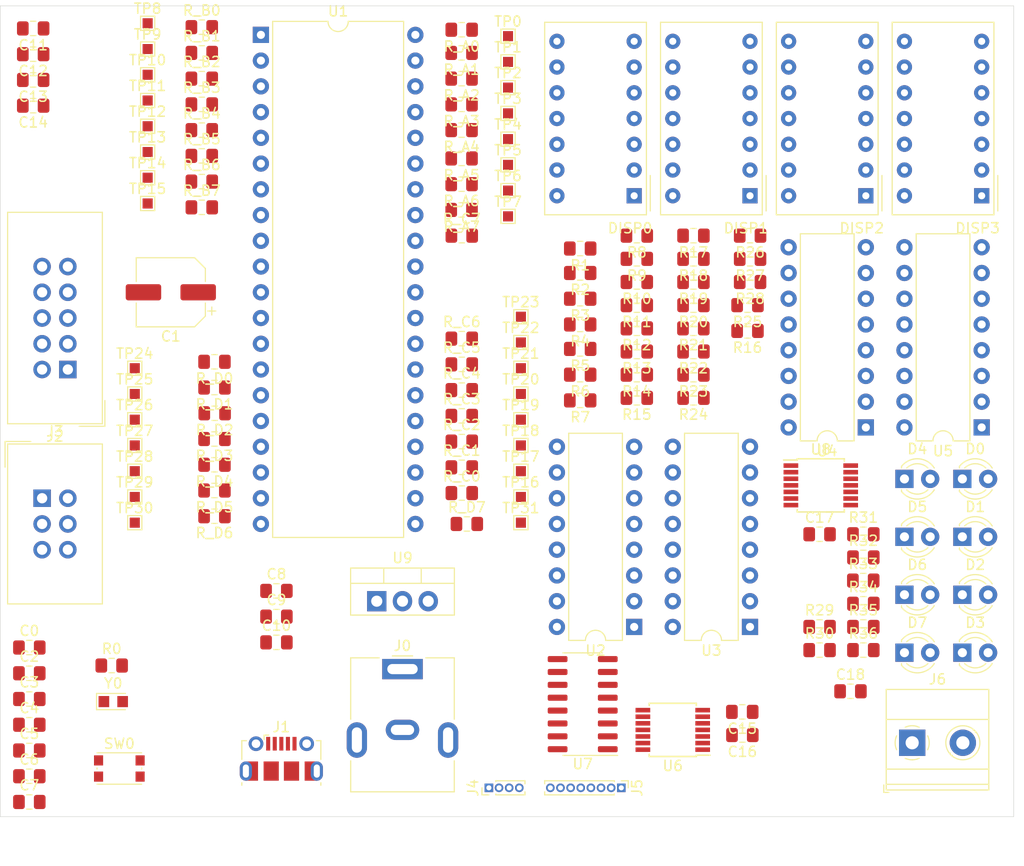
<source format=kicad_pcb>
(kicad_pcb (version 20171130) (host pcbnew "(5.1.4)-1")

  (general
    (thickness 1.6)
    (drawings 4)
    (tracks 7)
    (zones 0)
    (modules 150)
    (nets 149)
  )

  (page A4)
  (layers
    (0 F.Cu signal)
    (31 B.Cu signal)
    (32 B.Adhes user)
    (33 F.Adhes user)
    (34 B.Paste user)
    (35 F.Paste user)
    (36 B.SilkS user)
    (37 F.SilkS user)
    (38 B.Mask user)
    (39 F.Mask user)
    (40 Dwgs.User user)
    (41 Cmts.User user)
    (42 Eco1.User user)
    (43 Eco2.User user)
    (44 Edge.Cuts user)
    (45 Margin user)
    (46 B.CrtYd user)
    (47 F.CrtYd user)
    (48 B.Fab user)
    (49 F.Fab user)
  )

  (setup
    (last_trace_width 0.2)
    (trace_clearance 0.2)
    (zone_clearance 0.508)
    (zone_45_only no)
    (trace_min 0.2)
    (via_size 0.8)
    (via_drill 0.4)
    (via_min_size 0.4)
    (via_min_drill 0.3)
    (uvia_size 0.3)
    (uvia_drill 0.1)
    (uvias_allowed no)
    (uvia_min_size 0.2)
    (uvia_min_drill 0.1)
    (edge_width 0.05)
    (segment_width 0.18)
    (pcb_text_width 0.3)
    (pcb_text_size 1.5 1.5)
    (mod_edge_width 0.12)
    (mod_text_size 1 1)
    (mod_text_width 0.15)
    (pad_size 1.15 1.4)
    (pad_drill 0)
    (pad_to_mask_clearance 0.051)
    (solder_mask_min_width 0.25)
    (aux_axis_origin 0 0)
    (visible_elements 7FFFFFFF)
    (pcbplotparams
      (layerselection 0x010fc_ffffffff)
      (usegerberextensions false)
      (usegerberattributes false)
      (usegerberadvancedattributes false)
      (creategerberjobfile false)
      (excludeedgelayer true)
      (linewidth 0.100000)
      (plotframeref false)
      (viasonmask false)
      (mode 1)
      (useauxorigin false)
      (hpglpennumber 1)
      (hpglpenspeed 20)
      (hpglpendiameter 15.000000)
      (psnegative false)
      (psa4output false)
      (plotreference true)
      (plotvalue true)
      (plotinvisibletext false)
      (padsonsilk false)
      (subtractmaskfromsilk false)
      (outputformat 1)
      (mirror false)
      (drillshape 1)
      (scaleselection 1)
      (outputdirectory ""))
  )

  (net 0 "")
  (net 1 Vss)
  (net 2 "Net-(C0-Pad1)")
  (net 3 Vdd)
  (net 4 "Net-(C3-Pad1)")
  (net 5 "Net-(C4-Pad1)")
  (net 6 NRST)
  (net 7 "Net-(D0-Pad2)")
  (net 8 "Net-(D1-Pad2)")
  (net 9 "Net-(D2-Pad2)")
  (net 10 "Net-(D3-Pad2)")
  (net 11 "Net-(D4-Pad2)")
  (net 12 "Net-(D5-Pad2)")
  (net 13 "Net-(D6-Pad2)")
  (net 14 "Net-(D7-Pad2)")
  (net 15 "Net-(DISP0-Pad10)")
  (net 16 "Net-(DISP0-Pad7)")
  (net 17 "Net-(DISP0-Pad6)")
  (net 18 "Net-(DISP0-Pad4)")
  (net 19 "Net-(DISP0-Pad2)")
  (net 20 "Net-(DISP1-Pad10)")
  (net 21 "Net-(DISP1-Pad7)")
  (net 22 "Net-(DISP1-Pad6)")
  (net 23 "Net-(DISP1-Pad4)")
  (net 24 "Net-(DISP1-Pad2)")
  (net 25 "Net-(DISP2-Pad10)")
  (net 26 "Net-(DISP2-Pad7)")
  (net 27 "Net-(DISP2-Pad6)")
  (net 28 "Net-(DISP2-Pad4)")
  (net 29 "Net-(DISP2-Pad2)")
  (net 30 "Net-(DISP3-Pad10)")
  (net 31 "Net-(DISP3-Pad7)")
  (net 32 "Net-(DISP3-Pad6)")
  (net 33 "Net-(DISP3-Pad4)")
  (net 34 "Net-(DISP3-Pad2)")
  (net 35 "Net-(J0-PadMP)")
  (net 36 "Net-(J1-Pad6)")
  (net 37 "Net-(J1-Pad3)")
  (net 38 "Net-(J1-Pad4)")
  (net 39 "Net-(J1-Pad2)")
  (net 40 TDI)
  (net 41 TMS)
  (net 42 TDO)
  (net 43 TCK)
  (net 44 MOSI)
  (net 45 SCK)
  (net 46 MISO)
  (net 47 RXD)
  (net 48 TXD)
  (net 49 "Net-(J5-Pad8)")
  (net 50 "Net-(J5-Pad7)")
  (net 51 "Net-(J5-Pad6)")
  (net 52 "Net-(J5-Pad5)")
  (net 53 "Net-(J5-Pad4)")
  (net 54 "Net-(J5-Pad3)")
  (net 55 "Net-(J5-Pad2)")
  (net 56 "Net-(J5-Pad1)")
  (net 57 "Net-(R1-Pad2)")
  (net 58 "Net-(R2-Pad2)")
  (net 59 "Net-(R3-Pad2)")
  (net 60 "Net-(R4-Pad2)")
  (net 61 "Net-(R5-Pad2)")
  (net 62 "Net-(R6-Pad2)")
  (net 63 "Net-(R7-Pad2)")
  (net 64 "Net-(R8-Pad2)")
  (net 65 "Net-(R9-Pad2)")
  (net 66 "Net-(R10-Pad2)")
  (net 67 "Net-(R11-Pad2)")
  (net 68 "Net-(R12-Pad2)")
  (net 69 "Net-(R13-Pad2)")
  (net 70 "Net-(R14-Pad2)")
  (net 71 "Net-(R15-Pad2)")
  (net 72 "Net-(R16-Pad2)")
  (net 73 "Net-(R17-Pad2)")
  (net 74 "Net-(R18-Pad2)")
  (net 75 "Net-(R19-Pad2)")
  (net 76 "Net-(R20-Pad2)")
  (net 77 "Net-(R21-Pad2)")
  (net 78 "Net-(R22-Pad2)")
  (net 79 "Net-(R23-Pad2)")
  (net 80 "Net-(R24-Pad2)")
  (net 81 "Net-(R25-Pad2)")
  (net 82 "Net-(R26-Pad2)")
  (net 83 "Net-(R27-Pad2)")
  (net 84 "Net-(R28-Pad2)")
  (net 85 "Net-(R29-Pad1)")
  (net 86 "Net-(R30-Pad1)")
  (net 87 "Net-(R31-Pad1)")
  (net 88 "Net-(R32-Pad1)")
  (net 89 "Net-(R33-Pad1)")
  (net 90 "Net-(R34-Pad1)")
  (net 91 "Net-(R35-Pad1)")
  (net 92 "Net-(R36-Pad1)")
  (net 93 /Display/CHAR0_0)
  (net 94 /Display/CHAR0_1)
  (net 95 /Display/CHAR0_2)
  (net 96 /Display/CHAR0_3)
  (net 97 /Display/CHAR1_0)
  (net 98 /Display/CHAR1_1)
  (net 99 /Display/CHAR1_2)
  (net 100 /Display/CHAR1_3)
  (net 101 /Display/CHAR2_0)
  (net 102 /Display/CHAR2_1)
  (net 103 /Display/CHAR2_2)
  (net 104 /Display/CHAR2_3)
  (net 105 /Display/CHAR3_0)
  (net 106 "Net-(R_C0-Pad1)")
  (net 107 "Net-(R_C1-Pad1)")
  (net 108 "Net-(R_C6-Pad1)")
  (net 109 "Net-(R_C7-Pad1)")
  (net 110 LOAD)
  (net 111 ROWS)
  (net 112 COLUMNS)
  (net 113 CLK_BUTTONS)
  (net 114 STATUS)
  (net 115 CLK_STATUS)
  (net 116 "Net-(U6-Pad13)")
  (net 117 "Net-(U6-Pad12)")
  (net 118 "Net-(U6-Pad11)")
  (net 119 "Net-(U6-Pad10)")
  (net 120 "Net-(U7-Pad14)")
  (net 121 "Net-(U7-Pad12)")
  (net 122 "Net-(U7-Pad11)")
  (net 123 "Net-(U7-Pad10)")
  (net 124 "Net-(U7-Pad1)")
  (net 125 "Net-(DISP0-Pad1)")
  (net 126 "Net-(DISP0-Pad5)")
  (net 127 "Net-(DISP0-Pad8)")
  (net 128 "Net-(DISP0-Pad11)")
  (net 129 "Net-(DISP0-Pad12)")
  (net 130 "Net-(DISP0-Pad13)")
  (net 131 "Net-(DISP1-Pad13)")
  (net 132 "Net-(DISP1-Pad12)")
  (net 133 "Net-(DISP1-Pad11)")
  (net 134 "Net-(DISP1-Pad8)")
  (net 135 "Net-(DISP1-Pad5)")
  (net 136 "Net-(DISP1-Pad1)")
  (net 137 "Net-(DISP2-Pad1)")
  (net 138 "Net-(DISP2-Pad5)")
  (net 139 "Net-(DISP2-Pad8)")
  (net 140 "Net-(DISP2-Pad11)")
  (net 141 "Net-(DISP2-Pad12)")
  (net 142 "Net-(DISP2-Pad13)")
  (net 143 "Net-(DISP3-Pad13)")
  (net 144 "Net-(DISP3-Pad12)")
  (net 145 "Net-(DISP3-Pad11)")
  (net 146 "Net-(DISP3-Pad8)")
  (net 147 "Net-(DISP3-Pad5)")
  (net 148 "Net-(DISP3-Pad1)")

  (net_class Default "Dies ist die voreingestellte Netzklasse."
    (clearance 0.2)
    (trace_width 0.2)
    (via_dia 0.8)
    (via_drill 0.4)
    (uvia_dia 0.3)
    (uvia_drill 0.1)
    (add_net /Display/CHAR0_0)
    (add_net /Display/CHAR0_1)
    (add_net /Display/CHAR0_2)
    (add_net /Display/CHAR0_3)
    (add_net /Display/CHAR1_0)
    (add_net /Display/CHAR1_1)
    (add_net /Display/CHAR1_2)
    (add_net /Display/CHAR1_3)
    (add_net /Display/CHAR2_0)
    (add_net /Display/CHAR2_1)
    (add_net /Display/CHAR2_2)
    (add_net /Display/CHAR2_3)
    (add_net /Display/CHAR3_0)
    (add_net CLK_BUTTONS)
    (add_net CLK_STATUS)
    (add_net COLUMNS)
    (add_net LOAD)
    (add_net MISO)
    (add_net MOSI)
    (add_net NRST)
    (add_net "Net-(C0-Pad1)")
    (add_net "Net-(C3-Pad1)")
    (add_net "Net-(C4-Pad1)")
    (add_net "Net-(D0-Pad2)")
    (add_net "Net-(D1-Pad2)")
    (add_net "Net-(D2-Pad2)")
    (add_net "Net-(D3-Pad2)")
    (add_net "Net-(D4-Pad2)")
    (add_net "Net-(D5-Pad2)")
    (add_net "Net-(D6-Pad2)")
    (add_net "Net-(D7-Pad2)")
    (add_net "Net-(DISP0-Pad1)")
    (add_net "Net-(DISP0-Pad10)")
    (add_net "Net-(DISP0-Pad11)")
    (add_net "Net-(DISP0-Pad12)")
    (add_net "Net-(DISP0-Pad13)")
    (add_net "Net-(DISP0-Pad2)")
    (add_net "Net-(DISP0-Pad4)")
    (add_net "Net-(DISP0-Pad5)")
    (add_net "Net-(DISP0-Pad6)")
    (add_net "Net-(DISP0-Pad7)")
    (add_net "Net-(DISP0-Pad8)")
    (add_net "Net-(DISP1-Pad1)")
    (add_net "Net-(DISP1-Pad10)")
    (add_net "Net-(DISP1-Pad11)")
    (add_net "Net-(DISP1-Pad12)")
    (add_net "Net-(DISP1-Pad13)")
    (add_net "Net-(DISP1-Pad2)")
    (add_net "Net-(DISP1-Pad4)")
    (add_net "Net-(DISP1-Pad5)")
    (add_net "Net-(DISP1-Pad6)")
    (add_net "Net-(DISP1-Pad7)")
    (add_net "Net-(DISP1-Pad8)")
    (add_net "Net-(DISP2-Pad1)")
    (add_net "Net-(DISP2-Pad10)")
    (add_net "Net-(DISP2-Pad11)")
    (add_net "Net-(DISP2-Pad12)")
    (add_net "Net-(DISP2-Pad13)")
    (add_net "Net-(DISP2-Pad2)")
    (add_net "Net-(DISP2-Pad4)")
    (add_net "Net-(DISP2-Pad5)")
    (add_net "Net-(DISP2-Pad6)")
    (add_net "Net-(DISP2-Pad7)")
    (add_net "Net-(DISP2-Pad8)")
    (add_net "Net-(DISP3-Pad1)")
    (add_net "Net-(DISP3-Pad10)")
    (add_net "Net-(DISP3-Pad11)")
    (add_net "Net-(DISP3-Pad12)")
    (add_net "Net-(DISP3-Pad13)")
    (add_net "Net-(DISP3-Pad2)")
    (add_net "Net-(DISP3-Pad4)")
    (add_net "Net-(DISP3-Pad5)")
    (add_net "Net-(DISP3-Pad6)")
    (add_net "Net-(DISP3-Pad7)")
    (add_net "Net-(DISP3-Pad8)")
    (add_net "Net-(J0-PadMP)")
    (add_net "Net-(J1-Pad2)")
    (add_net "Net-(J1-Pad3)")
    (add_net "Net-(J1-Pad4)")
    (add_net "Net-(J1-Pad6)")
    (add_net "Net-(J5-Pad1)")
    (add_net "Net-(J5-Pad2)")
    (add_net "Net-(J5-Pad3)")
    (add_net "Net-(J5-Pad4)")
    (add_net "Net-(J5-Pad5)")
    (add_net "Net-(J5-Pad6)")
    (add_net "Net-(J5-Pad7)")
    (add_net "Net-(J5-Pad8)")
    (add_net "Net-(R1-Pad2)")
    (add_net "Net-(R10-Pad2)")
    (add_net "Net-(R11-Pad2)")
    (add_net "Net-(R12-Pad2)")
    (add_net "Net-(R13-Pad2)")
    (add_net "Net-(R14-Pad2)")
    (add_net "Net-(R15-Pad2)")
    (add_net "Net-(R16-Pad2)")
    (add_net "Net-(R17-Pad2)")
    (add_net "Net-(R18-Pad2)")
    (add_net "Net-(R19-Pad2)")
    (add_net "Net-(R2-Pad2)")
    (add_net "Net-(R20-Pad2)")
    (add_net "Net-(R21-Pad2)")
    (add_net "Net-(R22-Pad2)")
    (add_net "Net-(R23-Pad2)")
    (add_net "Net-(R24-Pad2)")
    (add_net "Net-(R25-Pad2)")
    (add_net "Net-(R26-Pad2)")
    (add_net "Net-(R27-Pad2)")
    (add_net "Net-(R28-Pad2)")
    (add_net "Net-(R29-Pad1)")
    (add_net "Net-(R3-Pad2)")
    (add_net "Net-(R30-Pad1)")
    (add_net "Net-(R31-Pad1)")
    (add_net "Net-(R32-Pad1)")
    (add_net "Net-(R33-Pad1)")
    (add_net "Net-(R34-Pad1)")
    (add_net "Net-(R35-Pad1)")
    (add_net "Net-(R36-Pad1)")
    (add_net "Net-(R4-Pad2)")
    (add_net "Net-(R5-Pad2)")
    (add_net "Net-(R6-Pad2)")
    (add_net "Net-(R7-Pad2)")
    (add_net "Net-(R8-Pad2)")
    (add_net "Net-(R9-Pad2)")
    (add_net "Net-(R_C0-Pad1)")
    (add_net "Net-(R_C1-Pad1)")
    (add_net "Net-(R_C6-Pad1)")
    (add_net "Net-(R_C7-Pad1)")
    (add_net "Net-(U6-Pad10)")
    (add_net "Net-(U6-Pad11)")
    (add_net "Net-(U6-Pad12)")
    (add_net "Net-(U6-Pad13)")
    (add_net "Net-(U7-Pad1)")
    (add_net "Net-(U7-Pad10)")
    (add_net "Net-(U7-Pad11)")
    (add_net "Net-(U7-Pad12)")
    (add_net "Net-(U7-Pad14)")
    (add_net ROWS)
    (add_net RXD)
    (add_net SCK)
    (add_net STATUS)
    (add_net TCK)
    (add_net TDI)
    (add_net TDO)
    (add_net TMS)
    (add_net TXD)
    (add_net Vdd)
    (add_net Vss)
  )

  (module Package_DIP:DIP-40_W15.24mm (layer F.Cu) (tedit 5A02E8C5) (tstamp 5DDBD5F0)
    (at 45.72 22.86)
    (descr "40-lead though-hole mounted DIP package, row spacing 15.24 mm (600 mils)")
    (tags "THT DIP DIL PDIP 2.54mm 15.24mm 600mil")
    (path /5DB85A9E)
    (fp_text reference U1 (at 7.62 -2.33) (layer F.SilkS)
      (effects (font (size 1 1) (thickness 0.15)))
    )
    (fp_text value ATmega16A-PU (at 7.62 50.59) (layer F.Fab)
      (effects (font (size 1 1) (thickness 0.15)))
    )
    (fp_text user %R (at 7.62 24.13) (layer F.Fab)
      (effects (font (size 1 1) (thickness 0.15)))
    )
    (fp_line (start 16.3 -1.55) (end -1.05 -1.55) (layer F.CrtYd) (width 0.05))
    (fp_line (start 16.3 49.8) (end 16.3 -1.55) (layer F.CrtYd) (width 0.05))
    (fp_line (start -1.05 49.8) (end 16.3 49.8) (layer F.CrtYd) (width 0.05))
    (fp_line (start -1.05 -1.55) (end -1.05 49.8) (layer F.CrtYd) (width 0.05))
    (fp_line (start 14.08 -1.33) (end 8.62 -1.33) (layer F.SilkS) (width 0.12))
    (fp_line (start 14.08 49.59) (end 14.08 -1.33) (layer F.SilkS) (width 0.12))
    (fp_line (start 1.16 49.59) (end 14.08 49.59) (layer F.SilkS) (width 0.12))
    (fp_line (start 1.16 -1.33) (end 1.16 49.59) (layer F.SilkS) (width 0.12))
    (fp_line (start 6.62 -1.33) (end 1.16 -1.33) (layer F.SilkS) (width 0.12))
    (fp_line (start 0.255 -0.27) (end 1.255 -1.27) (layer F.Fab) (width 0.1))
    (fp_line (start 0.255 49.53) (end 0.255 -0.27) (layer F.Fab) (width 0.1))
    (fp_line (start 14.985 49.53) (end 0.255 49.53) (layer F.Fab) (width 0.1))
    (fp_line (start 14.985 -1.27) (end 14.985 49.53) (layer F.Fab) (width 0.1))
    (fp_line (start 1.255 -1.27) (end 14.985 -1.27) (layer F.Fab) (width 0.1))
    (fp_arc (start 7.62 -1.33) (end 6.62 -1.33) (angle -180) (layer F.SilkS) (width 0.12))
    (pad 40 thru_hole oval (at 15.24 0) (size 1.6 1.6) (drill 0.8) (layers *.Cu *.Mask)
      (net 93 /Display/CHAR0_0))
    (pad 20 thru_hole oval (at 0 48.26) (size 1.6 1.6) (drill 0.8) (layers *.Cu *.Mask)
      (net 114 STATUS))
    (pad 39 thru_hole oval (at 15.24 2.54) (size 1.6 1.6) (drill 0.8) (layers *.Cu *.Mask)
      (net 94 /Display/CHAR0_1))
    (pad 19 thru_hole oval (at 0 45.72) (size 1.6 1.6) (drill 0.8) (layers *.Cu *.Mask)
      (net 113 CLK_BUTTONS))
    (pad 38 thru_hole oval (at 15.24 5.08) (size 1.6 1.6) (drill 0.8) (layers *.Cu *.Mask)
      (net 95 /Display/CHAR0_2))
    (pad 18 thru_hole oval (at 0 43.18) (size 1.6 1.6) (drill 0.8) (layers *.Cu *.Mask)
      (net 112 COLUMNS))
    (pad 37 thru_hole oval (at 15.24 7.62) (size 1.6 1.6) (drill 0.8) (layers *.Cu *.Mask)
      (net 96 /Display/CHAR0_3))
    (pad 17 thru_hole oval (at 0 40.64) (size 1.6 1.6) (drill 0.8) (layers *.Cu *.Mask)
      (net 111 ROWS))
    (pad 36 thru_hole oval (at 15.24 10.16) (size 1.6 1.6) (drill 0.8) (layers *.Cu *.Mask)
      (net 97 /Display/CHAR1_0))
    (pad 16 thru_hole oval (at 0 38.1) (size 1.6 1.6) (drill 0.8) (layers *.Cu *.Mask)
      (net 110 LOAD))
    (pad 35 thru_hole oval (at 15.24 12.7) (size 1.6 1.6) (drill 0.8) (layers *.Cu *.Mask)
      (net 98 /Display/CHAR1_1))
    (pad 15 thru_hole oval (at 0 35.56) (size 1.6 1.6) (drill 0.8) (layers *.Cu *.Mask)
      (net 48 TXD))
    (pad 34 thru_hole oval (at 15.24 15.24) (size 1.6 1.6) (drill 0.8) (layers *.Cu *.Mask)
      (net 99 /Display/CHAR1_2))
    (pad 14 thru_hole oval (at 0 33.02) (size 1.6 1.6) (drill 0.8) (layers *.Cu *.Mask)
      (net 47 RXD))
    (pad 33 thru_hole oval (at 15.24 17.78) (size 1.6 1.6) (drill 0.8) (layers *.Cu *.Mask)
      (net 100 /Display/CHAR1_3))
    (pad 13 thru_hole oval (at 0 30.48) (size 1.6 1.6) (drill 0.8) (layers *.Cu *.Mask)
      (net 4 "Net-(C3-Pad1)"))
    (pad 32 thru_hole oval (at 15.24 20.32) (size 1.6 1.6) (drill 0.8) (layers *.Cu *.Mask)
      (net 1 Vss))
    (pad 12 thru_hole oval (at 0 27.94) (size 1.6 1.6) (drill 0.8) (layers *.Cu *.Mask)
      (net 5 "Net-(C4-Pad1)"))
    (pad 31 thru_hole oval (at 15.24 22.86) (size 1.6 1.6) (drill 0.8) (layers *.Cu *.Mask)
      (net 1 Vss))
    (pad 11 thru_hole oval (at 0 25.4) (size 1.6 1.6) (drill 0.8) (layers *.Cu *.Mask)
      (net 1 Vss))
    (pad 30 thru_hole oval (at 15.24 25.4) (size 1.6 1.6) (drill 0.8) (layers *.Cu *.Mask)
      (net 3 Vdd))
    (pad 10 thru_hole oval (at 0 22.86) (size 1.6 1.6) (drill 0.8) (layers *.Cu *.Mask)
      (net 3 Vdd))
    (pad 29 thru_hole oval (at 15.24 27.94) (size 1.6 1.6) (drill 0.8) (layers *.Cu *.Mask)
      (net 109 "Net-(R_C7-Pad1)"))
    (pad 9 thru_hole oval (at 0 20.32) (size 1.6 1.6) (drill 0.8) (layers *.Cu *.Mask)
      (net 6 NRST))
    (pad 28 thru_hole oval (at 15.24 30.48) (size 1.6 1.6) (drill 0.8) (layers *.Cu *.Mask)
      (net 108 "Net-(R_C6-Pad1)"))
    (pad 8 thru_hole oval (at 0 17.78) (size 1.6 1.6) (drill 0.8) (layers *.Cu *.Mask)
      (net 45 SCK))
    (pad 27 thru_hole oval (at 15.24 33.02) (size 1.6 1.6) (drill 0.8) (layers *.Cu *.Mask)
      (net 40 TDI))
    (pad 7 thru_hole oval (at 0 15.24) (size 1.6 1.6) (drill 0.8) (layers *.Cu *.Mask)
      (net 46 MISO))
    (pad 26 thru_hole oval (at 15.24 35.56) (size 1.6 1.6) (drill 0.8) (layers *.Cu *.Mask)
      (net 42 TDO))
    (pad 6 thru_hole oval (at 0 12.7) (size 1.6 1.6) (drill 0.8) (layers *.Cu *.Mask)
      (net 44 MOSI))
    (pad 25 thru_hole oval (at 15.24 38.1) (size 1.6 1.6) (drill 0.8) (layers *.Cu *.Mask)
      (net 41 TMS))
    (pad 5 thru_hole oval (at 0 10.16) (size 1.6 1.6) (drill 0.8) (layers *.Cu *.Mask)
      (net 105 /Display/CHAR3_0))
    (pad 24 thru_hole oval (at 15.24 40.64) (size 1.6 1.6) (drill 0.8) (layers *.Cu *.Mask)
      (net 43 TCK))
    (pad 4 thru_hole oval (at 0 7.62) (size 1.6 1.6) (drill 0.8) (layers *.Cu *.Mask)
      (net 104 /Display/CHAR2_3))
    (pad 23 thru_hole oval (at 15.24 43.18) (size 1.6 1.6) (drill 0.8) (layers *.Cu *.Mask)
      (net 107 "Net-(R_C1-Pad1)"))
    (pad 3 thru_hole oval (at 0 5.08) (size 1.6 1.6) (drill 0.8) (layers *.Cu *.Mask)
      (net 103 /Display/CHAR2_2))
    (pad 22 thru_hole oval (at 15.24 45.72) (size 1.6 1.6) (drill 0.8) (layers *.Cu *.Mask)
      (net 106 "Net-(R_C0-Pad1)"))
    (pad 2 thru_hole oval (at 0 2.54) (size 1.6 1.6) (drill 0.8) (layers *.Cu *.Mask)
      (net 102 /Display/CHAR2_1))
    (pad 21 thru_hole oval (at 15.24 48.26) (size 1.6 1.6) (drill 0.8) (layers *.Cu *.Mask)
      (net 115 CLK_STATUS))
    (pad 1 thru_hole rect (at 0 0) (size 1.6 1.6) (drill 0.8) (layers *.Cu *.Mask)
      (net 101 /Display/CHAR2_0))
    (model ${KISYS3DMOD}/Package_DIP.3dshapes/DIP-40_W15.24mm.wrl
      (at (xyz 0 0 0))
      (scale (xyz 1 1 1))
      (rotate (xyz 0 0 0))
    )
  )

  (module Resistor_SMD:R_0805_2012Metric_Pad1.15x1.40mm_HandSolder (layer F.Cu) (tedit 5B36C52B) (tstamp 5DDBD213)
    (at 65.523 32.258 180)
    (descr "Resistor SMD 0805 (2012 Metric), square (rectangular) end terminal, IPC_7351 nominal with elongated pad for handsoldering. (Body size source: https://docs.google.com/spreadsheets/d/1BsfQQcO9C6DZCsRaXUlFlo91Tg2WpOkGARC1WS5S8t0/edit?usp=sharing), generated with kicad-footprint-generator")
    (tags "resistor handsolder")
    (path /5DE41C32)
    (attr smd)
    (fp_text reference R_A4 (at 0 -1.65) (layer F.SilkS)
      (effects (font (size 1 1) (thickness 0.15)))
    )
    (fp_text value R (at 0 1.65) (layer F.Fab)
      (effects (font (size 1 1) (thickness 0.15)))
    )
    (fp_text user %R (at 0 0) (layer F.Fab)
      (effects (font (size 0.5 0.5) (thickness 0.08)))
    )
    (fp_line (start 1.85 0.95) (end -1.85 0.95) (layer F.CrtYd) (width 0.05))
    (fp_line (start 1.85 -0.95) (end 1.85 0.95) (layer F.CrtYd) (width 0.05))
    (fp_line (start -1.85 -0.95) (end 1.85 -0.95) (layer F.CrtYd) (width 0.05))
    (fp_line (start -1.85 0.95) (end -1.85 -0.95) (layer F.CrtYd) (width 0.05))
    (fp_line (start -0.261252 0.71) (end 0.261252 0.71) (layer F.SilkS) (width 0.12))
    (fp_line (start -0.261252 -0.71) (end 0.261252 -0.71) (layer F.SilkS) (width 0.12))
    (fp_line (start 1 0.6) (end -1 0.6) (layer F.Fab) (width 0.1))
    (fp_line (start 1 -0.6) (end 1 0.6) (layer F.Fab) (width 0.1))
    (fp_line (start -1 -0.6) (end 1 -0.6) (layer F.Fab) (width 0.1))
    (fp_line (start -1 0.6) (end -1 -0.6) (layer F.Fab) (width 0.1))
    (pad 2 smd roundrect (at 1.025 0 180) (size 1.15 1.4) (layers F.Cu F.Paste F.Mask) (roundrect_rratio 0.217391)
      (net 97 /Display/CHAR1_0))
    (pad 1 smd roundrect (at -1.025 0 180) (size 1.15 1.4) (layers F.Cu F.Paste F.Mask) (roundrect_rratio 0.217391)
      (net 1 Vss))
    (model ${KISYS3DMOD}/Resistor_SMD.3dshapes/R_0805_2012Metric.wrl
      (at (xyz 0 0 0))
      (scale (xyz 1 1 1))
      (rotate (xyz 0 0 0))
    )
  )

  (module Resistor_SMD:R_0805_2012Metric_Pad1.15x1.40mm_HandSolder (layer F.Cu) (tedit 5B36C52B) (tstamp 5DDBD1CF)
    (at 65.532 22.352 180)
    (descr "Resistor SMD 0805 (2012 Metric), square (rectangular) end terminal, IPC_7351 nominal with elongated pad for handsoldering. (Body size source: https://docs.google.com/spreadsheets/d/1BsfQQcO9C6DZCsRaXUlFlo91Tg2WpOkGARC1WS5S8t0/edit?usp=sharing), generated with kicad-footprint-generator")
    (tags "resistor handsolder")
    (path /5DE3F959)
    (attr smd)
    (fp_text reference R_A0 (at 0 -1.65) (layer F.SilkS)
      (effects (font (size 1 1) (thickness 0.15)))
    )
    (fp_text value R (at 0 1.65) (layer F.Fab)
      (effects (font (size 1 1) (thickness 0.15)))
    )
    (fp_text user %R (at 0 0) (layer F.Fab)
      (effects (font (size 0.5 0.5) (thickness 0.08)))
    )
    (fp_line (start 1.85 0.95) (end -1.85 0.95) (layer F.CrtYd) (width 0.05))
    (fp_line (start 1.85 -0.95) (end 1.85 0.95) (layer F.CrtYd) (width 0.05))
    (fp_line (start -1.85 -0.95) (end 1.85 -0.95) (layer F.CrtYd) (width 0.05))
    (fp_line (start -1.85 0.95) (end -1.85 -0.95) (layer F.CrtYd) (width 0.05))
    (fp_line (start -0.261252 0.71) (end 0.261252 0.71) (layer F.SilkS) (width 0.12))
    (fp_line (start -0.261252 -0.71) (end 0.261252 -0.71) (layer F.SilkS) (width 0.12))
    (fp_line (start 1 0.6) (end -1 0.6) (layer F.Fab) (width 0.1))
    (fp_line (start 1 -0.6) (end 1 0.6) (layer F.Fab) (width 0.1))
    (fp_line (start -1 -0.6) (end 1 -0.6) (layer F.Fab) (width 0.1))
    (fp_line (start -1 0.6) (end -1 -0.6) (layer F.Fab) (width 0.1))
    (pad 2 smd roundrect (at 1.025 0 180) (size 1.15 1.4) (layers F.Cu F.Paste F.Mask) (roundrect_rratio 0.217391)
      (net 93 /Display/CHAR0_0))
    (pad 1 smd roundrect (at -1.025 0 180) (size 1.15 1.4) (layers F.Cu F.Paste F.Mask) (roundrect_rratio 0.217391)
      (net 1 Vss))
    (model ${KISYS3DMOD}/Resistor_SMD.3dshapes/R_0805_2012Metric.wrl
      (at (xyz 0 0 0))
      (scale (xyz 1 1 1))
      (rotate (xyz 0 0 0))
    )
  )

  (module Crystal:Crystal_SMD_2012-2Pin_2.0x1.2mm_HandSoldering (layer F.Cu) (tedit 5A0FD1B2) (tstamp 5DDBD719)
    (at 31.151 88.646)
    (descr "SMD Crystal 2012/2 http://txccrystal.com/images/pdf/9ht11.pdf, hand-soldering, 2.0x1.2mm^2 package")
    (tags "SMD SMT crystal hand-soldering")
    (path /5DCCBC8A)
    (attr smd)
    (fp_text reference Y0 (at 0 -1.8) (layer F.SilkS)
      (effects (font (size 1 1) (thickness 0.15)))
    )
    (fp_text value Crystal (at 0 1.8) (layer F.Fab)
      (effects (font (size 1 1) (thickness 0.15)))
    )
    (fp_circle (center 0 0) (end 0.046667 0) (layer F.Adhes) (width 0.093333))
    (fp_circle (center 0 0) (end 0.106667 0) (layer F.Adhes) (width 0.066667))
    (fp_circle (center 0 0) (end 0.166667 0) (layer F.Adhes) (width 0.066667))
    (fp_circle (center 0 0) (end 0.2 0) (layer F.Adhes) (width 0.1))
    (fp_line (start 1.7 -0.9) (end -1.7 -0.9) (layer F.CrtYd) (width 0.05))
    (fp_line (start 1.7 0.9) (end 1.7 -0.9) (layer F.CrtYd) (width 0.05))
    (fp_line (start -1.7 0.9) (end 1.7 0.9) (layer F.CrtYd) (width 0.05))
    (fp_line (start -1.7 -0.9) (end -1.7 0.9) (layer F.CrtYd) (width 0.05))
    (fp_line (start -1.65 0.8) (end 1.2 0.8) (layer F.SilkS) (width 0.12))
    (fp_line (start -1.65 -0.8) (end -1.65 0.8) (layer F.SilkS) (width 0.12))
    (fp_line (start 1.2 -0.8) (end -1.65 -0.8) (layer F.SilkS) (width 0.12))
    (fp_line (start -1 0.1) (end -0.5 0.6) (layer F.Fab) (width 0.1))
    (fp_line (start 1 -0.6) (end -1 -0.6) (layer F.Fab) (width 0.1))
    (fp_line (start 1 0.6) (end 1 -0.6) (layer F.Fab) (width 0.1))
    (fp_line (start -1 0.6) (end 1 0.6) (layer F.Fab) (width 0.1))
    (fp_line (start -1 -0.6) (end -1 0.6) (layer F.Fab) (width 0.1))
    (fp_text user %R (at 0 0) (layer F.Fab)
      (effects (font (size 0.5 0.5) (thickness 0.075)))
    )
    (pad 2 smd rect (at 0.925 0) (size 1.05 1.1) (layers F.Cu F.Paste F.Mask)
      (net 5 "Net-(C4-Pad1)"))
    (pad 1 smd rect (at -0.925 0) (size 1.05 1.1) (layers F.Cu F.Paste F.Mask)
      (net 4 "Net-(C3-Pad1)"))
    (model ${KISYS3DMOD}/Crystal.3dshapes/Crystal_SMD_2012-2Pin_2.0x1.2mm_HandSoldering.wrl
      (at (xyz 0 0 0))
      (scale (xyz 1 1 1))
      (rotate (xyz 0 0 0))
    )
  )

  (module Package_TO_SOT_THT:TO-220-3_Vertical (layer F.Cu) (tedit 5AC8BA0D) (tstamp 5DDBD702)
    (at 57.15 78.74)
    (descr "TO-220-3, Vertical, RM 2.54mm, see https://www.vishay.com/docs/66542/to-220-1.pdf")
    (tags "TO-220-3 Vertical RM 2.54mm")
    (path /5DE337F2)
    (fp_text reference U9 (at 2.54 -4.27) (layer F.SilkS)
      (effects (font (size 1 1) (thickness 0.15)))
    )
    (fp_text value L7805 (at 2.54 2.5) (layer F.Fab)
      (effects (font (size 1 1) (thickness 0.15)))
    )
    (fp_text user %R (at 2.54 -4.27) (layer F.Fab)
      (effects (font (size 1 1) (thickness 0.15)))
    )
    (fp_line (start 7.79 -3.4) (end -2.71 -3.4) (layer F.CrtYd) (width 0.05))
    (fp_line (start 7.79 1.51) (end 7.79 -3.4) (layer F.CrtYd) (width 0.05))
    (fp_line (start -2.71 1.51) (end 7.79 1.51) (layer F.CrtYd) (width 0.05))
    (fp_line (start -2.71 -3.4) (end -2.71 1.51) (layer F.CrtYd) (width 0.05))
    (fp_line (start 4.391 -3.27) (end 4.391 -1.76) (layer F.SilkS) (width 0.12))
    (fp_line (start 0.69 -3.27) (end 0.69 -1.76) (layer F.SilkS) (width 0.12))
    (fp_line (start -2.58 -1.76) (end 7.66 -1.76) (layer F.SilkS) (width 0.12))
    (fp_line (start 7.66 -3.27) (end 7.66 1.371) (layer F.SilkS) (width 0.12))
    (fp_line (start -2.58 -3.27) (end -2.58 1.371) (layer F.SilkS) (width 0.12))
    (fp_line (start -2.58 1.371) (end 7.66 1.371) (layer F.SilkS) (width 0.12))
    (fp_line (start -2.58 -3.27) (end 7.66 -3.27) (layer F.SilkS) (width 0.12))
    (fp_line (start 4.39 -3.15) (end 4.39 -1.88) (layer F.Fab) (width 0.1))
    (fp_line (start 0.69 -3.15) (end 0.69 -1.88) (layer F.Fab) (width 0.1))
    (fp_line (start -2.46 -1.88) (end 7.54 -1.88) (layer F.Fab) (width 0.1))
    (fp_line (start 7.54 -3.15) (end -2.46 -3.15) (layer F.Fab) (width 0.1))
    (fp_line (start 7.54 1.25) (end 7.54 -3.15) (layer F.Fab) (width 0.1))
    (fp_line (start -2.46 1.25) (end 7.54 1.25) (layer F.Fab) (width 0.1))
    (fp_line (start -2.46 -3.15) (end -2.46 1.25) (layer F.Fab) (width 0.1))
    (pad 3 thru_hole oval (at 5.08 0) (size 1.905 2) (drill 1.1) (layers *.Cu *.Mask)
      (net 3 Vdd))
    (pad 2 thru_hole oval (at 2.54 0) (size 1.905 2) (drill 1.1) (layers *.Cu *.Mask)
      (net 1 Vss))
    (pad 1 thru_hole rect (at 0 0) (size 1.905 2) (drill 1.1) (layers *.Cu *.Mask)
      (net 2 "Net-(C0-Pad1)"))
    (model ${KISYS3DMOD}/Package_TO_SOT_THT.3dshapes/TO-220-3_Vertical.wrl
      (at (xyz 0 0 0))
      (scale (xyz 1 1 1))
      (rotate (xyz 0 0 0))
    )
  )

  (module Package_SO:TSSOP-14_4.4x5mm_P0.65mm (layer F.Cu) (tedit 5A02F25C) (tstamp 5DDBD6E8)
    (at 100.965 67.31)
    (descr "14-Lead Plastic Thin Shrink Small Outline (ST)-4.4 mm Body [TSSOP] (see Microchip Packaging Specification 00000049BS.pdf)")
    (tags "SSOP 0.65")
    (path /5DE30C4A/5DCAE7C2)
    (attr smd)
    (fp_text reference U8 (at 0 -3.55) (layer F.SilkS)
      (effects (font (size 1 1) (thickness 0.15)))
    )
    (fp_text value 74HC164 (at 0 3.55) (layer F.Fab)
      (effects (font (size 1 1) (thickness 0.15)))
    )
    (fp_text user %R (at 0 0) (layer F.Fab)
      (effects (font (size 0.8 0.8) (thickness 0.15)))
    )
    (fp_line (start -2.325 -2.5) (end -3.675 -2.5) (layer F.SilkS) (width 0.15))
    (fp_line (start -2.325 2.625) (end 2.325 2.625) (layer F.SilkS) (width 0.15))
    (fp_line (start -2.325 -2.625) (end 2.325 -2.625) (layer F.SilkS) (width 0.15))
    (fp_line (start -2.325 2.625) (end -2.325 2.4) (layer F.SilkS) (width 0.15))
    (fp_line (start 2.325 2.625) (end 2.325 2.4) (layer F.SilkS) (width 0.15))
    (fp_line (start 2.325 -2.625) (end 2.325 -2.4) (layer F.SilkS) (width 0.15))
    (fp_line (start -2.325 -2.625) (end -2.325 -2.5) (layer F.SilkS) (width 0.15))
    (fp_line (start -3.95 2.8) (end 3.95 2.8) (layer F.CrtYd) (width 0.05))
    (fp_line (start -3.95 -2.8) (end 3.95 -2.8) (layer F.CrtYd) (width 0.05))
    (fp_line (start 3.95 -2.8) (end 3.95 2.8) (layer F.CrtYd) (width 0.05))
    (fp_line (start -3.95 -2.8) (end -3.95 2.8) (layer F.CrtYd) (width 0.05))
    (fp_line (start -2.2 -1.5) (end -1.2 -2.5) (layer F.Fab) (width 0.15))
    (fp_line (start -2.2 2.5) (end -2.2 -1.5) (layer F.Fab) (width 0.15))
    (fp_line (start 2.2 2.5) (end -2.2 2.5) (layer F.Fab) (width 0.15))
    (fp_line (start 2.2 -2.5) (end 2.2 2.5) (layer F.Fab) (width 0.15))
    (fp_line (start -1.2 -2.5) (end 2.2 -2.5) (layer F.Fab) (width 0.15))
    (pad 14 smd rect (at 2.95 -1.95) (size 1.45 0.45) (layers F.Cu F.Paste F.Mask)
      (net 3 Vdd))
    (pad 13 smd rect (at 2.95 -1.3) (size 1.45 0.45) (layers F.Cu F.Paste F.Mask)
      (net 86 "Net-(R30-Pad1)"))
    (pad 12 smd rect (at 2.95 -0.65) (size 1.45 0.45) (layers F.Cu F.Paste F.Mask)
      (net 85 "Net-(R29-Pad1)"))
    (pad 11 smd rect (at 2.95 0) (size 1.45 0.45) (layers F.Cu F.Paste F.Mask)
      (net 87 "Net-(R31-Pad1)"))
    (pad 10 smd rect (at 2.95 0.65) (size 1.45 0.45) (layers F.Cu F.Paste F.Mask)
      (net 88 "Net-(R32-Pad1)"))
    (pad 9 smd rect (at 2.95 1.3) (size 1.45 0.45) (layers F.Cu F.Paste F.Mask)
      (net 3 Vdd))
    (pad 8 smd rect (at 2.95 1.95) (size 1.45 0.45) (layers F.Cu F.Paste F.Mask)
      (net 115 CLK_STATUS))
    (pad 7 smd rect (at -2.95 1.95) (size 1.45 0.45) (layers F.Cu F.Paste F.Mask)
      (net 1 Vss))
    (pad 6 smd rect (at -2.95 1.3) (size 1.45 0.45) (layers F.Cu F.Paste F.Mask)
      (net 89 "Net-(R33-Pad1)"))
    (pad 5 smd rect (at -2.95 0.65) (size 1.45 0.45) (layers F.Cu F.Paste F.Mask)
      (net 90 "Net-(R34-Pad1)"))
    (pad 4 smd rect (at -2.95 0) (size 1.45 0.45) (layers F.Cu F.Paste F.Mask)
      (net 91 "Net-(R35-Pad1)"))
    (pad 3 smd rect (at -2.95 -0.65) (size 1.45 0.45) (layers F.Cu F.Paste F.Mask)
      (net 92 "Net-(R36-Pad1)"))
    (pad 2 smd rect (at -2.95 -1.3) (size 1.45 0.45) (layers F.Cu F.Paste F.Mask)
      (net 114 STATUS))
    (pad 1 smd rect (at -2.95 -1.95) (size 1.45 0.45) (layers F.Cu F.Paste F.Mask)
      (net 114 STATUS))
    (model ${KISYS3DMOD}/Package_SO.3dshapes/TSSOP-14_4.4x5mm_P0.65mm.wrl
      (at (xyz 0 0 0))
      (scale (xyz 1 1 1))
      (rotate (xyz 0 0 0))
    )
  )

  (module Package_SO:SOIC-16_3.9x9.9mm_P1.27mm (layer F.Cu) (tedit 5C97300E) (tstamp 5DDBD6C5)
    (at 77.47 88.9 180)
    (descr "SOIC, 16 Pin (JEDEC MS-012AC, https://www.analog.com/media/en/package-pcb-resources/package/pkg_pdf/soic_narrow-r/r_16.pdf), generated with kicad-footprint-generator ipc_gullwing_generator.py")
    (tags "SOIC SO")
    (path /5DDEAC3F/5DCEF9EB)
    (attr smd)
    (fp_text reference U7 (at 0 -5.9) (layer F.SilkS)
      (effects (font (size 1 1) (thickness 0.15)))
    )
    (fp_text value 74LS166 (at 0 5.9) (layer F.Fab)
      (effects (font (size 1 1) (thickness 0.15)))
    )
    (fp_text user %R (at 0.635 2.54) (layer F.Fab)
      (effects (font (size 0.98 0.98) (thickness 0.15)))
    )
    (fp_line (start 3.7 -5.2) (end -3.7 -5.2) (layer F.CrtYd) (width 0.05))
    (fp_line (start 3.7 5.2) (end 3.7 -5.2) (layer F.CrtYd) (width 0.05))
    (fp_line (start -3.7 5.2) (end 3.7 5.2) (layer F.CrtYd) (width 0.05))
    (fp_line (start -3.7 -5.2) (end -3.7 5.2) (layer F.CrtYd) (width 0.05))
    (fp_line (start -1.95 -3.975) (end -0.975 -4.95) (layer F.Fab) (width 0.1))
    (fp_line (start -1.95 4.95) (end -1.95 -3.975) (layer F.Fab) (width 0.1))
    (fp_line (start 1.95 4.95) (end -1.95 4.95) (layer F.Fab) (width 0.1))
    (fp_line (start 1.95 -4.95) (end 1.95 4.95) (layer F.Fab) (width 0.1))
    (fp_line (start -0.975 -4.95) (end 1.95 -4.95) (layer F.Fab) (width 0.1))
    (fp_line (start 0 -5.06) (end -3.45 -5.06) (layer F.SilkS) (width 0.12))
    (fp_line (start 0 -5.06) (end 1.95 -5.06) (layer F.SilkS) (width 0.12))
    (fp_line (start 0 5.06) (end -1.95 5.06) (layer F.SilkS) (width 0.12))
    (fp_line (start 0 5.06) (end 1.95 5.06) (layer F.SilkS) (width 0.12))
    (pad 16 smd roundrect (at 2.475 -4.445 180) (size 1.95 0.6) (layers F.Cu F.Paste F.Mask) (roundrect_rratio 0.25)
      (net 3 Vdd))
    (pad 15 smd roundrect (at 2.475 -3.175 180) (size 1.95 0.6) (layers F.Cu F.Paste F.Mask) (roundrect_rratio 0.25)
      (net 110 LOAD))
    (pad 14 smd roundrect (at 2.475 -1.905 180) (size 1.95 0.6) (layers F.Cu F.Paste F.Mask) (roundrect_rratio 0.25)
      (net 120 "Net-(U7-Pad14)"))
    (pad 13 smd roundrect (at 2.475 -0.635 180) (size 1.95 0.6) (layers F.Cu F.Paste F.Mask) (roundrect_rratio 0.25)
      (net 112 COLUMNS))
    (pad 12 smd roundrect (at 2.475 0.635 180) (size 1.95 0.6) (layers F.Cu F.Paste F.Mask) (roundrect_rratio 0.25)
      (net 121 "Net-(U7-Pad12)"))
    (pad 11 smd roundrect (at 2.475 1.905 180) (size 1.95 0.6) (layers F.Cu F.Paste F.Mask) (roundrect_rratio 0.25)
      (net 122 "Net-(U7-Pad11)"))
    (pad 10 smd roundrect (at 2.475 3.175 180) (size 1.95 0.6) (layers F.Cu F.Paste F.Mask) (roundrect_rratio 0.25)
      (net 123 "Net-(U7-Pad10)"))
    (pad 9 smd roundrect (at 2.475 4.445 180) (size 1.95 0.6) (layers F.Cu F.Paste F.Mask) (roundrect_rratio 0.25)
      (net 1 Vss))
    (pad 8 smd roundrect (at -2.475 4.445 180) (size 1.95 0.6) (layers F.Cu F.Paste F.Mask) (roundrect_rratio 0.25)
      (net 1 Vss))
    (pad 7 smd roundrect (at -2.475 3.175 180) (size 1.95 0.6) (layers F.Cu F.Paste F.Mask) (roundrect_rratio 0.25)
      (net 113 CLK_BUTTONS))
    (pad 6 smd roundrect (at -2.475 1.905 180) (size 1.95 0.6) (layers F.Cu F.Paste F.Mask) (roundrect_rratio 0.25)
      (net 1 Vss))
    (pad 5 smd roundrect (at -2.475 0.635 180) (size 1.95 0.6) (layers F.Cu F.Paste F.Mask) (roundrect_rratio 0.25)
      (net 49 "Net-(J5-Pad8)"))
    (pad 4 smd roundrect (at -2.475 -0.635 180) (size 1.95 0.6) (layers F.Cu F.Paste F.Mask) (roundrect_rratio 0.25)
      (net 50 "Net-(J5-Pad7)"))
    (pad 3 smd roundrect (at -2.475 -1.905 180) (size 1.95 0.6) (layers F.Cu F.Paste F.Mask) (roundrect_rratio 0.25)
      (net 51 "Net-(J5-Pad6)"))
    (pad 2 smd roundrect (at -2.475 -3.175 180) (size 1.95 0.6) (layers F.Cu F.Paste F.Mask) (roundrect_rratio 0.25)
      (net 52 "Net-(J5-Pad5)"))
    (pad 1 smd roundrect (at -2.475 -4.445 180) (size 1.95 0.6) (layers F.Cu F.Paste F.Mask) (roundrect_rratio 0.25)
      (net 124 "Net-(U7-Pad1)"))
    (model ${KISYS3DMOD}/Package_SO.3dshapes/SOIC-16_3.9x9.9mm_P1.27mm.wrl
      (at (xyz 0 0 0))
      (scale (xyz 1 1 1))
      (rotate (xyz 0 0 0))
    )
  )

  (module Package_SO:TSSOP-14_4.4x5mm_P0.65mm (layer F.Cu) (tedit 5A02F25C) (tstamp 5DDBD6A3)
    (at 86.36 91.44 180)
    (descr "14-Lead Plastic Thin Shrink Small Outline (ST)-4.4 mm Body [TSSOP] (see Microchip Packaging Specification 00000049BS.pdf)")
    (tags "SSOP 0.65")
    (path /5DDEAC3F/5DCCE5D7)
    (attr smd)
    (fp_text reference U6 (at 0 -3.55) (layer F.SilkS)
      (effects (font (size 1 1) (thickness 0.15)))
    )
    (fp_text value 74HC164 (at 0 3.55) (layer F.Fab)
      (effects (font (size 1 1) (thickness 0.15)))
    )
    (fp_text user %R (at 0 0) (layer F.Fab)
      (effects (font (size 0.8 0.8) (thickness 0.15)))
    )
    (fp_line (start -2.325 -2.5) (end -3.675 -2.5) (layer F.SilkS) (width 0.15))
    (fp_line (start -2.325 2.625) (end 2.325 2.625) (layer F.SilkS) (width 0.15))
    (fp_line (start -2.325 -2.625) (end 2.325 -2.625) (layer F.SilkS) (width 0.15))
    (fp_line (start -2.325 2.625) (end -2.325 2.4) (layer F.SilkS) (width 0.15))
    (fp_line (start 2.325 2.625) (end 2.325 2.4) (layer F.SilkS) (width 0.15))
    (fp_line (start 2.325 -2.625) (end 2.325 -2.4) (layer F.SilkS) (width 0.15))
    (fp_line (start -2.325 -2.625) (end -2.325 -2.5) (layer F.SilkS) (width 0.15))
    (fp_line (start -3.95 2.8) (end 3.95 2.8) (layer F.CrtYd) (width 0.05))
    (fp_line (start -3.95 -2.8) (end 3.95 -2.8) (layer F.CrtYd) (width 0.05))
    (fp_line (start 3.95 -2.8) (end 3.95 2.8) (layer F.CrtYd) (width 0.05))
    (fp_line (start -3.95 -2.8) (end -3.95 2.8) (layer F.CrtYd) (width 0.05))
    (fp_line (start -2.2 -1.5) (end -1.2 -2.5) (layer F.Fab) (width 0.15))
    (fp_line (start -2.2 2.5) (end -2.2 -1.5) (layer F.Fab) (width 0.15))
    (fp_line (start 2.2 2.5) (end -2.2 2.5) (layer F.Fab) (width 0.15))
    (fp_line (start 2.2 -2.5) (end 2.2 2.5) (layer F.Fab) (width 0.15))
    (fp_line (start -1.2 -2.5) (end 2.2 -2.5) (layer F.Fab) (width 0.15))
    (pad 14 smd rect (at 2.95 -1.95 180) (size 1.45 0.45) (layers F.Cu F.Paste F.Mask)
      (net 3 Vdd))
    (pad 13 smd rect (at 2.95 -1.3 180) (size 1.45 0.45) (layers F.Cu F.Paste F.Mask)
      (net 116 "Net-(U6-Pad13)"))
    (pad 12 smd rect (at 2.95 -0.65 180) (size 1.45 0.45) (layers F.Cu F.Paste F.Mask)
      (net 117 "Net-(U6-Pad12)"))
    (pad 11 smd rect (at 2.95 0 180) (size 1.45 0.45) (layers F.Cu F.Paste F.Mask)
      (net 118 "Net-(U6-Pad11)"))
    (pad 10 smd rect (at 2.95 0.65 180) (size 1.45 0.45) (layers F.Cu F.Paste F.Mask)
      (net 119 "Net-(U6-Pad10)"))
    (pad 9 smd rect (at 2.95 1.3 180) (size 1.45 0.45) (layers F.Cu F.Paste F.Mask)
      (net 3 Vdd))
    (pad 8 smd rect (at 2.95 1.95 180) (size 1.45 0.45) (layers F.Cu F.Paste F.Mask)
      (net 113 CLK_BUTTONS))
    (pad 7 smd rect (at -2.95 1.95 180) (size 1.45 0.45) (layers F.Cu F.Paste F.Mask)
      (net 1 Vss))
    (pad 6 smd rect (at -2.95 1.3 180) (size 1.45 0.45) (layers F.Cu F.Paste F.Mask)
      (net 53 "Net-(J5-Pad4)"))
    (pad 5 smd rect (at -2.95 0.65 180) (size 1.45 0.45) (layers F.Cu F.Paste F.Mask)
      (net 54 "Net-(J5-Pad3)"))
    (pad 4 smd rect (at -2.95 0 180) (size 1.45 0.45) (layers F.Cu F.Paste F.Mask)
      (net 55 "Net-(J5-Pad2)"))
    (pad 3 smd rect (at -2.95 -0.65 180) (size 1.45 0.45) (layers F.Cu F.Paste F.Mask)
      (net 56 "Net-(J5-Pad1)"))
    (pad 2 smd rect (at -2.95 -1.3 180) (size 1.45 0.45) (layers F.Cu F.Paste F.Mask)
      (net 111 ROWS))
    (pad 1 smd rect (at -2.95 -1.95 180) (size 1.45 0.45) (layers F.Cu F.Paste F.Mask)
      (net 111 ROWS))
    (model ${KISYS3DMOD}/Package_SO.3dshapes/TSSOP-14_4.4x5mm_P0.65mm.wrl
      (at (xyz 0 0 0))
      (scale (xyz 1 1 1))
      (rotate (xyz 0 0 0))
    )
  )

  (module Package_DIP:DIP-16_W7.62mm (layer F.Cu) (tedit 5A02E8C5) (tstamp 5DDC2218)
    (at 116.84 61.595 180)
    (descr "16-lead though-hole mounted DIP package, row spacing 7.62 mm (300 mils)")
    (tags "THT DIP DIL PDIP 2.54mm 7.62mm 300mil")
    (path /5DD2ECA3/5E335BBF)
    (fp_text reference U5 (at 3.81 -2.33) (layer F.SilkS)
      (effects (font (size 1 1) (thickness 0.15)))
    )
    (fp_text value 4511 (at 3.81 20.11) (layer F.Fab)
      (effects (font (size 1 1) (thickness 0.15)))
    )
    (fp_text user %R (at 3.81 8.89) (layer F.Fab)
      (effects (font (size 1 1) (thickness 0.15)))
    )
    (fp_line (start 8.7 -1.55) (end -1.1 -1.55) (layer F.CrtYd) (width 0.05))
    (fp_line (start 8.7 19.3) (end 8.7 -1.55) (layer F.CrtYd) (width 0.05))
    (fp_line (start -1.1 19.3) (end 8.7 19.3) (layer F.CrtYd) (width 0.05))
    (fp_line (start -1.1 -1.55) (end -1.1 19.3) (layer F.CrtYd) (width 0.05))
    (fp_line (start 6.46 -1.33) (end 4.81 -1.33) (layer F.SilkS) (width 0.12))
    (fp_line (start 6.46 19.11) (end 6.46 -1.33) (layer F.SilkS) (width 0.12))
    (fp_line (start 1.16 19.11) (end 6.46 19.11) (layer F.SilkS) (width 0.12))
    (fp_line (start 1.16 -1.33) (end 1.16 19.11) (layer F.SilkS) (width 0.12))
    (fp_line (start 2.81 -1.33) (end 1.16 -1.33) (layer F.SilkS) (width 0.12))
    (fp_line (start 0.635 -0.27) (end 1.635 -1.27) (layer F.Fab) (width 0.1))
    (fp_line (start 0.635 19.05) (end 0.635 -0.27) (layer F.Fab) (width 0.1))
    (fp_line (start 6.985 19.05) (end 0.635 19.05) (layer F.Fab) (width 0.1))
    (fp_line (start 6.985 -1.27) (end 6.985 19.05) (layer F.Fab) (width 0.1))
    (fp_line (start 1.635 -1.27) (end 6.985 -1.27) (layer F.Fab) (width 0.1))
    (fp_arc (start 3.81 -1.33) (end 2.81 -1.33) (angle -180) (layer F.SilkS) (width 0.12))
    (pad 16 thru_hole oval (at 7.62 0 180) (size 1.6 1.6) (drill 0.8) (layers *.Cu *.Mask)
      (net 3 Vdd))
    (pad 8 thru_hole oval (at 0 17.78 180) (size 1.6 1.6) (drill 0.8) (layers *.Cu *.Mask)
      (net 1 Vss))
    (pad 15 thru_hole oval (at 7.62 2.54 180) (size 1.6 1.6) (drill 0.8) (layers *.Cu *.Mask)
      (net 83 "Net-(R27-Pad2)"))
    (pad 7 thru_hole oval (at 0 15.24 180) (size 1.6 1.6) (drill 0.8) (layers *.Cu *.Mask)
      (net 105 /Display/CHAR3_0))
    (pad 14 thru_hole oval (at 7.62 5.08 180) (size 1.6 1.6) (drill 0.8) (layers *.Cu *.Mask)
      (net 84 "Net-(R28-Pad2)"))
    (pad 6 thru_hole oval (at 0 12.7 180) (size 1.6 1.6) (drill 0.8) (layers *.Cu *.Mask)
      (net 45 SCK))
    (pad 13 thru_hole oval (at 7.62 7.62 180) (size 1.6 1.6) (drill 0.8) (layers *.Cu *.Mask)
      (net 78 "Net-(R22-Pad2)"))
    (pad 5 thru_hole oval (at 0 10.16 180) (size 1.6 1.6) (drill 0.8) (layers *.Cu *.Mask)
      (net 1 Vss))
    (pad 12 thru_hole oval (at 7.62 10.16 180) (size 1.6 1.6) (drill 0.8) (layers *.Cu *.Mask)
      (net 79 "Net-(R23-Pad2)"))
    (pad 4 thru_hole oval (at 0 7.62 180) (size 1.6 1.6) (drill 0.8) (layers *.Cu *.Mask)
      (net 3 Vdd))
    (pad 11 thru_hole oval (at 7.62 12.7 180) (size 1.6 1.6) (drill 0.8) (layers *.Cu *.Mask)
      (net 80 "Net-(R24-Pad2)"))
    (pad 3 thru_hole oval (at 0 5.08 180) (size 1.6 1.6) (drill 0.8) (layers *.Cu *.Mask)
      (net 3 Vdd))
    (pad 10 thru_hole oval (at 7.62 15.24 180) (size 1.6 1.6) (drill 0.8) (layers *.Cu *.Mask)
      (net 81 "Net-(R25-Pad2)"))
    (pad 2 thru_hole oval (at 0 2.54 180) (size 1.6 1.6) (drill 0.8) (layers *.Cu *.Mask)
      (net 46 MISO))
    (pad 9 thru_hole oval (at 7.62 17.78 180) (size 1.6 1.6) (drill 0.8) (layers *.Cu *.Mask)
      (net 82 "Net-(R26-Pad2)"))
    (pad 1 thru_hole rect (at 0 0 180) (size 1.6 1.6) (drill 0.8) (layers *.Cu *.Mask)
      (net 44 MOSI))
    (model ${KISYS3DMOD}/Package_DIP.3dshapes/DIP-16_W7.62mm.wrl
      (at (xyz 0 0 0))
      (scale (xyz 1 1 1))
      (rotate (xyz 0 0 0))
    )
  )

  (module Package_DIP:DIP-16_W7.62mm (layer F.Cu) (tedit 5A02E8C5) (tstamp 5DDBD65C)
    (at 105.41 61.595 180)
    (descr "16-lead though-hole mounted DIP package, row spacing 7.62 mm (300 mils)")
    (tags "THT DIP DIL PDIP 2.54mm 7.62mm 300mil")
    (path /5DD2ECA3/5E3374CE)
    (fp_text reference U4 (at 3.81 -2.33) (layer F.SilkS)
      (effects (font (size 1 1) (thickness 0.15)))
    )
    (fp_text value 4511 (at 3.81 20.11) (layer F.Fab)
      (effects (font (size 1 1) (thickness 0.15)))
    )
    (fp_text user %R (at 3.81 8.89) (layer F.Fab)
      (effects (font (size 1 1) (thickness 0.15)))
    )
    (fp_line (start 8.7 -1.55) (end -1.1 -1.55) (layer F.CrtYd) (width 0.05))
    (fp_line (start 8.7 19.3) (end 8.7 -1.55) (layer F.CrtYd) (width 0.05))
    (fp_line (start -1.1 19.3) (end 8.7 19.3) (layer F.CrtYd) (width 0.05))
    (fp_line (start -1.1 -1.55) (end -1.1 19.3) (layer F.CrtYd) (width 0.05))
    (fp_line (start 6.46 -1.33) (end 4.81 -1.33) (layer F.SilkS) (width 0.12))
    (fp_line (start 6.46 19.11) (end 6.46 -1.33) (layer F.SilkS) (width 0.12))
    (fp_line (start 1.16 19.11) (end 6.46 19.11) (layer F.SilkS) (width 0.12))
    (fp_line (start 1.16 -1.33) (end 1.16 19.11) (layer F.SilkS) (width 0.12))
    (fp_line (start 2.81 -1.33) (end 1.16 -1.33) (layer F.SilkS) (width 0.12))
    (fp_line (start 0.635 -0.27) (end 1.635 -1.27) (layer F.Fab) (width 0.1))
    (fp_line (start 0.635 19.05) (end 0.635 -0.27) (layer F.Fab) (width 0.1))
    (fp_line (start 6.985 19.05) (end 0.635 19.05) (layer F.Fab) (width 0.1))
    (fp_line (start 6.985 -1.27) (end 6.985 19.05) (layer F.Fab) (width 0.1))
    (fp_line (start 1.635 -1.27) (end 6.985 -1.27) (layer F.Fab) (width 0.1))
    (fp_arc (start 3.81 -1.33) (end 2.81 -1.33) (angle -180) (layer F.SilkS) (width 0.12))
    (pad 16 thru_hole oval (at 7.62 0 180) (size 1.6 1.6) (drill 0.8) (layers *.Cu *.Mask)
      (net 3 Vdd))
    (pad 8 thru_hole oval (at 0 17.78 180) (size 1.6 1.6) (drill 0.8) (layers *.Cu *.Mask)
      (net 1 Vss))
    (pad 15 thru_hole oval (at 7.62 2.54 180) (size 1.6 1.6) (drill 0.8) (layers *.Cu *.Mask)
      (net 76 "Net-(R20-Pad2)"))
    (pad 7 thru_hole oval (at 0 15.24 180) (size 1.6 1.6) (drill 0.8) (layers *.Cu *.Mask)
      (net 101 /Display/CHAR2_0))
    (pad 14 thru_hole oval (at 7.62 5.08 180) (size 1.6 1.6) (drill 0.8) (layers *.Cu *.Mask)
      (net 77 "Net-(R21-Pad2)"))
    (pad 6 thru_hole oval (at 0 12.7 180) (size 1.6 1.6) (drill 0.8) (layers *.Cu *.Mask)
      (net 104 /Display/CHAR2_3))
    (pad 13 thru_hole oval (at 7.62 7.62 180) (size 1.6 1.6) (drill 0.8) (layers *.Cu *.Mask)
      (net 71 "Net-(R15-Pad2)"))
    (pad 5 thru_hole oval (at 0 10.16 180) (size 1.6 1.6) (drill 0.8) (layers *.Cu *.Mask)
      (net 1 Vss))
    (pad 12 thru_hole oval (at 7.62 10.16 180) (size 1.6 1.6) (drill 0.8) (layers *.Cu *.Mask)
      (net 72 "Net-(R16-Pad2)"))
    (pad 4 thru_hole oval (at 0 7.62 180) (size 1.6 1.6) (drill 0.8) (layers *.Cu *.Mask)
      (net 3 Vdd))
    (pad 11 thru_hole oval (at 7.62 12.7 180) (size 1.6 1.6) (drill 0.8) (layers *.Cu *.Mask)
      (net 73 "Net-(R17-Pad2)"))
    (pad 3 thru_hole oval (at 0 5.08 180) (size 1.6 1.6) (drill 0.8) (layers *.Cu *.Mask)
      (net 3 Vdd))
    (pad 10 thru_hole oval (at 7.62 15.24 180) (size 1.6 1.6) (drill 0.8) (layers *.Cu *.Mask)
      (net 74 "Net-(R18-Pad2)"))
    (pad 2 thru_hole oval (at 0 2.54 180) (size 1.6 1.6) (drill 0.8) (layers *.Cu *.Mask)
      (net 103 /Display/CHAR2_2))
    (pad 9 thru_hole oval (at 7.62 17.78 180) (size 1.6 1.6) (drill 0.8) (layers *.Cu *.Mask)
      (net 75 "Net-(R19-Pad2)"))
    (pad 1 thru_hole rect (at 0 0 180) (size 1.6 1.6) (drill 0.8) (layers *.Cu *.Mask)
      (net 102 /Display/CHAR2_1))
    (model ${KISYS3DMOD}/Package_DIP.3dshapes/DIP-16_W7.62mm.wrl
      (at (xyz 0 0 0))
      (scale (xyz 1 1 1))
      (rotate (xyz 0 0 0))
    )
  )

  (module Package_DIP:DIP-16_W7.62mm (layer F.Cu) (tedit 5A02E8C5) (tstamp 5DDBD638)
    (at 93.98 81.28 180)
    (descr "16-lead though-hole mounted DIP package, row spacing 7.62 mm (300 mils)")
    (tags "THT DIP DIL PDIP 2.54mm 7.62mm 300mil")
    (path /5DD2ECA3/5E338774)
    (fp_text reference U3 (at 3.81 -2.33) (layer F.SilkS)
      (effects (font (size 1 1) (thickness 0.15)))
    )
    (fp_text value 4511 (at 3.81 20.11) (layer F.Fab)
      (effects (font (size 1 1) (thickness 0.15)))
    )
    (fp_text user %R (at 3.81 8.89) (layer F.Fab)
      (effects (font (size 1 1) (thickness 0.15)))
    )
    (fp_line (start 8.7 -1.55) (end -1.1 -1.55) (layer F.CrtYd) (width 0.05))
    (fp_line (start 8.7 19.3) (end 8.7 -1.55) (layer F.CrtYd) (width 0.05))
    (fp_line (start -1.1 19.3) (end 8.7 19.3) (layer F.CrtYd) (width 0.05))
    (fp_line (start -1.1 -1.55) (end -1.1 19.3) (layer F.CrtYd) (width 0.05))
    (fp_line (start 6.46 -1.33) (end 4.81 -1.33) (layer F.SilkS) (width 0.12))
    (fp_line (start 6.46 19.11) (end 6.46 -1.33) (layer F.SilkS) (width 0.12))
    (fp_line (start 1.16 19.11) (end 6.46 19.11) (layer F.SilkS) (width 0.12))
    (fp_line (start 1.16 -1.33) (end 1.16 19.11) (layer F.SilkS) (width 0.12))
    (fp_line (start 2.81 -1.33) (end 1.16 -1.33) (layer F.SilkS) (width 0.12))
    (fp_line (start 0.635 -0.27) (end 1.635 -1.27) (layer F.Fab) (width 0.1))
    (fp_line (start 0.635 19.05) (end 0.635 -0.27) (layer F.Fab) (width 0.1))
    (fp_line (start 6.985 19.05) (end 0.635 19.05) (layer F.Fab) (width 0.1))
    (fp_line (start 6.985 -1.27) (end 6.985 19.05) (layer F.Fab) (width 0.1))
    (fp_line (start 1.635 -1.27) (end 6.985 -1.27) (layer F.Fab) (width 0.1))
    (fp_arc (start 3.81 -1.33) (end 2.81 -1.33) (angle -180) (layer F.SilkS) (width 0.12))
    (pad 16 thru_hole oval (at 7.62 0 180) (size 1.6 1.6) (drill 0.8) (layers *.Cu *.Mask)
      (net 3 Vdd))
    (pad 8 thru_hole oval (at 0 17.78 180) (size 1.6 1.6) (drill 0.8) (layers *.Cu *.Mask)
      (net 1 Vss))
    (pad 15 thru_hole oval (at 7.62 2.54 180) (size 1.6 1.6) (drill 0.8) (layers *.Cu *.Mask)
      (net 69 "Net-(R13-Pad2)"))
    (pad 7 thru_hole oval (at 0 15.24 180) (size 1.6 1.6) (drill 0.8) (layers *.Cu *.Mask)
      (net 97 /Display/CHAR1_0))
    (pad 14 thru_hole oval (at 7.62 5.08 180) (size 1.6 1.6) (drill 0.8) (layers *.Cu *.Mask)
      (net 70 "Net-(R14-Pad2)"))
    (pad 6 thru_hole oval (at 0 12.7 180) (size 1.6 1.6) (drill 0.8) (layers *.Cu *.Mask)
      (net 100 /Display/CHAR1_3))
    (pad 13 thru_hole oval (at 7.62 7.62 180) (size 1.6 1.6) (drill 0.8) (layers *.Cu *.Mask)
      (net 64 "Net-(R8-Pad2)"))
    (pad 5 thru_hole oval (at 0 10.16 180) (size 1.6 1.6) (drill 0.8) (layers *.Cu *.Mask)
      (net 1 Vss))
    (pad 12 thru_hole oval (at 7.62 10.16 180) (size 1.6 1.6) (drill 0.8) (layers *.Cu *.Mask)
      (net 65 "Net-(R9-Pad2)"))
    (pad 4 thru_hole oval (at 0 7.62 180) (size 1.6 1.6) (drill 0.8) (layers *.Cu *.Mask)
      (net 3 Vdd))
    (pad 11 thru_hole oval (at 7.62 12.7 180) (size 1.6 1.6) (drill 0.8) (layers *.Cu *.Mask)
      (net 66 "Net-(R10-Pad2)"))
    (pad 3 thru_hole oval (at 0 5.08 180) (size 1.6 1.6) (drill 0.8) (layers *.Cu *.Mask)
      (net 3 Vdd))
    (pad 10 thru_hole oval (at 7.62 15.24 180) (size 1.6 1.6) (drill 0.8) (layers *.Cu *.Mask)
      (net 67 "Net-(R11-Pad2)"))
    (pad 2 thru_hole oval (at 0 2.54 180) (size 1.6 1.6) (drill 0.8) (layers *.Cu *.Mask)
      (net 99 /Display/CHAR1_2))
    (pad 9 thru_hole oval (at 7.62 17.78 180) (size 1.6 1.6) (drill 0.8) (layers *.Cu *.Mask)
      (net 68 "Net-(R12-Pad2)"))
    (pad 1 thru_hole rect (at 0 0 180) (size 1.6 1.6) (drill 0.8) (layers *.Cu *.Mask)
      (net 98 /Display/CHAR1_1))
    (model ${KISYS3DMOD}/Package_DIP.3dshapes/DIP-16_W7.62mm.wrl
      (at (xyz 0 0 0))
      (scale (xyz 1 1 1))
      (rotate (xyz 0 0 0))
    )
  )

  (module Package_DIP:DIP-16_W7.62mm (layer F.Cu) (tedit 5A02E8C5) (tstamp 5DDBD614)
    (at 82.55 81.28 180)
    (descr "16-lead though-hole mounted DIP package, row spacing 7.62 mm (300 mils)")
    (tags "THT DIP DIL PDIP 2.54mm 7.62mm 300mil")
    (path /5DD2ECA3/5E337F28)
    (fp_text reference U2 (at 3.81 -2.33) (layer F.SilkS)
      (effects (font (size 1 1) (thickness 0.15)))
    )
    (fp_text value 4511 (at 3.81 20.11) (layer F.Fab)
      (effects (font (size 1 1) (thickness 0.15)))
    )
    (fp_text user %R (at 3.81 8.89) (layer F.Fab)
      (effects (font (size 1 1) (thickness 0.15)))
    )
    (fp_line (start 8.7 -1.55) (end -1.1 -1.55) (layer F.CrtYd) (width 0.05))
    (fp_line (start 8.7 19.3) (end 8.7 -1.55) (layer F.CrtYd) (width 0.05))
    (fp_line (start -1.1 19.3) (end 8.7 19.3) (layer F.CrtYd) (width 0.05))
    (fp_line (start -1.1 -1.55) (end -1.1 19.3) (layer F.CrtYd) (width 0.05))
    (fp_line (start 6.46 -1.33) (end 4.81 -1.33) (layer F.SilkS) (width 0.12))
    (fp_line (start 6.46 19.11) (end 6.46 -1.33) (layer F.SilkS) (width 0.12))
    (fp_line (start 1.16 19.11) (end 6.46 19.11) (layer F.SilkS) (width 0.12))
    (fp_line (start 1.16 -1.33) (end 1.16 19.11) (layer F.SilkS) (width 0.12))
    (fp_line (start 2.81 -1.33) (end 1.16 -1.33) (layer F.SilkS) (width 0.12))
    (fp_line (start 0.635 -0.27) (end 1.635 -1.27) (layer F.Fab) (width 0.1))
    (fp_line (start 0.635 19.05) (end 0.635 -0.27) (layer F.Fab) (width 0.1))
    (fp_line (start 6.985 19.05) (end 0.635 19.05) (layer F.Fab) (width 0.1))
    (fp_line (start 6.985 -1.27) (end 6.985 19.05) (layer F.Fab) (width 0.1))
    (fp_line (start 1.635 -1.27) (end 6.985 -1.27) (layer F.Fab) (width 0.1))
    (fp_arc (start 3.81 -1.33) (end 2.81 -1.33) (angle -180) (layer F.SilkS) (width 0.12))
    (pad 16 thru_hole oval (at 7.62 0 180) (size 1.6 1.6) (drill 0.8) (layers *.Cu *.Mask)
      (net 3 Vdd))
    (pad 8 thru_hole oval (at 0 17.78 180) (size 1.6 1.6) (drill 0.8) (layers *.Cu *.Mask)
      (net 1 Vss))
    (pad 15 thru_hole oval (at 7.62 2.54 180) (size 1.6 1.6) (drill 0.8) (layers *.Cu *.Mask)
      (net 62 "Net-(R6-Pad2)"))
    (pad 7 thru_hole oval (at 0 15.24 180) (size 1.6 1.6) (drill 0.8) (layers *.Cu *.Mask)
      (net 93 /Display/CHAR0_0))
    (pad 14 thru_hole oval (at 7.62 5.08 180) (size 1.6 1.6) (drill 0.8) (layers *.Cu *.Mask)
      (net 63 "Net-(R7-Pad2)"))
    (pad 6 thru_hole oval (at 0 12.7 180) (size 1.6 1.6) (drill 0.8) (layers *.Cu *.Mask)
      (net 96 /Display/CHAR0_3))
    (pad 13 thru_hole oval (at 7.62 7.62 180) (size 1.6 1.6) (drill 0.8) (layers *.Cu *.Mask)
      (net 57 "Net-(R1-Pad2)"))
    (pad 5 thru_hole oval (at 0 10.16 180) (size 1.6 1.6) (drill 0.8) (layers *.Cu *.Mask)
      (net 1 Vss))
    (pad 12 thru_hole oval (at 7.62 10.16 180) (size 1.6 1.6) (drill 0.8) (layers *.Cu *.Mask)
      (net 58 "Net-(R2-Pad2)"))
    (pad 4 thru_hole oval (at 0 7.62 180) (size 1.6 1.6) (drill 0.8) (layers *.Cu *.Mask)
      (net 3 Vdd))
    (pad 11 thru_hole oval (at 7.62 12.7 180) (size 1.6 1.6) (drill 0.8) (layers *.Cu *.Mask)
      (net 59 "Net-(R3-Pad2)"))
    (pad 3 thru_hole oval (at 0 5.08 180) (size 1.6 1.6) (drill 0.8) (layers *.Cu *.Mask)
      (net 3 Vdd))
    (pad 10 thru_hole oval (at 7.62 15.24 180) (size 1.6 1.6) (drill 0.8) (layers *.Cu *.Mask)
      (net 60 "Net-(R4-Pad2)"))
    (pad 2 thru_hole oval (at 0 2.54 180) (size 1.6 1.6) (drill 0.8) (layers *.Cu *.Mask)
      (net 95 /Display/CHAR0_2))
    (pad 9 thru_hole oval (at 7.62 17.78 180) (size 1.6 1.6) (drill 0.8) (layers *.Cu *.Mask)
      (net 61 "Net-(R5-Pad2)"))
    (pad 1 thru_hole rect (at 0 0 180) (size 1.6 1.6) (drill 0.8) (layers *.Cu *.Mask)
      (net 94 /Display/CHAR0_1))
    (model ${KISYS3DMOD}/Package_DIP.3dshapes/DIP-16_W7.62mm.wrl
      (at (xyz 0 0 0))
      (scale (xyz 1 1 1))
      (rotate (xyz 0 0 0))
    )
  )

  (module TestPoint:TestPoint_Pad_1.0x1.0mm (layer F.Cu) (tedit 5A0F774F) (tstamp 5DDBD5B4)
    (at 71.374 70.993)
    (descr "SMD rectangular pad as test Point, square 1.0mm side length")
    (tags "test point SMD pad rectangle square")
    (path /5E4AD323)
    (attr virtual)
    (fp_text reference TP31 (at 0 -1.448) (layer F.SilkS)
      (effects (font (size 1 1) (thickness 0.15)))
    )
    (fp_text value TestPoint (at 0 1.55) (layer F.Fab)
      (effects (font (size 1 1) (thickness 0.15)))
    )
    (fp_line (start 1 1) (end -1 1) (layer F.CrtYd) (width 0.05))
    (fp_line (start 1 1) (end 1 -1) (layer F.CrtYd) (width 0.05))
    (fp_line (start -1 -1) (end -1 1) (layer F.CrtYd) (width 0.05))
    (fp_line (start -1 -1) (end 1 -1) (layer F.CrtYd) (width 0.05))
    (fp_line (start -0.7 0.7) (end -0.7 -0.7) (layer F.SilkS) (width 0.12))
    (fp_line (start 0.7 0.7) (end -0.7 0.7) (layer F.SilkS) (width 0.12))
    (fp_line (start 0.7 -0.7) (end 0.7 0.7) (layer F.SilkS) (width 0.12))
    (fp_line (start -0.7 -0.7) (end 0.7 -0.7) (layer F.SilkS) (width 0.12))
    (fp_text user %R (at 0 -1.45) (layer F.Fab)
      (effects (font (size 1 1) (thickness 0.15)))
    )
    (pad 1 smd rect (at 0 0) (size 1 1) (layers F.Cu F.Mask)
      (net 115 CLK_STATUS))
  )

  (module TestPoint:TestPoint_Pad_1.0x1.0mm (layer F.Cu) (tedit 5A0F774F) (tstamp 5DDBD5A6)
    (at 33.274 70.993)
    (descr "SMD rectangular pad as test Point, square 1.0mm side length")
    (tags "test point SMD pad rectangle square")
    (path /5E4AD1F0)
    (attr virtual)
    (fp_text reference TP30 (at 0 -1.448) (layer F.SilkS)
      (effects (font (size 1 1) (thickness 0.15)))
    )
    (fp_text value TestPoint (at 0 1.55) (layer F.Fab)
      (effects (font (size 1 1) (thickness 0.15)))
    )
    (fp_line (start 1 1) (end -1 1) (layer F.CrtYd) (width 0.05))
    (fp_line (start 1 1) (end 1 -1) (layer F.CrtYd) (width 0.05))
    (fp_line (start -1 -1) (end -1 1) (layer F.CrtYd) (width 0.05))
    (fp_line (start -1 -1) (end 1 -1) (layer F.CrtYd) (width 0.05))
    (fp_line (start -0.7 0.7) (end -0.7 -0.7) (layer F.SilkS) (width 0.12))
    (fp_line (start 0.7 0.7) (end -0.7 0.7) (layer F.SilkS) (width 0.12))
    (fp_line (start 0.7 -0.7) (end 0.7 0.7) (layer F.SilkS) (width 0.12))
    (fp_line (start -0.7 -0.7) (end 0.7 -0.7) (layer F.SilkS) (width 0.12))
    (fp_text user %R (at 0 -1.45) (layer F.Fab)
      (effects (font (size 1 1) (thickness 0.15)))
    )
    (pad 1 smd rect (at 0 0) (size 1 1) (layers F.Cu F.Mask)
      (net 114 STATUS))
  )

  (module TestPoint:TestPoint_Pad_1.0x1.0mm (layer F.Cu) (tedit 5A0F774F) (tstamp 5DDBD598)
    (at 33.274 68.453)
    (descr "SMD rectangular pad as test Point, square 1.0mm side length")
    (tags "test point SMD pad rectangle square")
    (path /5E4AD0CF)
    (attr virtual)
    (fp_text reference TP29 (at 0 -1.448) (layer F.SilkS)
      (effects (font (size 1 1) (thickness 0.15)))
    )
    (fp_text value TestPoint (at 0 1.55) (layer F.Fab)
      (effects (font (size 1 1) (thickness 0.15)))
    )
    (fp_line (start 1 1) (end -1 1) (layer F.CrtYd) (width 0.05))
    (fp_line (start 1 1) (end 1 -1) (layer F.CrtYd) (width 0.05))
    (fp_line (start -1 -1) (end -1 1) (layer F.CrtYd) (width 0.05))
    (fp_line (start -1 -1) (end 1 -1) (layer F.CrtYd) (width 0.05))
    (fp_line (start -0.7 0.7) (end -0.7 -0.7) (layer F.SilkS) (width 0.12))
    (fp_line (start 0.7 0.7) (end -0.7 0.7) (layer F.SilkS) (width 0.12))
    (fp_line (start 0.7 -0.7) (end 0.7 0.7) (layer F.SilkS) (width 0.12))
    (fp_line (start -0.7 -0.7) (end 0.7 -0.7) (layer F.SilkS) (width 0.12))
    (fp_text user %R (at 0 -1.45) (layer F.Fab)
      (effects (font (size 1 1) (thickness 0.15)))
    )
    (pad 1 smd rect (at 0 0) (size 1 1) (layers F.Cu F.Mask)
      (net 113 CLK_BUTTONS))
  )

  (module TestPoint:TestPoint_Pad_1.0x1.0mm (layer F.Cu) (tedit 5A0F774F) (tstamp 5DDBD58A)
    (at 33.274 65.913)
    (descr "SMD rectangular pad as test Point, square 1.0mm side length")
    (tags "test point SMD pad rectangle square")
    (path /5E4ACF89)
    (attr virtual)
    (fp_text reference TP28 (at 0 -1.448) (layer F.SilkS)
      (effects (font (size 1 1) (thickness 0.15)))
    )
    (fp_text value TestPoint (at 0 1.55) (layer F.Fab)
      (effects (font (size 1 1) (thickness 0.15)))
    )
    (fp_line (start 1 1) (end -1 1) (layer F.CrtYd) (width 0.05))
    (fp_line (start 1 1) (end 1 -1) (layer F.CrtYd) (width 0.05))
    (fp_line (start -1 -1) (end -1 1) (layer F.CrtYd) (width 0.05))
    (fp_line (start -1 -1) (end 1 -1) (layer F.CrtYd) (width 0.05))
    (fp_line (start -0.7 0.7) (end -0.7 -0.7) (layer F.SilkS) (width 0.12))
    (fp_line (start 0.7 0.7) (end -0.7 0.7) (layer F.SilkS) (width 0.12))
    (fp_line (start 0.7 -0.7) (end 0.7 0.7) (layer F.SilkS) (width 0.12))
    (fp_line (start -0.7 -0.7) (end 0.7 -0.7) (layer F.SilkS) (width 0.12))
    (fp_text user %R (at 0 -1.45) (layer F.Fab)
      (effects (font (size 1 1) (thickness 0.15)))
    )
    (pad 1 smd rect (at 0 0) (size 1 1) (layers F.Cu F.Mask)
      (net 112 COLUMNS))
  )

  (module TestPoint:TestPoint_Pad_1.0x1.0mm (layer F.Cu) (tedit 5A0F774F) (tstamp 5DDBD57C)
    (at 33.274 63.373)
    (descr "SMD rectangular pad as test Point, square 1.0mm side length")
    (tags "test point SMD pad rectangle square")
    (path /5E4ACE59)
    (attr virtual)
    (fp_text reference TP27 (at 0 -1.448) (layer F.SilkS)
      (effects (font (size 1 1) (thickness 0.15)))
    )
    (fp_text value TestPoint (at 0 1.55) (layer F.Fab)
      (effects (font (size 1 1) (thickness 0.15)))
    )
    (fp_line (start 1 1) (end -1 1) (layer F.CrtYd) (width 0.05))
    (fp_line (start 1 1) (end 1 -1) (layer F.CrtYd) (width 0.05))
    (fp_line (start -1 -1) (end -1 1) (layer F.CrtYd) (width 0.05))
    (fp_line (start -1 -1) (end 1 -1) (layer F.CrtYd) (width 0.05))
    (fp_line (start -0.7 0.7) (end -0.7 -0.7) (layer F.SilkS) (width 0.12))
    (fp_line (start 0.7 0.7) (end -0.7 0.7) (layer F.SilkS) (width 0.12))
    (fp_line (start 0.7 -0.7) (end 0.7 0.7) (layer F.SilkS) (width 0.12))
    (fp_line (start -0.7 -0.7) (end 0.7 -0.7) (layer F.SilkS) (width 0.12))
    (fp_text user %R (at 0 -1.45) (layer F.Fab)
      (effects (font (size 1 1) (thickness 0.15)))
    )
    (pad 1 smd rect (at 0 0) (size 1 1) (layers F.Cu F.Mask)
      (net 111 ROWS))
  )

  (module TestPoint:TestPoint_Pad_1.0x1.0mm (layer F.Cu) (tedit 5A0F774F) (tstamp 5DDBD56E)
    (at 33.274 60.833)
    (descr "SMD rectangular pad as test Point, square 1.0mm side length")
    (tags "test point SMD pad rectangle square")
    (path /5E4ACD3D)
    (attr virtual)
    (fp_text reference TP26 (at 0 -1.448) (layer F.SilkS)
      (effects (font (size 1 1) (thickness 0.15)))
    )
    (fp_text value TestPoint (at 0 1.55) (layer F.Fab)
      (effects (font (size 1 1) (thickness 0.15)))
    )
    (fp_line (start 1 1) (end -1 1) (layer F.CrtYd) (width 0.05))
    (fp_line (start 1 1) (end 1 -1) (layer F.CrtYd) (width 0.05))
    (fp_line (start -1 -1) (end -1 1) (layer F.CrtYd) (width 0.05))
    (fp_line (start -1 -1) (end 1 -1) (layer F.CrtYd) (width 0.05))
    (fp_line (start -0.7 0.7) (end -0.7 -0.7) (layer F.SilkS) (width 0.12))
    (fp_line (start 0.7 0.7) (end -0.7 0.7) (layer F.SilkS) (width 0.12))
    (fp_line (start 0.7 -0.7) (end 0.7 0.7) (layer F.SilkS) (width 0.12))
    (fp_line (start -0.7 -0.7) (end 0.7 -0.7) (layer F.SilkS) (width 0.12))
    (fp_text user %R (at 0 -1.45) (layer F.Fab)
      (effects (font (size 1 1) (thickness 0.15)))
    )
    (pad 1 smd rect (at 0 0) (size 1 1) (layers F.Cu F.Mask)
      (net 110 LOAD))
  )

  (module TestPoint:TestPoint_Pad_1.0x1.0mm (layer F.Cu) (tedit 5A0F774F) (tstamp 5DDBD560)
    (at 33.274 58.293)
    (descr "SMD rectangular pad as test Point, square 1.0mm side length")
    (tags "test point SMD pad rectangle square")
    (path /5E4ACC09)
    (attr virtual)
    (fp_text reference TP25 (at 0 -1.448) (layer F.SilkS)
      (effects (font (size 1 1) (thickness 0.15)))
    )
    (fp_text value TestPoint (at 0 1.55) (layer F.Fab)
      (effects (font (size 1 1) (thickness 0.15)))
    )
    (fp_line (start 1 1) (end -1 1) (layer F.CrtYd) (width 0.05))
    (fp_line (start 1 1) (end 1 -1) (layer F.CrtYd) (width 0.05))
    (fp_line (start -1 -1) (end -1 1) (layer F.CrtYd) (width 0.05))
    (fp_line (start -1 -1) (end 1 -1) (layer F.CrtYd) (width 0.05))
    (fp_line (start -0.7 0.7) (end -0.7 -0.7) (layer F.SilkS) (width 0.12))
    (fp_line (start 0.7 0.7) (end -0.7 0.7) (layer F.SilkS) (width 0.12))
    (fp_line (start 0.7 -0.7) (end 0.7 0.7) (layer F.SilkS) (width 0.12))
    (fp_line (start -0.7 -0.7) (end 0.7 -0.7) (layer F.SilkS) (width 0.12))
    (fp_text user %R (at 0 -1.45) (layer F.Fab)
      (effects (font (size 1 1) (thickness 0.15)))
    )
    (pad 1 smd rect (at 0 0) (size 1 1) (layers F.Cu F.Mask)
      (net 48 TXD))
  )

  (module TestPoint:TestPoint_Pad_1.0x1.0mm (layer F.Cu) (tedit 5A0F774F) (tstamp 5DDBD552)
    (at 33.274 55.753)
    (descr "SMD rectangular pad as test Point, square 1.0mm side length")
    (tags "test point SMD pad rectangle square")
    (path /5E4ACA23)
    (attr virtual)
    (fp_text reference TP24 (at 0 -1.448) (layer F.SilkS)
      (effects (font (size 1 1) (thickness 0.15)))
    )
    (fp_text value TestPoint (at 0 1.55) (layer F.Fab)
      (effects (font (size 1 1) (thickness 0.15)))
    )
    (fp_line (start 1 1) (end -1 1) (layer F.CrtYd) (width 0.05))
    (fp_line (start 1 1) (end 1 -1) (layer F.CrtYd) (width 0.05))
    (fp_line (start -1 -1) (end -1 1) (layer F.CrtYd) (width 0.05))
    (fp_line (start -1 -1) (end 1 -1) (layer F.CrtYd) (width 0.05))
    (fp_line (start -0.7 0.7) (end -0.7 -0.7) (layer F.SilkS) (width 0.12))
    (fp_line (start 0.7 0.7) (end -0.7 0.7) (layer F.SilkS) (width 0.12))
    (fp_line (start 0.7 -0.7) (end 0.7 0.7) (layer F.SilkS) (width 0.12))
    (fp_line (start -0.7 -0.7) (end 0.7 -0.7) (layer F.SilkS) (width 0.12))
    (fp_text user %R (at 0 -1.45) (layer F.Fab)
      (effects (font (size 1 1) (thickness 0.15)))
    )
    (pad 1 smd rect (at 0 0) (size 1 1) (layers F.Cu F.Mask)
      (net 47 RXD))
  )

  (module TestPoint:TestPoint_Pad_1.0x1.0mm (layer F.Cu) (tedit 5A0F774F) (tstamp 5DDBD544)
    (at 71.374 50.673)
    (descr "SMD rectangular pad as test Point, square 1.0mm side length")
    (tags "test point SMD pad rectangle square")
    (path /5E4AC90C)
    (attr virtual)
    (fp_text reference TP23 (at 0 -1.448) (layer F.SilkS)
      (effects (font (size 1 1) (thickness 0.15)))
    )
    (fp_text value TestPoint (at 0 1.55) (layer F.Fab)
      (effects (font (size 1 1) (thickness 0.15)))
    )
    (fp_line (start 1 1) (end -1 1) (layer F.CrtYd) (width 0.05))
    (fp_line (start 1 1) (end 1 -1) (layer F.CrtYd) (width 0.05))
    (fp_line (start -1 -1) (end -1 1) (layer F.CrtYd) (width 0.05))
    (fp_line (start -1 -1) (end 1 -1) (layer F.CrtYd) (width 0.05))
    (fp_line (start -0.7 0.7) (end -0.7 -0.7) (layer F.SilkS) (width 0.12))
    (fp_line (start 0.7 0.7) (end -0.7 0.7) (layer F.SilkS) (width 0.12))
    (fp_line (start 0.7 -0.7) (end 0.7 0.7) (layer F.SilkS) (width 0.12))
    (fp_line (start -0.7 -0.7) (end 0.7 -0.7) (layer F.SilkS) (width 0.12))
    (fp_text user %R (at 0 -1.45) (layer F.Fab)
      (effects (font (size 1 1) (thickness 0.15)))
    )
    (pad 1 smd rect (at 0 0) (size 1 1) (layers F.Cu F.Mask)
      (net 109 "Net-(R_C7-Pad1)"))
  )

  (module TestPoint:TestPoint_Pad_1.0x1.0mm (layer F.Cu) (tedit 5A0F774F) (tstamp 5DDBD536)
    (at 71.374 53.213)
    (descr "SMD rectangular pad as test Point, square 1.0mm side length")
    (tags "test point SMD pad rectangle square")
    (path /5E4AC7FA)
    (attr virtual)
    (fp_text reference TP22 (at 0 -1.448) (layer F.SilkS)
      (effects (font (size 1 1) (thickness 0.15)))
    )
    (fp_text value TestPoint (at 0 1.55) (layer F.Fab)
      (effects (font (size 1 1) (thickness 0.15)))
    )
    (fp_line (start 1 1) (end -1 1) (layer F.CrtYd) (width 0.05))
    (fp_line (start 1 1) (end 1 -1) (layer F.CrtYd) (width 0.05))
    (fp_line (start -1 -1) (end -1 1) (layer F.CrtYd) (width 0.05))
    (fp_line (start -1 -1) (end 1 -1) (layer F.CrtYd) (width 0.05))
    (fp_line (start -0.7 0.7) (end -0.7 -0.7) (layer F.SilkS) (width 0.12))
    (fp_line (start 0.7 0.7) (end -0.7 0.7) (layer F.SilkS) (width 0.12))
    (fp_line (start 0.7 -0.7) (end 0.7 0.7) (layer F.SilkS) (width 0.12))
    (fp_line (start -0.7 -0.7) (end 0.7 -0.7) (layer F.SilkS) (width 0.12))
    (fp_text user %R (at 0 -1.45) (layer F.Fab)
      (effects (font (size 1 1) (thickness 0.15)))
    )
    (pad 1 smd rect (at 0 0) (size 1 1) (layers F.Cu F.Mask)
      (net 108 "Net-(R_C6-Pad1)"))
  )

  (module TestPoint:TestPoint_Pad_1.0x1.0mm (layer F.Cu) (tedit 5A0F774F) (tstamp 5DDBD528)
    (at 71.374 55.753)
    (descr "SMD rectangular pad as test Point, square 1.0mm side length")
    (tags "test point SMD pad rectangle square")
    (path /5E4AC6D0)
    (attr virtual)
    (fp_text reference TP21 (at 0 -1.448) (layer F.SilkS)
      (effects (font (size 1 1) (thickness 0.15)))
    )
    (fp_text value TestPoint (at 0 1.55) (layer F.Fab)
      (effects (font (size 1 1) (thickness 0.15)))
    )
    (fp_line (start 1 1) (end -1 1) (layer F.CrtYd) (width 0.05))
    (fp_line (start 1 1) (end 1 -1) (layer F.CrtYd) (width 0.05))
    (fp_line (start -1 -1) (end -1 1) (layer F.CrtYd) (width 0.05))
    (fp_line (start -1 -1) (end 1 -1) (layer F.CrtYd) (width 0.05))
    (fp_line (start -0.7 0.7) (end -0.7 -0.7) (layer F.SilkS) (width 0.12))
    (fp_line (start 0.7 0.7) (end -0.7 0.7) (layer F.SilkS) (width 0.12))
    (fp_line (start 0.7 -0.7) (end 0.7 0.7) (layer F.SilkS) (width 0.12))
    (fp_line (start -0.7 -0.7) (end 0.7 -0.7) (layer F.SilkS) (width 0.12))
    (fp_text user %R (at 0 -1.45) (layer F.Fab)
      (effects (font (size 1 1) (thickness 0.15)))
    )
    (pad 1 smd rect (at 0 0) (size 1 1) (layers F.Cu F.Mask)
      (net 40 TDI))
  )

  (module TestPoint:TestPoint_Pad_1.0x1.0mm (layer F.Cu) (tedit 5A0F774F) (tstamp 5DDBD51A)
    (at 71.374 58.293)
    (descr "SMD rectangular pad as test Point, square 1.0mm side length")
    (tags "test point SMD pad rectangle square")
    (path /5E4AC5A6)
    (attr virtual)
    (fp_text reference TP20 (at 0 -1.448) (layer F.SilkS)
      (effects (font (size 1 1) (thickness 0.15)))
    )
    (fp_text value TestPoint (at 0 1.55) (layer F.Fab)
      (effects (font (size 1 1) (thickness 0.15)))
    )
    (fp_line (start 1 1) (end -1 1) (layer F.CrtYd) (width 0.05))
    (fp_line (start 1 1) (end 1 -1) (layer F.CrtYd) (width 0.05))
    (fp_line (start -1 -1) (end -1 1) (layer F.CrtYd) (width 0.05))
    (fp_line (start -1 -1) (end 1 -1) (layer F.CrtYd) (width 0.05))
    (fp_line (start -0.7 0.7) (end -0.7 -0.7) (layer F.SilkS) (width 0.12))
    (fp_line (start 0.7 0.7) (end -0.7 0.7) (layer F.SilkS) (width 0.12))
    (fp_line (start 0.7 -0.7) (end 0.7 0.7) (layer F.SilkS) (width 0.12))
    (fp_line (start -0.7 -0.7) (end 0.7 -0.7) (layer F.SilkS) (width 0.12))
    (fp_text user %R (at 0 -1.45) (layer F.Fab)
      (effects (font (size 1 1) (thickness 0.15)))
    )
    (pad 1 smd rect (at 0 0) (size 1 1) (layers F.Cu F.Mask)
      (net 42 TDO))
  )

  (module TestPoint:TestPoint_Pad_1.0x1.0mm (layer F.Cu) (tedit 5A0F774F) (tstamp 5DDBD50C)
    (at 71.374 60.833)
    (descr "SMD rectangular pad as test Point, square 1.0mm side length")
    (tags "test point SMD pad rectangle square")
    (path /5E4AC485)
    (attr virtual)
    (fp_text reference TP19 (at 0 -1.448) (layer F.SilkS)
      (effects (font (size 1 1) (thickness 0.15)))
    )
    (fp_text value TestPoint (at 0 1.55) (layer F.Fab)
      (effects (font (size 1 1) (thickness 0.15)))
    )
    (fp_line (start 1 1) (end -1 1) (layer F.CrtYd) (width 0.05))
    (fp_line (start 1 1) (end 1 -1) (layer F.CrtYd) (width 0.05))
    (fp_line (start -1 -1) (end -1 1) (layer F.CrtYd) (width 0.05))
    (fp_line (start -1 -1) (end 1 -1) (layer F.CrtYd) (width 0.05))
    (fp_line (start -0.7 0.7) (end -0.7 -0.7) (layer F.SilkS) (width 0.12))
    (fp_line (start 0.7 0.7) (end -0.7 0.7) (layer F.SilkS) (width 0.12))
    (fp_line (start 0.7 -0.7) (end 0.7 0.7) (layer F.SilkS) (width 0.12))
    (fp_line (start -0.7 -0.7) (end 0.7 -0.7) (layer F.SilkS) (width 0.12))
    (fp_text user %R (at 0 -1.45) (layer F.Fab)
      (effects (font (size 1 1) (thickness 0.15)))
    )
    (pad 1 smd rect (at 0 0) (size 1 1) (layers F.Cu F.Mask)
      (net 41 TMS))
  )

  (module TestPoint:TestPoint_Pad_1.0x1.0mm (layer F.Cu) (tedit 5A0F774F) (tstamp 5DDBD4FE)
    (at 71.374 63.373)
    (descr "SMD rectangular pad as test Point, square 1.0mm side length")
    (tags "test point SMD pad rectangle square")
    (path /5E4AC36E)
    (attr virtual)
    (fp_text reference TP18 (at 0 -1.448) (layer F.SilkS)
      (effects (font (size 1 1) (thickness 0.15)))
    )
    (fp_text value TestPoint (at 0 1.55) (layer F.Fab)
      (effects (font (size 1 1) (thickness 0.15)))
    )
    (fp_line (start 1 1) (end -1 1) (layer F.CrtYd) (width 0.05))
    (fp_line (start 1 1) (end 1 -1) (layer F.CrtYd) (width 0.05))
    (fp_line (start -1 -1) (end -1 1) (layer F.CrtYd) (width 0.05))
    (fp_line (start -1 -1) (end 1 -1) (layer F.CrtYd) (width 0.05))
    (fp_line (start -0.7 0.7) (end -0.7 -0.7) (layer F.SilkS) (width 0.12))
    (fp_line (start 0.7 0.7) (end -0.7 0.7) (layer F.SilkS) (width 0.12))
    (fp_line (start 0.7 -0.7) (end 0.7 0.7) (layer F.SilkS) (width 0.12))
    (fp_line (start -0.7 -0.7) (end 0.7 -0.7) (layer F.SilkS) (width 0.12))
    (fp_text user %R (at 0 -1.45) (layer F.Fab)
      (effects (font (size 1 1) (thickness 0.15)))
    )
    (pad 1 smd rect (at 0 0) (size 1 1) (layers F.Cu F.Mask)
      (net 43 TCK))
  )

  (module TestPoint:TestPoint_Pad_1.0x1.0mm (layer F.Cu) (tedit 5A0F774F) (tstamp 5DDBD4F0)
    (at 71.374 65.913)
    (descr "SMD rectangular pad as test Point, square 1.0mm side length")
    (tags "test point SMD pad rectangle square")
    (path /5E4AC22B)
    (attr virtual)
    (fp_text reference TP17 (at 0 -1.448) (layer F.SilkS)
      (effects (font (size 1 1) (thickness 0.15)))
    )
    (fp_text value TestPoint (at 0 1.55) (layer F.Fab)
      (effects (font (size 1 1) (thickness 0.15)))
    )
    (fp_line (start 1 1) (end -1 1) (layer F.CrtYd) (width 0.05))
    (fp_line (start 1 1) (end 1 -1) (layer F.CrtYd) (width 0.05))
    (fp_line (start -1 -1) (end -1 1) (layer F.CrtYd) (width 0.05))
    (fp_line (start -1 -1) (end 1 -1) (layer F.CrtYd) (width 0.05))
    (fp_line (start -0.7 0.7) (end -0.7 -0.7) (layer F.SilkS) (width 0.12))
    (fp_line (start 0.7 0.7) (end -0.7 0.7) (layer F.SilkS) (width 0.12))
    (fp_line (start 0.7 -0.7) (end 0.7 0.7) (layer F.SilkS) (width 0.12))
    (fp_line (start -0.7 -0.7) (end 0.7 -0.7) (layer F.SilkS) (width 0.12))
    (fp_text user %R (at 0 -1.45) (layer F.Fab)
      (effects (font (size 1 1) (thickness 0.15)))
    )
    (pad 1 smd rect (at 0 0) (size 1 1) (layers F.Cu F.Mask)
      (net 107 "Net-(R_C1-Pad1)"))
  )

  (module TestPoint:TestPoint_Pad_1.0x1.0mm (layer F.Cu) (tedit 5A0F774F) (tstamp 5DDBD4E2)
    (at 71.374 68.453)
    (descr "SMD rectangular pad as test Point, square 1.0mm side length")
    (tags "test point SMD pad rectangle square")
    (path /5E4AC066)
    (attr virtual)
    (fp_text reference TP16 (at 0 -1.448) (layer F.SilkS)
      (effects (font (size 1 1) (thickness 0.15)))
    )
    (fp_text value TestPoint (at 0 1.55) (layer F.Fab)
      (effects (font (size 1 1) (thickness 0.15)))
    )
    (fp_line (start 1 1) (end -1 1) (layer F.CrtYd) (width 0.05))
    (fp_line (start 1 1) (end 1 -1) (layer F.CrtYd) (width 0.05))
    (fp_line (start -1 -1) (end -1 1) (layer F.CrtYd) (width 0.05))
    (fp_line (start -1 -1) (end 1 -1) (layer F.CrtYd) (width 0.05))
    (fp_line (start -0.7 0.7) (end -0.7 -0.7) (layer F.SilkS) (width 0.12))
    (fp_line (start 0.7 0.7) (end -0.7 0.7) (layer F.SilkS) (width 0.12))
    (fp_line (start 0.7 -0.7) (end 0.7 0.7) (layer F.SilkS) (width 0.12))
    (fp_line (start -0.7 -0.7) (end 0.7 -0.7) (layer F.SilkS) (width 0.12))
    (fp_text user %R (at 0 -1.45) (layer F.Fab)
      (effects (font (size 1 1) (thickness 0.15)))
    )
    (pad 1 smd rect (at 0 0) (size 1 1) (layers F.Cu F.Mask)
      (net 106 "Net-(R_C0-Pad1)"))
  )

  (module TestPoint:TestPoint_Pad_1.0x1.0mm (layer F.Cu) (tedit 5A0F774F) (tstamp 5DDBD4D4)
    (at 34.544 39.497)
    (descr "SMD rectangular pad as test Point, square 1.0mm side length")
    (tags "test point SMD pad rectangle square")
    (path /5E4ABF2E)
    (attr virtual)
    (fp_text reference TP15 (at 0 -1.448) (layer F.SilkS)
      (effects (font (size 1 1) (thickness 0.15)))
    )
    (fp_text value TestPoint (at 0 1.55) (layer F.Fab)
      (effects (font (size 1 1) (thickness 0.15)))
    )
    (fp_line (start 1 1) (end -1 1) (layer F.CrtYd) (width 0.05))
    (fp_line (start 1 1) (end 1 -1) (layer F.CrtYd) (width 0.05))
    (fp_line (start -1 -1) (end -1 1) (layer F.CrtYd) (width 0.05))
    (fp_line (start -1 -1) (end 1 -1) (layer F.CrtYd) (width 0.05))
    (fp_line (start -0.7 0.7) (end -0.7 -0.7) (layer F.SilkS) (width 0.12))
    (fp_line (start 0.7 0.7) (end -0.7 0.7) (layer F.SilkS) (width 0.12))
    (fp_line (start 0.7 -0.7) (end 0.7 0.7) (layer F.SilkS) (width 0.12))
    (fp_line (start -0.7 -0.7) (end 0.7 -0.7) (layer F.SilkS) (width 0.12))
    (fp_text user %R (at 0 -1.45) (layer F.Fab)
      (effects (font (size 1 1) (thickness 0.15)))
    )
    (pad 1 smd rect (at 0 0) (size 1 1) (layers F.Cu F.Mask)
      (net 45 SCK))
  )

  (module TestPoint:TestPoint_Pad_1.0x1.0mm (layer F.Cu) (tedit 5A0F774F) (tstamp 5DDBD4C6)
    (at 34.544 36.957)
    (descr "SMD rectangular pad as test Point, square 1.0mm side length")
    (tags "test point SMD pad rectangle square")
    (path /5E4ABDE7)
    (attr virtual)
    (fp_text reference TP14 (at 0 -1.448) (layer F.SilkS)
      (effects (font (size 1 1) (thickness 0.15)))
    )
    (fp_text value TestPoint (at 0 1.55) (layer F.Fab)
      (effects (font (size 1 1) (thickness 0.15)))
    )
    (fp_line (start 1 1) (end -1 1) (layer F.CrtYd) (width 0.05))
    (fp_line (start 1 1) (end 1 -1) (layer F.CrtYd) (width 0.05))
    (fp_line (start -1 -1) (end -1 1) (layer F.CrtYd) (width 0.05))
    (fp_line (start -1 -1) (end 1 -1) (layer F.CrtYd) (width 0.05))
    (fp_line (start -0.7 0.7) (end -0.7 -0.7) (layer F.SilkS) (width 0.12))
    (fp_line (start 0.7 0.7) (end -0.7 0.7) (layer F.SilkS) (width 0.12))
    (fp_line (start 0.7 -0.7) (end 0.7 0.7) (layer F.SilkS) (width 0.12))
    (fp_line (start -0.7 -0.7) (end 0.7 -0.7) (layer F.SilkS) (width 0.12))
    (fp_text user %R (at 0 -1.45) (layer F.Fab)
      (effects (font (size 1 1) (thickness 0.15)))
    )
    (pad 1 smd rect (at 0 0) (size 1 1) (layers F.Cu F.Mask)
      (net 46 MISO))
  )

  (module TestPoint:TestPoint_Pad_1.0x1.0mm (layer F.Cu) (tedit 5A0F774F) (tstamp 5DDBD4B8)
    (at 34.544 34.417)
    (descr "SMD rectangular pad as test Point, square 1.0mm side length")
    (tags "test point SMD pad rectangle square")
    (path /5E4ABCF1)
    (attr virtual)
    (fp_text reference TP13 (at 0 -1.448) (layer F.SilkS)
      (effects (font (size 1 1) (thickness 0.15)))
    )
    (fp_text value TestPoint (at 0 1.55) (layer F.Fab)
      (effects (font (size 1 1) (thickness 0.15)))
    )
    (fp_line (start 1 1) (end -1 1) (layer F.CrtYd) (width 0.05))
    (fp_line (start 1 1) (end 1 -1) (layer F.CrtYd) (width 0.05))
    (fp_line (start -1 -1) (end -1 1) (layer F.CrtYd) (width 0.05))
    (fp_line (start -1 -1) (end 1 -1) (layer F.CrtYd) (width 0.05))
    (fp_line (start -0.7 0.7) (end -0.7 -0.7) (layer F.SilkS) (width 0.12))
    (fp_line (start 0.7 0.7) (end -0.7 0.7) (layer F.SilkS) (width 0.12))
    (fp_line (start 0.7 -0.7) (end 0.7 0.7) (layer F.SilkS) (width 0.12))
    (fp_line (start -0.7 -0.7) (end 0.7 -0.7) (layer F.SilkS) (width 0.12))
    (fp_text user %R (at 0 -1.45) (layer F.Fab)
      (effects (font (size 1 1) (thickness 0.15)))
    )
    (pad 1 smd rect (at 0 0) (size 1 1) (layers F.Cu F.Mask)
      (net 44 MOSI))
  )

  (module TestPoint:TestPoint_Pad_1.0x1.0mm (layer F.Cu) (tedit 5A0F774F) (tstamp 5DDBD4AA)
    (at 34.544 31.877)
    (descr "SMD rectangular pad as test Point, square 1.0mm side length")
    (tags "test point SMD pad rectangle square")
    (path /5E4ABB97)
    (attr virtual)
    (fp_text reference TP12 (at 0 -1.448) (layer F.SilkS)
      (effects (font (size 1 1) (thickness 0.15)))
    )
    (fp_text value TestPoint (at 0 1.55) (layer F.Fab)
      (effects (font (size 1 1) (thickness 0.15)))
    )
    (fp_line (start 1 1) (end -1 1) (layer F.CrtYd) (width 0.05))
    (fp_line (start 1 1) (end 1 -1) (layer F.CrtYd) (width 0.05))
    (fp_line (start -1 -1) (end -1 1) (layer F.CrtYd) (width 0.05))
    (fp_line (start -1 -1) (end 1 -1) (layer F.CrtYd) (width 0.05))
    (fp_line (start -0.7 0.7) (end -0.7 -0.7) (layer F.SilkS) (width 0.12))
    (fp_line (start 0.7 0.7) (end -0.7 0.7) (layer F.SilkS) (width 0.12))
    (fp_line (start 0.7 -0.7) (end 0.7 0.7) (layer F.SilkS) (width 0.12))
    (fp_line (start -0.7 -0.7) (end 0.7 -0.7) (layer F.SilkS) (width 0.12))
    (fp_text user %R (at 0 -1.45) (layer F.Fab)
      (effects (font (size 1 1) (thickness 0.15)))
    )
    (pad 1 smd rect (at 0 0) (size 1 1) (layers F.Cu F.Mask)
      (net 105 /Display/CHAR3_0))
  )

  (module TestPoint:TestPoint_Pad_1.0x1.0mm (layer F.Cu) (tedit 5A0F774F) (tstamp 5DDBD49C)
    (at 34.544 29.337)
    (descr "SMD rectangular pad as test Point, square 1.0mm side length")
    (tags "test point SMD pad rectangle square")
    (path /5E4AB9F1)
    (attr virtual)
    (fp_text reference TP11 (at 0 -1.448) (layer F.SilkS)
      (effects (font (size 1 1) (thickness 0.15)))
    )
    (fp_text value TestPoint (at 0 1.55) (layer F.Fab)
      (effects (font (size 1 1) (thickness 0.15)))
    )
    (fp_line (start 1 1) (end -1 1) (layer F.CrtYd) (width 0.05))
    (fp_line (start 1 1) (end 1 -1) (layer F.CrtYd) (width 0.05))
    (fp_line (start -1 -1) (end -1 1) (layer F.CrtYd) (width 0.05))
    (fp_line (start -1 -1) (end 1 -1) (layer F.CrtYd) (width 0.05))
    (fp_line (start -0.7 0.7) (end -0.7 -0.7) (layer F.SilkS) (width 0.12))
    (fp_line (start 0.7 0.7) (end -0.7 0.7) (layer F.SilkS) (width 0.12))
    (fp_line (start 0.7 -0.7) (end 0.7 0.7) (layer F.SilkS) (width 0.12))
    (fp_line (start -0.7 -0.7) (end 0.7 -0.7) (layer F.SilkS) (width 0.12))
    (fp_text user %R (at 0 -1.45) (layer F.Fab)
      (effects (font (size 1 1) (thickness 0.15)))
    )
    (pad 1 smd rect (at 0 0) (size 1 1) (layers F.Cu F.Mask)
      (net 104 /Display/CHAR2_3))
  )

  (module TestPoint:TestPoint_Pad_1.0x1.0mm (layer F.Cu) (tedit 5A0F774F) (tstamp 5DDBD48E)
    (at 34.544 26.797)
    (descr "SMD rectangular pad as test Point, square 1.0mm side length")
    (tags "test point SMD pad rectangle square")
    (path /5E4AB879)
    (attr virtual)
    (fp_text reference TP10 (at 0 -1.448) (layer F.SilkS)
      (effects (font (size 1 1) (thickness 0.15)))
    )
    (fp_text value TestPoint (at 0 1.55) (layer F.Fab)
      (effects (font (size 1 1) (thickness 0.15)))
    )
    (fp_line (start 1 1) (end -1 1) (layer F.CrtYd) (width 0.05))
    (fp_line (start 1 1) (end 1 -1) (layer F.CrtYd) (width 0.05))
    (fp_line (start -1 -1) (end -1 1) (layer F.CrtYd) (width 0.05))
    (fp_line (start -1 -1) (end 1 -1) (layer F.CrtYd) (width 0.05))
    (fp_line (start -0.7 0.7) (end -0.7 -0.7) (layer F.SilkS) (width 0.12))
    (fp_line (start 0.7 0.7) (end -0.7 0.7) (layer F.SilkS) (width 0.12))
    (fp_line (start 0.7 -0.7) (end 0.7 0.7) (layer F.SilkS) (width 0.12))
    (fp_line (start -0.7 -0.7) (end 0.7 -0.7) (layer F.SilkS) (width 0.12))
    (fp_text user %R (at 0 -1.45) (layer F.Fab)
      (effects (font (size 1 1) (thickness 0.15)))
    )
    (pad 1 smd rect (at 0 0) (size 1 1) (layers F.Cu F.Mask)
      (net 103 /Display/CHAR2_2))
  )

  (module TestPoint:TestPoint_Pad_1.0x1.0mm (layer F.Cu) (tedit 5A0F774F) (tstamp 5DDBD480)
    (at 34.544 24.257)
    (descr "SMD rectangular pad as test Point, square 1.0mm side length")
    (tags "test point SMD pad rectangle square")
    (path /5E4AB77F)
    (attr virtual)
    (fp_text reference TP9 (at 0 -1.448) (layer F.SilkS)
      (effects (font (size 1 1) (thickness 0.15)))
    )
    (fp_text value TestPoint (at 0 1.55) (layer F.Fab)
      (effects (font (size 1 1) (thickness 0.15)))
    )
    (fp_line (start 1 1) (end -1 1) (layer F.CrtYd) (width 0.05))
    (fp_line (start 1 1) (end 1 -1) (layer F.CrtYd) (width 0.05))
    (fp_line (start -1 -1) (end -1 1) (layer F.CrtYd) (width 0.05))
    (fp_line (start -1 -1) (end 1 -1) (layer F.CrtYd) (width 0.05))
    (fp_line (start -0.7 0.7) (end -0.7 -0.7) (layer F.SilkS) (width 0.12))
    (fp_line (start 0.7 0.7) (end -0.7 0.7) (layer F.SilkS) (width 0.12))
    (fp_line (start 0.7 -0.7) (end 0.7 0.7) (layer F.SilkS) (width 0.12))
    (fp_line (start -0.7 -0.7) (end 0.7 -0.7) (layer F.SilkS) (width 0.12))
    (fp_text user %R (at 0 -1.45) (layer F.Fab)
      (effects (font (size 1 1) (thickness 0.15)))
    )
    (pad 1 smd rect (at 0 0) (size 1 1) (layers F.Cu F.Mask)
      (net 102 /Display/CHAR2_1))
  )

  (module TestPoint:TestPoint_Pad_1.0x1.0mm (layer F.Cu) (tedit 5A0F774F) (tstamp 5DDBD472)
    (at 34.544 21.717)
    (descr "SMD rectangular pad as test Point, square 1.0mm side length")
    (tags "test point SMD pad rectangle square")
    (path /5E4AB582)
    (attr virtual)
    (fp_text reference TP8 (at 0 -1.448) (layer F.SilkS)
      (effects (font (size 1 1) (thickness 0.15)))
    )
    (fp_text value TestPoint (at 0 1.55) (layer F.Fab)
      (effects (font (size 1 1) (thickness 0.15)))
    )
    (fp_line (start 1 1) (end -1 1) (layer F.CrtYd) (width 0.05))
    (fp_line (start 1 1) (end 1 -1) (layer F.CrtYd) (width 0.05))
    (fp_line (start -1 -1) (end -1 1) (layer F.CrtYd) (width 0.05))
    (fp_line (start -1 -1) (end 1 -1) (layer F.CrtYd) (width 0.05))
    (fp_line (start -0.7 0.7) (end -0.7 -0.7) (layer F.SilkS) (width 0.12))
    (fp_line (start 0.7 0.7) (end -0.7 0.7) (layer F.SilkS) (width 0.12))
    (fp_line (start 0.7 -0.7) (end 0.7 0.7) (layer F.SilkS) (width 0.12))
    (fp_line (start -0.7 -0.7) (end 0.7 -0.7) (layer F.SilkS) (width 0.12))
    (fp_text user %R (at 0 -1.45) (layer F.Fab)
      (effects (font (size 1 1) (thickness 0.15)))
    )
    (pad 1 smd rect (at 0 0) (size 1 1) (layers F.Cu F.Mask)
      (net 101 /Display/CHAR2_0))
  )

  (module TestPoint:TestPoint_Pad_1.0x1.0mm (layer F.Cu) (tedit 5A0F774F) (tstamp 5DDBD464)
    (at 70.104 40.767)
    (descr "SMD rectangular pad as test Point, square 1.0mm side length")
    (tags "test point SMD pad rectangle square")
    (path /5E4AB41F)
    (attr virtual)
    (fp_text reference TP7 (at 0 -1.448) (layer F.SilkS)
      (effects (font (size 1 1) (thickness 0.15)))
    )
    (fp_text value TestPoint (at 0 1.55) (layer F.Fab)
      (effects (font (size 1 1) (thickness 0.15)))
    )
    (fp_line (start 1 1) (end -1 1) (layer F.CrtYd) (width 0.05))
    (fp_line (start 1 1) (end 1 -1) (layer F.CrtYd) (width 0.05))
    (fp_line (start -1 -1) (end -1 1) (layer F.CrtYd) (width 0.05))
    (fp_line (start -1 -1) (end 1 -1) (layer F.CrtYd) (width 0.05))
    (fp_line (start -0.7 0.7) (end -0.7 -0.7) (layer F.SilkS) (width 0.12))
    (fp_line (start 0.7 0.7) (end -0.7 0.7) (layer F.SilkS) (width 0.12))
    (fp_line (start 0.7 -0.7) (end 0.7 0.7) (layer F.SilkS) (width 0.12))
    (fp_line (start -0.7 -0.7) (end 0.7 -0.7) (layer F.SilkS) (width 0.12))
    (fp_text user %R (at 0 -1.45) (layer F.Fab)
      (effects (font (size 1 1) (thickness 0.15)))
    )
    (pad 1 smd rect (at 0 0) (size 1 1) (layers F.Cu F.Mask)
      (net 100 /Display/CHAR1_3))
  )

  (module TestPoint:TestPoint_Pad_1.0x1.0mm (layer F.Cu) (tedit 5A0F774F) (tstamp 5DDBD456)
    (at 70.104 38.227)
    (descr "SMD rectangular pad as test Point, square 1.0mm side length")
    (tags "test point SMD pad rectangle square")
    (path /5E4AB2F5)
    (attr virtual)
    (fp_text reference TP6 (at 0 -1.448) (layer F.SilkS)
      (effects (font (size 1 1) (thickness 0.15)))
    )
    (fp_text value TestPoint (at 0 1.55) (layer F.Fab)
      (effects (font (size 1 1) (thickness 0.15)))
    )
    (fp_line (start 1 1) (end -1 1) (layer F.CrtYd) (width 0.05))
    (fp_line (start 1 1) (end 1 -1) (layer F.CrtYd) (width 0.05))
    (fp_line (start -1 -1) (end -1 1) (layer F.CrtYd) (width 0.05))
    (fp_line (start -1 -1) (end 1 -1) (layer F.CrtYd) (width 0.05))
    (fp_line (start -0.7 0.7) (end -0.7 -0.7) (layer F.SilkS) (width 0.12))
    (fp_line (start 0.7 0.7) (end -0.7 0.7) (layer F.SilkS) (width 0.12))
    (fp_line (start 0.7 -0.7) (end 0.7 0.7) (layer F.SilkS) (width 0.12))
    (fp_line (start -0.7 -0.7) (end 0.7 -0.7) (layer F.SilkS) (width 0.12))
    (fp_text user %R (at 0 -1.45) (layer F.Fab)
      (effects (font (size 1 1) (thickness 0.15)))
    )
    (pad 1 smd rect (at 0 0) (size 1 1) (layers F.Cu F.Mask)
      (net 99 /Display/CHAR1_2))
  )

  (module TestPoint:TestPoint_Pad_1.0x1.0mm (layer F.Cu) (tedit 5A0F774F) (tstamp 5DDBD448)
    (at 70.104 35.687)
    (descr "SMD rectangular pad as test Point, square 1.0mm side length")
    (tags "test point SMD pad rectangle square")
    (path /5E4AB1C1)
    (attr virtual)
    (fp_text reference TP5 (at 0 -1.448) (layer F.SilkS)
      (effects (font (size 1 1) (thickness 0.15)))
    )
    (fp_text value TestPoint (at 0 1.55) (layer F.Fab)
      (effects (font (size 1 1) (thickness 0.15)))
    )
    (fp_line (start 1 1) (end -1 1) (layer F.CrtYd) (width 0.05))
    (fp_line (start 1 1) (end 1 -1) (layer F.CrtYd) (width 0.05))
    (fp_line (start -1 -1) (end -1 1) (layer F.CrtYd) (width 0.05))
    (fp_line (start -1 -1) (end 1 -1) (layer F.CrtYd) (width 0.05))
    (fp_line (start -0.7 0.7) (end -0.7 -0.7) (layer F.SilkS) (width 0.12))
    (fp_line (start 0.7 0.7) (end -0.7 0.7) (layer F.SilkS) (width 0.12))
    (fp_line (start 0.7 -0.7) (end 0.7 0.7) (layer F.SilkS) (width 0.12))
    (fp_line (start -0.7 -0.7) (end 0.7 -0.7) (layer F.SilkS) (width 0.12))
    (fp_text user %R (at 0 -1.45) (layer F.Fab)
      (effects (font (size 1 1) (thickness 0.15)))
    )
    (pad 1 smd rect (at 0 0) (size 1 1) (layers F.Cu F.Mask)
      (net 98 /Display/CHAR1_1))
  )

  (module TestPoint:TestPoint_Pad_1.0x1.0mm (layer F.Cu) (tedit 5A0F774F) (tstamp 5DDBD43A)
    (at 70.104 33.147)
    (descr "SMD rectangular pad as test Point, square 1.0mm side length")
    (tags "test point SMD pad rectangle square")
    (path /5E4AB07A)
    (attr virtual)
    (fp_text reference TP4 (at 0 -1.448) (layer F.SilkS)
      (effects (font (size 1 1) (thickness 0.15)))
    )
    (fp_text value TestPoint (at 0 1.55) (layer F.Fab)
      (effects (font (size 1 1) (thickness 0.15)))
    )
    (fp_line (start 1 1) (end -1 1) (layer F.CrtYd) (width 0.05))
    (fp_line (start 1 1) (end 1 -1) (layer F.CrtYd) (width 0.05))
    (fp_line (start -1 -1) (end -1 1) (layer F.CrtYd) (width 0.05))
    (fp_line (start -1 -1) (end 1 -1) (layer F.CrtYd) (width 0.05))
    (fp_line (start -0.7 0.7) (end -0.7 -0.7) (layer F.SilkS) (width 0.12))
    (fp_line (start 0.7 0.7) (end -0.7 0.7) (layer F.SilkS) (width 0.12))
    (fp_line (start 0.7 -0.7) (end 0.7 0.7) (layer F.SilkS) (width 0.12))
    (fp_line (start -0.7 -0.7) (end 0.7 -0.7) (layer F.SilkS) (width 0.12))
    (fp_text user %R (at 0 -1.45) (layer F.Fab)
      (effects (font (size 1 1) (thickness 0.15)))
    )
    (pad 1 smd rect (at 0 0) (size 1 1) (layers F.Cu F.Mask)
      (net 97 /Display/CHAR1_0))
  )

  (module TestPoint:TestPoint_Pad_1.0x1.0mm (layer F.Cu) (tedit 5A0F774F) (tstamp 5DDBD42C)
    (at 70.104 30.607)
    (descr "SMD rectangular pad as test Point, square 1.0mm side length")
    (tags "test point SMD pad rectangle square")
    (path /5E4AAF76)
    (attr virtual)
    (fp_text reference TP3 (at 0 -1.448) (layer F.SilkS)
      (effects (font (size 1 1) (thickness 0.15)))
    )
    (fp_text value TestPoint (at 0 1.55) (layer F.Fab)
      (effects (font (size 1 1) (thickness 0.15)))
    )
    (fp_line (start 1 1) (end -1 1) (layer F.CrtYd) (width 0.05))
    (fp_line (start 1 1) (end 1 -1) (layer F.CrtYd) (width 0.05))
    (fp_line (start -1 -1) (end -1 1) (layer F.CrtYd) (width 0.05))
    (fp_line (start -1 -1) (end 1 -1) (layer F.CrtYd) (width 0.05))
    (fp_line (start -0.7 0.7) (end -0.7 -0.7) (layer F.SilkS) (width 0.12))
    (fp_line (start 0.7 0.7) (end -0.7 0.7) (layer F.SilkS) (width 0.12))
    (fp_line (start 0.7 -0.7) (end 0.7 0.7) (layer F.SilkS) (width 0.12))
    (fp_line (start -0.7 -0.7) (end 0.7 -0.7) (layer F.SilkS) (width 0.12))
    (fp_text user %R (at 0 -1.45) (layer F.Fab)
      (effects (font (size 1 1) (thickness 0.15)))
    )
    (pad 1 smd rect (at 0 0) (size 1 1) (layers F.Cu F.Mask)
      (net 96 /Display/CHAR0_3))
  )

  (module TestPoint:TestPoint_Pad_1.0x1.0mm (layer F.Cu) (tedit 5A0F774F) (tstamp 5DDBD41E)
    (at 70.104 28.067)
    (descr "SMD rectangular pad as test Point, square 1.0mm side length")
    (tags "test point SMD pad rectangle square")
    (path /5E4AAE13)
    (attr virtual)
    (fp_text reference TP2 (at 0 -1.448) (layer F.SilkS)
      (effects (font (size 1 1) (thickness 0.15)))
    )
    (fp_text value TestPoint (at 0 1.55) (layer F.Fab)
      (effects (font (size 1 1) (thickness 0.15)))
    )
    (fp_line (start 1 1) (end -1 1) (layer F.CrtYd) (width 0.05))
    (fp_line (start 1 1) (end 1 -1) (layer F.CrtYd) (width 0.05))
    (fp_line (start -1 -1) (end -1 1) (layer F.CrtYd) (width 0.05))
    (fp_line (start -1 -1) (end 1 -1) (layer F.CrtYd) (width 0.05))
    (fp_line (start -0.7 0.7) (end -0.7 -0.7) (layer F.SilkS) (width 0.12))
    (fp_line (start 0.7 0.7) (end -0.7 0.7) (layer F.SilkS) (width 0.12))
    (fp_line (start 0.7 -0.7) (end 0.7 0.7) (layer F.SilkS) (width 0.12))
    (fp_line (start -0.7 -0.7) (end 0.7 -0.7) (layer F.SilkS) (width 0.12))
    (fp_text user %R (at 0 -1.45) (layer F.Fab)
      (effects (font (size 1 1) (thickness 0.15)))
    )
    (pad 1 smd rect (at 0 0) (size 1 1) (layers F.Cu F.Mask)
      (net 95 /Display/CHAR0_2))
  )

  (module TestPoint:TestPoint_Pad_1.0x1.0mm (layer F.Cu) (tedit 5A0F774F) (tstamp 5DDC161F)
    (at 70.104 25.527)
    (descr "SMD rectangular pad as test Point, square 1.0mm side length")
    (tags "test point SMD pad rectangle square")
    (path /5E4AACA7)
    (attr virtual)
    (fp_text reference TP1 (at 0 -1.448) (layer F.SilkS)
      (effects (font (size 1 1) (thickness 0.15)))
    )
    (fp_text value TestPoint (at 0 1.55) (layer F.Fab)
      (effects (font (size 1 1) (thickness 0.15)))
    )
    (fp_line (start 1 1) (end -1 1) (layer F.CrtYd) (width 0.05))
    (fp_line (start 1 1) (end 1 -1) (layer F.CrtYd) (width 0.05))
    (fp_line (start -1 -1) (end -1 1) (layer F.CrtYd) (width 0.05))
    (fp_line (start -1 -1) (end 1 -1) (layer F.CrtYd) (width 0.05))
    (fp_line (start -0.7 0.7) (end -0.7 -0.7) (layer F.SilkS) (width 0.12))
    (fp_line (start 0.7 0.7) (end -0.7 0.7) (layer F.SilkS) (width 0.12))
    (fp_line (start 0.7 -0.7) (end 0.7 0.7) (layer F.SilkS) (width 0.12))
    (fp_line (start -0.7 -0.7) (end 0.7 -0.7) (layer F.SilkS) (width 0.12))
    (fp_text user %R (at 0 -1.45) (layer F.Fab)
      (effects (font (size 1 1) (thickness 0.15)))
    )
    (pad 1 smd rect (at 0 0) (size 1 1) (layers F.Cu F.Mask)
      (net 94 /Display/CHAR0_1))
  )

  (module TestPoint:TestPoint_Pad_1.0x1.0mm (layer F.Cu) (tedit 5A0F774F) (tstamp 5DDBD402)
    (at 70.104 22.987)
    (descr "SMD rectangular pad as test Point, square 1.0mm side length")
    (tags "test point SMD pad rectangle square")
    (path /5E4A8C68)
    (attr virtual)
    (fp_text reference TP0 (at 0 -1.448) (layer F.SilkS)
      (effects (font (size 1 1) (thickness 0.15)))
    )
    (fp_text value TestPoint (at 0 1.55) (layer F.Fab)
      (effects (font (size 1 1) (thickness 0.15)))
    )
    (fp_line (start 1 1) (end -1 1) (layer F.CrtYd) (width 0.05))
    (fp_line (start 1 1) (end 1 -1) (layer F.CrtYd) (width 0.05))
    (fp_line (start -1 -1) (end -1 1) (layer F.CrtYd) (width 0.05))
    (fp_line (start -1 -1) (end 1 -1) (layer F.CrtYd) (width 0.05))
    (fp_line (start -0.7 0.7) (end -0.7 -0.7) (layer F.SilkS) (width 0.12))
    (fp_line (start 0.7 0.7) (end -0.7 0.7) (layer F.SilkS) (width 0.12))
    (fp_line (start 0.7 -0.7) (end 0.7 0.7) (layer F.SilkS) (width 0.12))
    (fp_line (start -0.7 -0.7) (end 0.7 -0.7) (layer F.SilkS) (width 0.12))
    (fp_text user %R (at 0 -1.45) (layer F.Fab)
      (effects (font (size 1 1) (thickness 0.15)))
    )
    (pad 1 smd rect (at 0 0) (size 1 1) (layers F.Cu F.Mask)
      (net 93 /Display/CHAR0_0))
  )

  (module Button_Switch_SMD:SW_Push_1P1T_NO_CK_KMR2 (layer F.Cu) (tedit 5A02FC95) (tstamp 5DDBD3F4)
    (at 31.75 95.25)
    (descr "CK components KMR2 tactile switch http://www.ckswitches.com/media/1479/kmr2.pdf")
    (tags "tactile switch kmr2")
    (path /5DBE2224)
    (attr smd)
    (fp_text reference SW0 (at 0 -2.45) (layer F.SilkS)
      (effects (font (size 1 1) (thickness 0.15)))
    )
    (fp_text value SW_Push (at 0 2.55) (layer F.Fab)
      (effects (font (size 1 1) (thickness 0.15)))
    )
    (fp_line (start -2.2 0.05) (end -2.2 -0.05) (layer F.SilkS) (width 0.12))
    (fp_line (start 2.2 -1.55) (end -2.2 -1.55) (layer F.SilkS) (width 0.12))
    (fp_line (start -2.2 1.55) (end 2.2 1.55) (layer F.SilkS) (width 0.12))
    (fp_circle (center 0 0) (end 0 0.8) (layer F.Fab) (width 0.1))
    (fp_line (start -2.8 1.8) (end -2.8 -1.8) (layer F.CrtYd) (width 0.05))
    (fp_line (start 2.8 1.8) (end -2.8 1.8) (layer F.CrtYd) (width 0.05))
    (fp_line (start 2.8 -1.8) (end 2.8 1.8) (layer F.CrtYd) (width 0.05))
    (fp_line (start -2.8 -1.8) (end 2.8 -1.8) (layer F.CrtYd) (width 0.05))
    (fp_line (start 2.2 0.05) (end 2.2 -0.05) (layer F.SilkS) (width 0.12))
    (fp_line (start -2.1 1.4) (end -2.1 -1.4) (layer F.Fab) (width 0.1))
    (fp_line (start 2.1 1.4) (end -2.1 1.4) (layer F.Fab) (width 0.1))
    (fp_line (start 2.1 -1.4) (end 2.1 1.4) (layer F.Fab) (width 0.1))
    (fp_line (start -2.1 -1.4) (end 2.1 -1.4) (layer F.Fab) (width 0.1))
    (fp_text user %R (at 0 -2.45) (layer F.Fab)
      (effects (font (size 1 1) (thickness 0.15)))
    )
    (pad 2 smd rect (at 2.05 0.8) (size 0.9 1) (layers F.Cu F.Paste F.Mask)
      (net 6 NRST))
    (pad 1 smd rect (at 2.05 -0.8) (size 0.9 1) (layers F.Cu F.Paste F.Mask)
      (net 1 Vss))
    (pad 2 smd rect (at -2.05 0.8) (size 0.9 1) (layers F.Cu F.Paste F.Mask)
      (net 6 NRST))
    (pad 1 smd rect (at -2.05 -0.8) (size 0.9 1) (layers F.Cu F.Paste F.Mask)
      (net 1 Vss))
    (model ${KISYS3DMOD}/Button_Switch_SMD.3dshapes/SW_Push_1P1T_NO_CK_KMR2.wrl
      (at (xyz 0 0 0))
      (scale (xyz 1 1 1))
      (rotate (xyz 0 0 0))
    )
  )

  (module Resistor_SMD:R_0805_2012Metric_Pad1.15x1.40mm_HandSolder (layer F.Cu) (tedit 5B36C52B) (tstamp 5DDBD3DE)
    (at 66.04 71.12)
    (descr "Resistor SMD 0805 (2012 Metric), square (rectangular) end terminal, IPC_7351 nominal with elongated pad for handsoldering. (Body size source: https://docs.google.com/spreadsheets/d/1BsfQQcO9C6DZCsRaXUlFlo91Tg2WpOkGARC1WS5S8t0/edit?usp=sharing), generated with kicad-footprint-generator")
    (tags "resistor handsolder")
    (path /5DF044E1)
    (attr smd)
    (fp_text reference R_D7 (at 0 -1.65) (layer F.SilkS)
      (effects (font (size 1 1) (thickness 0.15)))
    )
    (fp_text value R (at 0 1.65) (layer F.Fab)
      (effects (font (size 1 1) (thickness 0.15)))
    )
    (fp_text user %R (at 0 0) (layer F.Fab)
      (effects (font (size 0.5 0.5) (thickness 0.08)))
    )
    (fp_line (start 1.85 0.95) (end -1.85 0.95) (layer F.CrtYd) (width 0.05))
    (fp_line (start 1.85 -0.95) (end 1.85 0.95) (layer F.CrtYd) (width 0.05))
    (fp_line (start -1.85 -0.95) (end 1.85 -0.95) (layer F.CrtYd) (width 0.05))
    (fp_line (start -1.85 0.95) (end -1.85 -0.95) (layer F.CrtYd) (width 0.05))
    (fp_line (start -0.261252 0.71) (end 0.261252 0.71) (layer F.SilkS) (width 0.12))
    (fp_line (start -0.261252 -0.71) (end 0.261252 -0.71) (layer F.SilkS) (width 0.12))
    (fp_line (start 1 0.6) (end -1 0.6) (layer F.Fab) (width 0.1))
    (fp_line (start 1 -0.6) (end 1 0.6) (layer F.Fab) (width 0.1))
    (fp_line (start -1 -0.6) (end 1 -0.6) (layer F.Fab) (width 0.1))
    (fp_line (start -1 0.6) (end -1 -0.6) (layer F.Fab) (width 0.1))
    (pad 2 smd roundrect (at 1.025 0) (size 1.15 1.4) (layers F.Cu F.Paste F.Mask) (roundrect_rratio 0.217391)
      (net 1 Vss))
    (pad 1 smd roundrect (at -1.025 0) (size 1.15 1.4) (layers F.Cu F.Paste F.Mask) (roundrect_rratio 0.217391)
      (net 115 CLK_STATUS))
    (model ${KISYS3DMOD}/Resistor_SMD.3dshapes/R_0805_2012Metric.wrl
      (at (xyz 0 0 0))
      (scale (xyz 1 1 1))
      (rotate (xyz 0 0 0))
    )
  )

  (module Resistor_SMD:R_0805_2012Metric_Pad1.15x1.40mm_HandSolder (layer F.Cu) (tedit 5B36C52B) (tstamp 5DDBD3CD)
    (at 41.139 70.358 180)
    (descr "Resistor SMD 0805 (2012 Metric), square (rectangular) end terminal, IPC_7351 nominal with elongated pad for handsoldering. (Body size source: https://docs.google.com/spreadsheets/d/1BsfQQcO9C6DZCsRaXUlFlo91Tg2WpOkGARC1WS5S8t0/edit?usp=sharing), generated with kicad-footprint-generator")
    (tags "resistor handsolder")
    (path /5DF04487)
    (attr smd)
    (fp_text reference R_D6 (at 0 -1.65) (layer F.SilkS)
      (effects (font (size 1 1) (thickness 0.15)))
    )
    (fp_text value R (at 0 1.65) (layer F.Fab)
      (effects (font (size 1 1) (thickness 0.15)))
    )
    (fp_text user %R (at 0 0) (layer F.Fab)
      (effects (font (size 0.5 0.5) (thickness 0.08)))
    )
    (fp_line (start 1.85 0.95) (end -1.85 0.95) (layer F.CrtYd) (width 0.05))
    (fp_line (start 1.85 -0.95) (end 1.85 0.95) (layer F.CrtYd) (width 0.05))
    (fp_line (start -1.85 -0.95) (end 1.85 -0.95) (layer F.CrtYd) (width 0.05))
    (fp_line (start -1.85 0.95) (end -1.85 -0.95) (layer F.CrtYd) (width 0.05))
    (fp_line (start -0.261252 0.71) (end 0.261252 0.71) (layer F.SilkS) (width 0.12))
    (fp_line (start -0.261252 -0.71) (end 0.261252 -0.71) (layer F.SilkS) (width 0.12))
    (fp_line (start 1 0.6) (end -1 0.6) (layer F.Fab) (width 0.1))
    (fp_line (start 1 -0.6) (end 1 0.6) (layer F.Fab) (width 0.1))
    (fp_line (start -1 -0.6) (end 1 -0.6) (layer F.Fab) (width 0.1))
    (fp_line (start -1 0.6) (end -1 -0.6) (layer F.Fab) (width 0.1))
    (pad 2 smd roundrect (at 1.025 0 180) (size 1.15 1.4) (layers F.Cu F.Paste F.Mask) (roundrect_rratio 0.217391)
      (net 1 Vss))
    (pad 1 smd roundrect (at -1.025 0 180) (size 1.15 1.4) (layers F.Cu F.Paste F.Mask) (roundrect_rratio 0.217391)
      (net 114 STATUS))
    (model ${KISYS3DMOD}/Resistor_SMD.3dshapes/R_0805_2012Metric.wrl
      (at (xyz 0 0 0))
      (scale (xyz 1 1 1))
      (rotate (xyz 0 0 0))
    )
  )

  (module Resistor_SMD:R_0805_2012Metric_Pad1.15x1.40mm_HandSolder (layer F.Cu) (tedit 5B36C52B) (tstamp 5DDBD3BC)
    (at 41.139 67.818 180)
    (descr "Resistor SMD 0805 (2012 Metric), square (rectangular) end terminal, IPC_7351 nominal with elongated pad for handsoldering. (Body size source: https://docs.google.com/spreadsheets/d/1BsfQQcO9C6DZCsRaXUlFlo91Tg2WpOkGARC1WS5S8t0/edit?usp=sharing), generated with kicad-footprint-generator")
    (tags "resistor handsolder")
    (path /5DF0448D)
    (attr smd)
    (fp_text reference R_D5 (at 0 -1.65) (layer F.SilkS)
      (effects (font (size 1 1) (thickness 0.15)))
    )
    (fp_text value R (at 0 1.65) (layer F.Fab)
      (effects (font (size 1 1) (thickness 0.15)))
    )
    (fp_text user %R (at 0 0) (layer F.Fab)
      (effects (font (size 0.5 0.5) (thickness 0.08)))
    )
    (fp_line (start 1.85 0.95) (end -1.85 0.95) (layer F.CrtYd) (width 0.05))
    (fp_line (start 1.85 -0.95) (end 1.85 0.95) (layer F.CrtYd) (width 0.05))
    (fp_line (start -1.85 -0.95) (end 1.85 -0.95) (layer F.CrtYd) (width 0.05))
    (fp_line (start -1.85 0.95) (end -1.85 -0.95) (layer F.CrtYd) (width 0.05))
    (fp_line (start -0.261252 0.71) (end 0.261252 0.71) (layer F.SilkS) (width 0.12))
    (fp_line (start -0.261252 -0.71) (end 0.261252 -0.71) (layer F.SilkS) (width 0.12))
    (fp_line (start 1 0.6) (end -1 0.6) (layer F.Fab) (width 0.1))
    (fp_line (start 1 -0.6) (end 1 0.6) (layer F.Fab) (width 0.1))
    (fp_line (start -1 -0.6) (end 1 -0.6) (layer F.Fab) (width 0.1))
    (fp_line (start -1 0.6) (end -1 -0.6) (layer F.Fab) (width 0.1))
    (pad 2 smd roundrect (at 1.025 0 180) (size 1.15 1.4) (layers F.Cu F.Paste F.Mask) (roundrect_rratio 0.217391)
      (net 1 Vss))
    (pad 1 smd roundrect (at -1.025 0 180) (size 1.15 1.4) (layers F.Cu F.Paste F.Mask) (roundrect_rratio 0.217391)
      (net 113 CLK_BUTTONS))
    (model ${KISYS3DMOD}/Resistor_SMD.3dshapes/R_0805_2012Metric.wrl
      (at (xyz 0 0 0))
      (scale (xyz 1 1 1))
      (rotate (xyz 0 0 0))
    )
  )

  (module Resistor_SMD:R_0805_2012Metric_Pad1.15x1.40mm_HandSolder (layer F.Cu) (tedit 5B36C52B) (tstamp 5DDBD3AB)
    (at 41.139 65.278 180)
    (descr "Resistor SMD 0805 (2012 Metric), square (rectangular) end terminal, IPC_7351 nominal with elongated pad for handsoldering. (Body size source: https://docs.google.com/spreadsheets/d/1BsfQQcO9C6DZCsRaXUlFlo91Tg2WpOkGARC1WS5S8t0/edit?usp=sharing), generated with kicad-footprint-generator")
    (tags "resistor handsolder")
    (path /5DF04493)
    (attr smd)
    (fp_text reference R_D4 (at 0 -1.65) (layer F.SilkS)
      (effects (font (size 1 1) (thickness 0.15)))
    )
    (fp_text value R (at 0 1.65) (layer F.Fab)
      (effects (font (size 1 1) (thickness 0.15)))
    )
    (fp_text user %R (at 0 0) (layer F.Fab)
      (effects (font (size 0.5 0.5) (thickness 0.08)))
    )
    (fp_line (start 1.85 0.95) (end -1.85 0.95) (layer F.CrtYd) (width 0.05))
    (fp_line (start 1.85 -0.95) (end 1.85 0.95) (layer F.CrtYd) (width 0.05))
    (fp_line (start -1.85 -0.95) (end 1.85 -0.95) (layer F.CrtYd) (width 0.05))
    (fp_line (start -1.85 0.95) (end -1.85 -0.95) (layer F.CrtYd) (width 0.05))
    (fp_line (start -0.261252 0.71) (end 0.261252 0.71) (layer F.SilkS) (width 0.12))
    (fp_line (start -0.261252 -0.71) (end 0.261252 -0.71) (layer F.SilkS) (width 0.12))
    (fp_line (start 1 0.6) (end -1 0.6) (layer F.Fab) (width 0.1))
    (fp_line (start 1 -0.6) (end 1 0.6) (layer F.Fab) (width 0.1))
    (fp_line (start -1 -0.6) (end 1 -0.6) (layer F.Fab) (width 0.1))
    (fp_line (start -1 0.6) (end -1 -0.6) (layer F.Fab) (width 0.1))
    (pad 2 smd roundrect (at 1.025 0 180) (size 1.15 1.4) (layers F.Cu F.Paste F.Mask) (roundrect_rratio 0.217391)
      (net 1 Vss))
    (pad 1 smd roundrect (at -1.025 0 180) (size 1.15 1.4) (layers F.Cu F.Paste F.Mask) (roundrect_rratio 0.217391)
      (net 112 COLUMNS))
    (model ${KISYS3DMOD}/Resistor_SMD.3dshapes/R_0805_2012Metric.wrl
      (at (xyz 0 0 0))
      (scale (xyz 1 1 1))
      (rotate (xyz 0 0 0))
    )
  )

  (module Resistor_SMD:R_0805_2012Metric_Pad1.15x1.40mm_HandSolder (layer F.Cu) (tedit 5B36C52B) (tstamp 5DDBD39A)
    (at 41.139 62.738 180)
    (descr "Resistor SMD 0805 (2012 Metric), square (rectangular) end terminal, IPC_7351 nominal with elongated pad for handsoldering. (Body size source: https://docs.google.com/spreadsheets/d/1BsfQQcO9C6DZCsRaXUlFlo91Tg2WpOkGARC1WS5S8t0/edit?usp=sharing), generated with kicad-footprint-generator")
    (tags "resistor handsolder")
    (path /5DF04499)
    (attr smd)
    (fp_text reference R_D3 (at 0 -1.65) (layer F.SilkS)
      (effects (font (size 1 1) (thickness 0.15)))
    )
    (fp_text value R (at 0 1.65) (layer F.Fab)
      (effects (font (size 1 1) (thickness 0.15)))
    )
    (fp_text user %R (at 0 0) (layer F.Fab)
      (effects (font (size 0.5 0.5) (thickness 0.08)))
    )
    (fp_line (start 1.85 0.95) (end -1.85 0.95) (layer F.CrtYd) (width 0.05))
    (fp_line (start 1.85 -0.95) (end 1.85 0.95) (layer F.CrtYd) (width 0.05))
    (fp_line (start -1.85 -0.95) (end 1.85 -0.95) (layer F.CrtYd) (width 0.05))
    (fp_line (start -1.85 0.95) (end -1.85 -0.95) (layer F.CrtYd) (width 0.05))
    (fp_line (start -0.261252 0.71) (end 0.261252 0.71) (layer F.SilkS) (width 0.12))
    (fp_line (start -0.261252 -0.71) (end 0.261252 -0.71) (layer F.SilkS) (width 0.12))
    (fp_line (start 1 0.6) (end -1 0.6) (layer F.Fab) (width 0.1))
    (fp_line (start 1 -0.6) (end 1 0.6) (layer F.Fab) (width 0.1))
    (fp_line (start -1 -0.6) (end 1 -0.6) (layer F.Fab) (width 0.1))
    (fp_line (start -1 0.6) (end -1 -0.6) (layer F.Fab) (width 0.1))
    (pad 2 smd roundrect (at 1.025 0 180) (size 1.15 1.4) (layers F.Cu F.Paste F.Mask) (roundrect_rratio 0.217391)
      (net 1 Vss))
    (pad 1 smd roundrect (at -1.025 0 180) (size 1.15 1.4) (layers F.Cu F.Paste F.Mask) (roundrect_rratio 0.217391)
      (net 111 ROWS))
    (model ${KISYS3DMOD}/Resistor_SMD.3dshapes/R_0805_2012Metric.wrl
      (at (xyz 0 0 0))
      (scale (xyz 1 1 1))
      (rotate (xyz 0 0 0))
    )
  )

  (module Resistor_SMD:R_0805_2012Metric_Pad1.15x1.40mm_HandSolder (layer F.Cu) (tedit 5B36C52B) (tstamp 5DDBD389)
    (at 41.157 60.198 180)
    (descr "Resistor SMD 0805 (2012 Metric), square (rectangular) end terminal, IPC_7351 nominal with elongated pad for handsoldering. (Body size source: https://docs.google.com/spreadsheets/d/1BsfQQcO9C6DZCsRaXUlFlo91Tg2WpOkGARC1WS5S8t0/edit?usp=sharing), generated with kicad-footprint-generator")
    (tags "resistor handsolder")
    (path /5DF0449F)
    (attr smd)
    (fp_text reference R_D2 (at 0 -1.65) (layer F.SilkS)
      (effects (font (size 1 1) (thickness 0.15)))
    )
    (fp_text value R (at 0 1.65) (layer F.Fab)
      (effects (font (size 1 1) (thickness 0.15)))
    )
    (fp_text user %R (at 0 0) (layer F.Fab)
      (effects (font (size 0.5 0.5) (thickness 0.08)))
    )
    (fp_line (start 1.85 0.95) (end -1.85 0.95) (layer F.CrtYd) (width 0.05))
    (fp_line (start 1.85 -0.95) (end 1.85 0.95) (layer F.CrtYd) (width 0.05))
    (fp_line (start -1.85 -0.95) (end 1.85 -0.95) (layer F.CrtYd) (width 0.05))
    (fp_line (start -1.85 0.95) (end -1.85 -0.95) (layer F.CrtYd) (width 0.05))
    (fp_line (start -0.261252 0.71) (end 0.261252 0.71) (layer F.SilkS) (width 0.12))
    (fp_line (start -0.261252 -0.71) (end 0.261252 -0.71) (layer F.SilkS) (width 0.12))
    (fp_line (start 1 0.6) (end -1 0.6) (layer F.Fab) (width 0.1))
    (fp_line (start 1 -0.6) (end 1 0.6) (layer F.Fab) (width 0.1))
    (fp_line (start -1 -0.6) (end 1 -0.6) (layer F.Fab) (width 0.1))
    (fp_line (start -1 0.6) (end -1 -0.6) (layer F.Fab) (width 0.1))
    (pad 2 smd roundrect (at 1.025 0 180) (size 1.15 1.4) (layers F.Cu F.Paste F.Mask) (roundrect_rratio 0.217391)
      (net 1 Vss))
    (pad 1 smd roundrect (at -1.025 0 180) (size 1.15 1.4) (layers F.Cu F.Paste F.Mask) (roundrect_rratio 0.217391)
      (net 110 LOAD))
    (model ${KISYS3DMOD}/Resistor_SMD.3dshapes/R_0805_2012Metric.wrl
      (at (xyz 0 0 0))
      (scale (xyz 1 1 1))
      (rotate (xyz 0 0 0))
    )
  )

  (module Resistor_SMD:R_0805_2012Metric_Pad1.15x1.40mm_HandSolder (layer F.Cu) (tedit 5B36C52B) (tstamp 5DDBD378)
    (at 41.139 57.658 180)
    (descr "Resistor SMD 0805 (2012 Metric), square (rectangular) end terminal, IPC_7351 nominal with elongated pad for handsoldering. (Body size source: https://docs.google.com/spreadsheets/d/1BsfQQcO9C6DZCsRaXUlFlo91Tg2WpOkGARC1WS5S8t0/edit?usp=sharing), generated with kicad-footprint-generator")
    (tags "resistor handsolder")
    (path /5DF044A5)
    (attr smd)
    (fp_text reference R_D1 (at 0 -1.65) (layer F.SilkS)
      (effects (font (size 1 1) (thickness 0.15)))
    )
    (fp_text value R (at 0 1.65) (layer F.Fab)
      (effects (font (size 1 1) (thickness 0.15)))
    )
    (fp_text user %R (at 0 0) (layer F.Fab)
      (effects (font (size 0.5 0.5) (thickness 0.08)))
    )
    (fp_line (start 1.85 0.95) (end -1.85 0.95) (layer F.CrtYd) (width 0.05))
    (fp_line (start 1.85 -0.95) (end 1.85 0.95) (layer F.CrtYd) (width 0.05))
    (fp_line (start -1.85 -0.95) (end 1.85 -0.95) (layer F.CrtYd) (width 0.05))
    (fp_line (start -1.85 0.95) (end -1.85 -0.95) (layer F.CrtYd) (width 0.05))
    (fp_line (start -0.261252 0.71) (end 0.261252 0.71) (layer F.SilkS) (width 0.12))
    (fp_line (start -0.261252 -0.71) (end 0.261252 -0.71) (layer F.SilkS) (width 0.12))
    (fp_line (start 1 0.6) (end -1 0.6) (layer F.Fab) (width 0.1))
    (fp_line (start 1 -0.6) (end 1 0.6) (layer F.Fab) (width 0.1))
    (fp_line (start -1 -0.6) (end 1 -0.6) (layer F.Fab) (width 0.1))
    (fp_line (start -1 0.6) (end -1 -0.6) (layer F.Fab) (width 0.1))
    (pad 2 smd roundrect (at 1.025 0 180) (size 1.15 1.4) (layers F.Cu F.Paste F.Mask) (roundrect_rratio 0.217391)
      (net 1 Vss))
    (pad 1 smd roundrect (at -1.025 0 180) (size 1.15 1.4) (layers F.Cu F.Paste F.Mask) (roundrect_rratio 0.217391)
      (net 48 TXD))
    (model ${KISYS3DMOD}/Resistor_SMD.3dshapes/R_0805_2012Metric.wrl
      (at (xyz 0 0 0))
      (scale (xyz 1 1 1))
      (rotate (xyz 0 0 0))
    )
  )

  (module Resistor_SMD:R_0805_2012Metric_Pad1.15x1.40mm_HandSolder (layer F.Cu) (tedit 5B36C52B) (tstamp 5DDBD367)
    (at 41.139 55.118 180)
    (descr "Resistor SMD 0805 (2012 Metric), square (rectangular) end terminal, IPC_7351 nominal with elongated pad for handsoldering. (Body size source: https://docs.google.com/spreadsheets/d/1BsfQQcO9C6DZCsRaXUlFlo91Tg2WpOkGARC1WS5S8t0/edit?usp=sharing), generated with kicad-footprint-generator")
    (tags "resistor handsolder")
    (path /5DF044AB)
    (attr smd)
    (fp_text reference R_D0 (at 0 -1.65) (layer F.SilkS)
      (effects (font (size 1 1) (thickness 0.15)))
    )
    (fp_text value R (at 0 1.65) (layer F.Fab)
      (effects (font (size 1 1) (thickness 0.15)))
    )
    (fp_text user %R (at 0 0) (layer F.Fab)
      (effects (font (size 0.5 0.5) (thickness 0.08)))
    )
    (fp_line (start 1.85 0.95) (end -1.85 0.95) (layer F.CrtYd) (width 0.05))
    (fp_line (start 1.85 -0.95) (end 1.85 0.95) (layer F.CrtYd) (width 0.05))
    (fp_line (start -1.85 -0.95) (end 1.85 -0.95) (layer F.CrtYd) (width 0.05))
    (fp_line (start -1.85 0.95) (end -1.85 -0.95) (layer F.CrtYd) (width 0.05))
    (fp_line (start -0.261252 0.71) (end 0.261252 0.71) (layer F.SilkS) (width 0.12))
    (fp_line (start -0.261252 -0.71) (end 0.261252 -0.71) (layer F.SilkS) (width 0.12))
    (fp_line (start 1 0.6) (end -1 0.6) (layer F.Fab) (width 0.1))
    (fp_line (start 1 -0.6) (end 1 0.6) (layer F.Fab) (width 0.1))
    (fp_line (start -1 -0.6) (end 1 -0.6) (layer F.Fab) (width 0.1))
    (fp_line (start -1 0.6) (end -1 -0.6) (layer F.Fab) (width 0.1))
    (pad 2 smd roundrect (at 1.025 0 180) (size 1.15 1.4) (layers F.Cu F.Paste F.Mask) (roundrect_rratio 0.217391)
      (net 1 Vss))
    (pad 1 smd roundrect (at -1.025 0 180) (size 1.15 1.4) (layers F.Cu F.Paste F.Mask) (roundrect_rratio 0.217391)
      (net 47 RXD))
    (model ${KISYS3DMOD}/Resistor_SMD.3dshapes/R_0805_2012Metric.wrl
      (at (xyz 0 0 0))
      (scale (xyz 1 1 1))
      (rotate (xyz 0 0 0))
    )
  )

  (module Resistor_SMD:R_0805_2012Metric_Pad1.15x1.40mm_HandSolder (layer F.Cu) (tedit 5B36C52B) (tstamp 5DDBD356)
    (at 65.541 42.672)
    (descr "Resistor SMD 0805 (2012 Metric), square (rectangular) end terminal, IPC_7351 nominal with elongated pad for handsoldering. (Body size source: https://docs.google.com/spreadsheets/d/1BsfQQcO9C6DZCsRaXUlFlo91Tg2WpOkGARC1WS5S8t0/edit?usp=sharing), generated with kicad-footprint-generator")
    (tags "resistor handsolder")
    (path /5DF044B1)
    (attr smd)
    (fp_text reference R_C7 (at 0 -1.65) (layer F.SilkS)
      (effects (font (size 1 1) (thickness 0.15)))
    )
    (fp_text value R (at 0 1.65) (layer F.Fab)
      (effects (font (size 1 1) (thickness 0.15)))
    )
    (fp_text user %R (at 0 0) (layer F.Fab)
      (effects (font (size 0.5 0.5) (thickness 0.08)))
    )
    (fp_line (start 1.85 0.95) (end -1.85 0.95) (layer F.CrtYd) (width 0.05))
    (fp_line (start 1.85 -0.95) (end 1.85 0.95) (layer F.CrtYd) (width 0.05))
    (fp_line (start -1.85 -0.95) (end 1.85 -0.95) (layer F.CrtYd) (width 0.05))
    (fp_line (start -1.85 0.95) (end -1.85 -0.95) (layer F.CrtYd) (width 0.05))
    (fp_line (start -0.261252 0.71) (end 0.261252 0.71) (layer F.SilkS) (width 0.12))
    (fp_line (start -0.261252 -0.71) (end 0.261252 -0.71) (layer F.SilkS) (width 0.12))
    (fp_line (start 1 0.6) (end -1 0.6) (layer F.Fab) (width 0.1))
    (fp_line (start 1 -0.6) (end 1 0.6) (layer F.Fab) (width 0.1))
    (fp_line (start -1 -0.6) (end 1 -0.6) (layer F.Fab) (width 0.1))
    (fp_line (start -1 0.6) (end -1 -0.6) (layer F.Fab) (width 0.1))
    (pad 2 smd roundrect (at 1.025 0) (size 1.15 1.4) (layers F.Cu F.Paste F.Mask) (roundrect_rratio 0.217391)
      (net 1 Vss))
    (pad 1 smd roundrect (at -1.025 0) (size 1.15 1.4) (layers F.Cu F.Paste F.Mask) (roundrect_rratio 0.217391)
      (net 109 "Net-(R_C7-Pad1)"))
    (model ${KISYS3DMOD}/Resistor_SMD.3dshapes/R_0805_2012Metric.wrl
      (at (xyz 0 0 0))
      (scale (xyz 1 1 1))
      (rotate (xyz 0 0 0))
    )
  )

  (module Resistor_SMD:R_0805_2012Metric_Pad1.15x1.40mm_HandSolder (layer F.Cu) (tedit 5DDB96F1) (tstamp 5DDCDFDD)
    (at 65.541 52.832)
    (descr "Resistor SMD 0805 (2012 Metric), square (rectangular) end terminal, IPC_7351 nominal with elongated pad for handsoldering. (Body size source: https://docs.google.com/spreadsheets/d/1BsfQQcO9C6DZCsRaXUlFlo91Tg2WpOkGARC1WS5S8t0/edit?usp=sharing), generated with kicad-footprint-generator")
    (tags "resistor handsolder")
    (path /5DF044B7)
    (attr smd)
    (fp_text reference R_C6 (at 0 -1.65) (layer F.SilkS)
      (effects (font (size 1 1) (thickness 0.15)))
    )
    (fp_text value R (at 0 1.65) (layer F.Fab)
      (effects (font (size 1 1) (thickness 0.15)))
    )
    (fp_text user %R (at 0 0) (layer F.Fab)
      (effects (font (size 0.5 0.5) (thickness 0.08)))
    )
    (fp_line (start 1.85 0.95) (end -1.85 0.95) (layer F.CrtYd) (width 0.05))
    (fp_line (start 1.85 -0.95) (end 1.85 0.95) (layer F.CrtYd) (width 0.05))
    (fp_line (start -1.85 -0.95) (end 1.85 -0.95) (layer F.CrtYd) (width 0.05))
    (fp_line (start -1.85 0.95) (end -1.85 -0.95) (layer F.CrtYd) (width 0.05))
    (fp_line (start -0.261252 0.71) (end 0.261252 0.71) (layer F.SilkS) (width 0.12))
    (fp_line (start -0.261252 -0.71) (end 0.261252 -0.71) (layer F.SilkS) (width 0.12))
    (fp_line (start 1 0.6) (end -1 0.6) (layer F.Fab) (width 0.1))
    (fp_line (start 1 -0.6) (end 1 0.6) (layer F.Fab) (width 0.1))
    (fp_line (start -1 -0.6) (end 1 -0.6) (layer F.Fab) (width 0.1))
    (fp_line (start -1 0.6) (end -1 -0.6) (layer F.Fab) (width 0.1))
    (pad 2 smd roundrect (at 1.025 0) (size 1.15 1.4) (layers F.Cu F.Paste F.Mask) (roundrect_rratio 0.217391)
      (net 1 Vss))
    (pad 1 smd roundrect (at -1.025 0) (size 1.15 1.4) (layers F.Cu F.Paste F.Mask) (roundrect_rratio 0.217)
      (net 108 "Net-(R_C6-Pad1)"))
    (model ${KISYS3DMOD}/Resistor_SMD.3dshapes/R_0805_2012Metric.wrl
      (at (xyz 0 0 0))
      (scale (xyz 1 1 1))
      (rotate (xyz 0 0 0))
    )
  )

  (module Resistor_SMD:R_0805_2012Metric_Pad1.15x1.40mm_HandSolder (layer F.Cu) (tedit 5B36C52B) (tstamp 5DDBD334)
    (at 65.541 55.372)
    (descr "Resistor SMD 0805 (2012 Metric), square (rectangular) end terminal, IPC_7351 nominal with elongated pad for handsoldering. (Body size source: https://docs.google.com/spreadsheets/d/1BsfQQcO9C6DZCsRaXUlFlo91Tg2WpOkGARC1WS5S8t0/edit?usp=sharing), generated with kicad-footprint-generator")
    (tags "resistor handsolder")
    (path /5DF044BD)
    (attr smd)
    (fp_text reference R_C5 (at 0 -1.65) (layer F.SilkS)
      (effects (font (size 1 1) (thickness 0.15)))
    )
    (fp_text value R (at 0 1.65) (layer F.Fab)
      (effects (font (size 1 1) (thickness 0.15)))
    )
    (fp_line (start -1 0.6) (end -1 -0.6) (layer F.Fab) (width 0.1))
    (fp_line (start -1 -0.6) (end 1 -0.6) (layer F.Fab) (width 0.1))
    (fp_line (start 1 -0.6) (end 1 0.6) (layer F.Fab) (width 0.1))
    (fp_line (start 1 0.6) (end -1 0.6) (layer F.Fab) (width 0.1))
    (fp_line (start -0.261252 -0.71) (end 0.261252 -0.71) (layer F.SilkS) (width 0.12))
    (fp_line (start -0.261252 0.71) (end 0.261252 0.71) (layer F.SilkS) (width 0.12))
    (fp_line (start -1.85 0.95) (end -1.85 -0.95) (layer F.CrtYd) (width 0.05))
    (fp_line (start -1.85 -0.95) (end 1.85 -0.95) (layer F.CrtYd) (width 0.05))
    (fp_line (start 1.85 -0.95) (end 1.85 0.95) (layer F.CrtYd) (width 0.05))
    (fp_line (start 1.85 0.95) (end -1.85 0.95) (layer F.CrtYd) (width 0.05))
    (fp_text user %R (at 0 0) (layer F.Fab)
      (effects (font (size 0.5 0.5) (thickness 0.08)))
    )
    (pad 1 smd roundrect (at -1.025 0) (size 1.15 1.4) (layers F.Cu F.Paste F.Mask) (roundrect_rratio 0.217391)
      (net 40 TDI))
    (pad 2 smd roundrect (at 1.025 0) (size 1.15 1.4) (layers F.Cu F.Paste F.Mask) (roundrect_rratio 0.217391)
      (net 1 Vss))
    (model ${KISYS3DMOD}/Resistor_SMD.3dshapes/R_0805_2012Metric.wrl
      (at (xyz 0 0 0))
      (scale (xyz 1 1 1))
      (rotate (xyz 0 0 0))
    )
  )

  (module Resistor_SMD:R_0805_2012Metric_Pad1.15x1.40mm_HandSolder (layer F.Cu) (tedit 5B36C52B) (tstamp 5DDBD323)
    (at 65.541 57.912)
    (descr "Resistor SMD 0805 (2012 Metric), square (rectangular) end terminal, IPC_7351 nominal with elongated pad for handsoldering. (Body size source: https://docs.google.com/spreadsheets/d/1BsfQQcO9C6DZCsRaXUlFlo91Tg2WpOkGARC1WS5S8t0/edit?usp=sharing), generated with kicad-footprint-generator")
    (tags "resistor handsolder")
    (path /5DF044C3)
    (attr smd)
    (fp_text reference R_C4 (at 0 -1.65) (layer F.SilkS)
      (effects (font (size 1 1) (thickness 0.15)))
    )
    (fp_text value R (at 0 1.65) (layer F.Fab)
      (effects (font (size 1 1) (thickness 0.15)))
    )
    (fp_line (start -1 0.6) (end -1 -0.6) (layer F.Fab) (width 0.1))
    (fp_line (start -1 -0.6) (end 1 -0.6) (layer F.Fab) (width 0.1))
    (fp_line (start 1 -0.6) (end 1 0.6) (layer F.Fab) (width 0.1))
    (fp_line (start 1 0.6) (end -1 0.6) (layer F.Fab) (width 0.1))
    (fp_line (start -0.261252 -0.71) (end 0.261252 -0.71) (layer F.SilkS) (width 0.12))
    (fp_line (start -0.261252 0.71) (end 0.261252 0.71) (layer F.SilkS) (width 0.12))
    (fp_line (start -1.85 0.95) (end -1.85 -0.95) (layer F.CrtYd) (width 0.05))
    (fp_line (start -1.85 -0.95) (end 1.85 -0.95) (layer F.CrtYd) (width 0.05))
    (fp_line (start 1.85 -0.95) (end 1.85 0.95) (layer F.CrtYd) (width 0.05))
    (fp_line (start 1.85 0.95) (end -1.85 0.95) (layer F.CrtYd) (width 0.05))
    (fp_text user %R (at 0 0) (layer F.Fab)
      (effects (font (size 0.5 0.5) (thickness 0.08)))
    )
    (pad 1 smd roundrect (at -1.025 0) (size 1.15 1.4) (layers F.Cu F.Paste F.Mask) (roundrect_rratio 0.217391)
      (net 42 TDO))
    (pad 2 smd roundrect (at 1.025 0) (size 1.15 1.4) (layers F.Cu F.Paste F.Mask) (roundrect_rratio 0.217391)
      (net 1 Vss))
    (model ${KISYS3DMOD}/Resistor_SMD.3dshapes/R_0805_2012Metric.wrl
      (at (xyz 0 0 0))
      (scale (xyz 1 1 1))
      (rotate (xyz 0 0 0))
    )
  )

  (module Resistor_SMD:R_0805_2012Metric_Pad1.15x1.40mm_HandSolder (layer F.Cu) (tedit 5B36C52B) (tstamp 5DDBD312)
    (at 65.541 60.452)
    (descr "Resistor SMD 0805 (2012 Metric), square (rectangular) end terminal, IPC_7351 nominal with elongated pad for handsoldering. (Body size source: https://docs.google.com/spreadsheets/d/1BsfQQcO9C6DZCsRaXUlFlo91Tg2WpOkGARC1WS5S8t0/edit?usp=sharing), generated with kicad-footprint-generator")
    (tags "resistor handsolder")
    (path /5DF044C9)
    (attr smd)
    (fp_text reference R_C3 (at 0 -1.65) (layer F.SilkS)
      (effects (font (size 1 1) (thickness 0.15)))
    )
    (fp_text value R (at 0 1.65) (layer F.Fab)
      (effects (font (size 1 1) (thickness 0.15)))
    )
    (fp_line (start -1 0.6) (end -1 -0.6) (layer F.Fab) (width 0.1))
    (fp_line (start -1 -0.6) (end 1 -0.6) (layer F.Fab) (width 0.1))
    (fp_line (start 1 -0.6) (end 1 0.6) (layer F.Fab) (width 0.1))
    (fp_line (start 1 0.6) (end -1 0.6) (layer F.Fab) (width 0.1))
    (fp_line (start -0.261252 -0.71) (end 0.261252 -0.71) (layer F.SilkS) (width 0.12))
    (fp_line (start -0.261252 0.71) (end 0.261252 0.71) (layer F.SilkS) (width 0.12))
    (fp_line (start -1.85 0.95) (end -1.85 -0.95) (layer F.CrtYd) (width 0.05))
    (fp_line (start -1.85 -0.95) (end 1.85 -0.95) (layer F.CrtYd) (width 0.05))
    (fp_line (start 1.85 -0.95) (end 1.85 0.95) (layer F.CrtYd) (width 0.05))
    (fp_line (start 1.85 0.95) (end -1.85 0.95) (layer F.CrtYd) (width 0.05))
    (fp_text user %R (at 0 0) (layer F.Fab)
      (effects (font (size 0.5 0.5) (thickness 0.08)))
    )
    (pad 1 smd roundrect (at -1.025 0) (size 1.15 1.4) (layers F.Cu F.Paste F.Mask) (roundrect_rratio 0.217391)
      (net 41 TMS))
    (pad 2 smd roundrect (at 1.025 0) (size 1.15 1.4) (layers F.Cu F.Paste F.Mask) (roundrect_rratio 0.217391)
      (net 1 Vss))
    (model ${KISYS3DMOD}/Resistor_SMD.3dshapes/R_0805_2012Metric.wrl
      (at (xyz 0 0 0))
      (scale (xyz 1 1 1))
      (rotate (xyz 0 0 0))
    )
  )

  (module Resistor_SMD:R_0805_2012Metric_Pad1.15x1.40mm_HandSolder (layer F.Cu) (tedit 5B36C52B) (tstamp 5DDBD301)
    (at 65.541 62.992)
    (descr "Resistor SMD 0805 (2012 Metric), square (rectangular) end terminal, IPC_7351 nominal with elongated pad for handsoldering. (Body size source: https://docs.google.com/spreadsheets/d/1BsfQQcO9C6DZCsRaXUlFlo91Tg2WpOkGARC1WS5S8t0/edit?usp=sharing), generated with kicad-footprint-generator")
    (tags "resistor handsolder")
    (path /5DF044CF)
    (attr smd)
    (fp_text reference R_C2 (at 0 -1.65) (layer F.SilkS)
      (effects (font (size 1 1) (thickness 0.15)))
    )
    (fp_text value R (at 0 1.65) (layer F.Fab)
      (effects (font (size 1 1) (thickness 0.15)))
    )
    (fp_text user %R (at 0 0) (layer F.Fab)
      (effects (font (size 0.5 0.5) (thickness 0.08)))
    )
    (fp_line (start 1.85 0.95) (end -1.85 0.95) (layer F.CrtYd) (width 0.05))
    (fp_line (start 1.85 -0.95) (end 1.85 0.95) (layer F.CrtYd) (width 0.05))
    (fp_line (start -1.85 -0.95) (end 1.85 -0.95) (layer F.CrtYd) (width 0.05))
    (fp_line (start -1.85 0.95) (end -1.85 -0.95) (layer F.CrtYd) (width 0.05))
    (fp_line (start -0.261252 0.71) (end 0.261252 0.71) (layer F.SilkS) (width 0.12))
    (fp_line (start -0.261252 -0.71) (end 0.261252 -0.71) (layer F.SilkS) (width 0.12))
    (fp_line (start 1 0.6) (end -1 0.6) (layer F.Fab) (width 0.1))
    (fp_line (start 1 -0.6) (end 1 0.6) (layer F.Fab) (width 0.1))
    (fp_line (start -1 -0.6) (end 1 -0.6) (layer F.Fab) (width 0.1))
    (fp_line (start -1 0.6) (end -1 -0.6) (layer F.Fab) (width 0.1))
    (pad 2 smd roundrect (at 1.025 0) (size 1.15 1.4) (layers F.Cu F.Paste F.Mask) (roundrect_rratio 0.217391)
      (net 1 Vss))
    (pad 1 smd roundrect (at -1.025 0) (size 1.15 1.4) (layers F.Cu F.Paste F.Mask) (roundrect_rratio 0.217391)
      (net 43 TCK))
    (model ${KISYS3DMOD}/Resistor_SMD.3dshapes/R_0805_2012Metric.wrl
      (at (xyz 0 0 0))
      (scale (xyz 1 1 1))
      (rotate (xyz 0 0 0))
    )
  )

  (module Resistor_SMD:R_0805_2012Metric_Pad1.15x1.40mm_HandSolder (layer F.Cu) (tedit 5B36C52B) (tstamp 5DDBD2F0)
    (at 65.541 65.532)
    (descr "Resistor SMD 0805 (2012 Metric), square (rectangular) end terminal, IPC_7351 nominal with elongated pad for handsoldering. (Body size source: https://docs.google.com/spreadsheets/d/1BsfQQcO9C6DZCsRaXUlFlo91Tg2WpOkGARC1WS5S8t0/edit?usp=sharing), generated with kicad-footprint-generator")
    (tags "resistor handsolder")
    (path /5DF044D5)
    (attr smd)
    (fp_text reference R_C1 (at 0 -1.65) (layer F.SilkS)
      (effects (font (size 1 1) (thickness 0.15)))
    )
    (fp_text value R (at 0 1.65) (layer F.Fab)
      (effects (font (size 1 1) (thickness 0.15)))
    )
    (fp_text user %R (at 0 0) (layer F.Fab)
      (effects (font (size 0.5 0.5) (thickness 0.08)))
    )
    (fp_line (start 1.85 0.95) (end -1.85 0.95) (layer F.CrtYd) (width 0.05))
    (fp_line (start 1.85 -0.95) (end 1.85 0.95) (layer F.CrtYd) (width 0.05))
    (fp_line (start -1.85 -0.95) (end 1.85 -0.95) (layer F.CrtYd) (width 0.05))
    (fp_line (start -1.85 0.95) (end -1.85 -0.95) (layer F.CrtYd) (width 0.05))
    (fp_line (start -0.261252 0.71) (end 0.261252 0.71) (layer F.SilkS) (width 0.12))
    (fp_line (start -0.261252 -0.71) (end 0.261252 -0.71) (layer F.SilkS) (width 0.12))
    (fp_line (start 1 0.6) (end -1 0.6) (layer F.Fab) (width 0.1))
    (fp_line (start 1 -0.6) (end 1 0.6) (layer F.Fab) (width 0.1))
    (fp_line (start -1 -0.6) (end 1 -0.6) (layer F.Fab) (width 0.1))
    (fp_line (start -1 0.6) (end -1 -0.6) (layer F.Fab) (width 0.1))
    (pad 2 smd roundrect (at 1.025 0) (size 1.15 1.4) (layers F.Cu F.Paste F.Mask) (roundrect_rratio 0.217391)
      (net 1 Vss))
    (pad 1 smd roundrect (at -1.025 0) (size 1.15 1.4) (layers F.Cu F.Paste F.Mask) (roundrect_rratio 0.217391)
      (net 107 "Net-(R_C1-Pad1)"))
    (model ${KISYS3DMOD}/Resistor_SMD.3dshapes/R_0805_2012Metric.wrl
      (at (xyz 0 0 0))
      (scale (xyz 1 1 1))
      (rotate (xyz 0 0 0))
    )
  )

  (module Resistor_SMD:R_0805_2012Metric_Pad1.15x1.40mm_HandSolder (layer F.Cu) (tedit 5B36C52B) (tstamp 5DDBD2DF)
    (at 65.541 68.072)
    (descr "Resistor SMD 0805 (2012 Metric), square (rectangular) end terminal, IPC_7351 nominal with elongated pad for handsoldering. (Body size source: https://docs.google.com/spreadsheets/d/1BsfQQcO9C6DZCsRaXUlFlo91Tg2WpOkGARC1WS5S8t0/edit?usp=sharing), generated with kicad-footprint-generator")
    (tags "resistor handsolder")
    (path /5DF044DB)
    (attr smd)
    (fp_text reference R_C0 (at 0 -1.65) (layer F.SilkS)
      (effects (font (size 1 1) (thickness 0.15)))
    )
    (fp_text value R (at 0 1.65) (layer F.Fab)
      (effects (font (size 1 1) (thickness 0.15)))
    )
    (fp_text user %R (at 0 0) (layer F.Fab)
      (effects (font (size 0.5 0.5) (thickness 0.08)))
    )
    (fp_line (start 1.85 0.95) (end -1.85 0.95) (layer F.CrtYd) (width 0.05))
    (fp_line (start 1.85 -0.95) (end 1.85 0.95) (layer F.CrtYd) (width 0.05))
    (fp_line (start -1.85 -0.95) (end 1.85 -0.95) (layer F.CrtYd) (width 0.05))
    (fp_line (start -1.85 0.95) (end -1.85 -0.95) (layer F.CrtYd) (width 0.05))
    (fp_line (start -0.261252 0.71) (end 0.261252 0.71) (layer F.SilkS) (width 0.12))
    (fp_line (start -0.261252 -0.71) (end 0.261252 -0.71) (layer F.SilkS) (width 0.12))
    (fp_line (start 1 0.6) (end -1 0.6) (layer F.Fab) (width 0.1))
    (fp_line (start 1 -0.6) (end 1 0.6) (layer F.Fab) (width 0.1))
    (fp_line (start -1 -0.6) (end 1 -0.6) (layer F.Fab) (width 0.1))
    (fp_line (start -1 0.6) (end -1 -0.6) (layer F.Fab) (width 0.1))
    (pad 2 smd roundrect (at 1.025 0) (size 1.15 1.4) (layers F.Cu F.Paste F.Mask) (roundrect_rratio 0.217391)
      (net 1 Vss))
    (pad 1 smd roundrect (at -1.025 0) (size 1.15 1.4) (layers F.Cu F.Paste F.Mask) (roundrect_rratio 0.217391)
      (net 106 "Net-(R_C0-Pad1)"))
    (model ${KISYS3DMOD}/Resistor_SMD.3dshapes/R_0805_2012Metric.wrl
      (at (xyz 0 0 0))
      (scale (xyz 1 1 1))
      (rotate (xyz 0 0 0))
    )
  )

  (module Resistor_SMD:R_0805_2012Metric_Pad1.15x1.40mm_HandSolder (layer F.Cu) (tedit 5B36C52B) (tstamp 5DDBD2CE)
    (at 39.887 39.878)
    (descr "Resistor SMD 0805 (2012 Metric), square (rectangular) end terminal, IPC_7351 nominal with elongated pad for handsoldering. (Body size source: https://docs.google.com/spreadsheets/d/1BsfQQcO9C6DZCsRaXUlFlo91Tg2WpOkGARC1WS5S8t0/edit?usp=sharing), generated with kicad-footprint-generator")
    (tags "resistor handsolder")
    (path /5DE47595)
    (attr smd)
    (fp_text reference R_B7 (at 0 -1.65) (layer F.SilkS)
      (effects (font (size 1 1) (thickness 0.15)))
    )
    (fp_text value R (at 0 1.65) (layer F.Fab)
      (effects (font (size 1 1) (thickness 0.15)))
    )
    (fp_text user %R (at 0 0) (layer F.Fab)
      (effects (font (size 0.5 0.5) (thickness 0.08)))
    )
    (fp_line (start 1.85 0.95) (end -1.85 0.95) (layer F.CrtYd) (width 0.05))
    (fp_line (start 1.85 -0.95) (end 1.85 0.95) (layer F.CrtYd) (width 0.05))
    (fp_line (start -1.85 -0.95) (end 1.85 -0.95) (layer F.CrtYd) (width 0.05))
    (fp_line (start -1.85 0.95) (end -1.85 -0.95) (layer F.CrtYd) (width 0.05))
    (fp_line (start -0.261252 0.71) (end 0.261252 0.71) (layer F.SilkS) (width 0.12))
    (fp_line (start -0.261252 -0.71) (end 0.261252 -0.71) (layer F.SilkS) (width 0.12))
    (fp_line (start 1 0.6) (end -1 0.6) (layer F.Fab) (width 0.1))
    (fp_line (start 1 -0.6) (end 1 0.6) (layer F.Fab) (width 0.1))
    (fp_line (start -1 -0.6) (end 1 -0.6) (layer F.Fab) (width 0.1))
    (fp_line (start -1 0.6) (end -1 -0.6) (layer F.Fab) (width 0.1))
    (pad 2 smd roundrect (at 1.025 0) (size 1.15 1.4) (layers F.Cu F.Paste F.Mask) (roundrect_rratio 0.217391)
      (net 45 SCK))
    (pad 1 smd roundrect (at -1.025 0) (size 1.15 1.4) (layers F.Cu F.Paste F.Mask) (roundrect_rratio 0.217391)
      (net 1 Vss))
    (model ${KISYS3DMOD}/Resistor_SMD.3dshapes/R_0805_2012Metric.wrl
      (at (xyz 0 0 0))
      (scale (xyz 1 1 1))
      (rotate (xyz 0 0 0))
    )
  )

  (module Resistor_SMD:R_0805_2012Metric_Pad1.15x1.40mm_HandSolder (layer F.Cu) (tedit 5B36C52B) (tstamp 5DDBD2BD)
    (at 39.887 37.338)
    (descr "Resistor SMD 0805 (2012 Metric), square (rectangular) end terminal, IPC_7351 nominal with elongated pad for handsoldering. (Body size source: https://docs.google.com/spreadsheets/d/1BsfQQcO9C6DZCsRaXUlFlo91Tg2WpOkGARC1WS5S8t0/edit?usp=sharing), generated with kicad-footprint-generator")
    (tags "resistor handsolder")
    (path /5DE4758F)
    (attr smd)
    (fp_text reference R_B6 (at 0 -1.65) (layer F.SilkS)
      (effects (font (size 1 1) (thickness 0.15)))
    )
    (fp_text value R (at 0 1.65) (layer F.Fab)
      (effects (font (size 1 1) (thickness 0.15)))
    )
    (fp_text user %R (at 0 0) (layer F.Fab)
      (effects (font (size 0.5 0.5) (thickness 0.08)))
    )
    (fp_line (start 1.85 0.95) (end -1.85 0.95) (layer F.CrtYd) (width 0.05))
    (fp_line (start 1.85 -0.95) (end 1.85 0.95) (layer F.CrtYd) (width 0.05))
    (fp_line (start -1.85 -0.95) (end 1.85 -0.95) (layer F.CrtYd) (width 0.05))
    (fp_line (start -1.85 0.95) (end -1.85 -0.95) (layer F.CrtYd) (width 0.05))
    (fp_line (start -0.261252 0.71) (end 0.261252 0.71) (layer F.SilkS) (width 0.12))
    (fp_line (start -0.261252 -0.71) (end 0.261252 -0.71) (layer F.SilkS) (width 0.12))
    (fp_line (start 1 0.6) (end -1 0.6) (layer F.Fab) (width 0.1))
    (fp_line (start 1 -0.6) (end 1 0.6) (layer F.Fab) (width 0.1))
    (fp_line (start -1 -0.6) (end 1 -0.6) (layer F.Fab) (width 0.1))
    (fp_line (start -1 0.6) (end -1 -0.6) (layer F.Fab) (width 0.1))
    (pad 2 smd roundrect (at 1.025 0) (size 1.15 1.4) (layers F.Cu F.Paste F.Mask) (roundrect_rratio 0.217391)
      (net 46 MISO))
    (pad 1 smd roundrect (at -1.025 0) (size 1.15 1.4) (layers F.Cu F.Paste F.Mask) (roundrect_rratio 0.217391)
      (net 1 Vss))
    (model ${KISYS3DMOD}/Resistor_SMD.3dshapes/R_0805_2012Metric.wrl
      (at (xyz 0 0 0))
      (scale (xyz 1 1 1))
      (rotate (xyz 0 0 0))
    )
  )

  (module Resistor_SMD:R_0805_2012Metric_Pad1.15x1.40mm_HandSolder (layer F.Cu) (tedit 5B36C52B) (tstamp 5DDBD2AC)
    (at 39.887 34.798)
    (descr "Resistor SMD 0805 (2012 Metric), square (rectangular) end terminal, IPC_7351 nominal with elongated pad for handsoldering. (Body size source: https://docs.google.com/spreadsheets/d/1BsfQQcO9C6DZCsRaXUlFlo91Tg2WpOkGARC1WS5S8t0/edit?usp=sharing), generated with kicad-footprint-generator")
    (tags "resistor handsolder")
    (path /5DE47589)
    (attr smd)
    (fp_text reference R_B5 (at 0 -1.65) (layer F.SilkS)
      (effects (font (size 1 1) (thickness 0.15)))
    )
    (fp_text value R (at 0 1.65) (layer F.Fab)
      (effects (font (size 1 1) (thickness 0.15)))
    )
    (fp_text user %R (at 0 0) (layer F.Fab)
      (effects (font (size 0.5 0.5) (thickness 0.08)))
    )
    (fp_line (start 1.85 0.95) (end -1.85 0.95) (layer F.CrtYd) (width 0.05))
    (fp_line (start 1.85 -0.95) (end 1.85 0.95) (layer F.CrtYd) (width 0.05))
    (fp_line (start -1.85 -0.95) (end 1.85 -0.95) (layer F.CrtYd) (width 0.05))
    (fp_line (start -1.85 0.95) (end -1.85 -0.95) (layer F.CrtYd) (width 0.05))
    (fp_line (start -0.261252 0.71) (end 0.261252 0.71) (layer F.SilkS) (width 0.12))
    (fp_line (start -0.261252 -0.71) (end 0.261252 -0.71) (layer F.SilkS) (width 0.12))
    (fp_line (start 1 0.6) (end -1 0.6) (layer F.Fab) (width 0.1))
    (fp_line (start 1 -0.6) (end 1 0.6) (layer F.Fab) (width 0.1))
    (fp_line (start -1 -0.6) (end 1 -0.6) (layer F.Fab) (width 0.1))
    (fp_line (start -1 0.6) (end -1 -0.6) (layer F.Fab) (width 0.1))
    (pad 2 smd roundrect (at 1.025 0) (size 1.15 1.4) (layers F.Cu F.Paste F.Mask) (roundrect_rratio 0.217391)
      (net 44 MOSI))
    (pad 1 smd roundrect (at -1.025 0) (size 1.15 1.4) (layers F.Cu F.Paste F.Mask) (roundrect_rratio 0.217391)
      (net 1 Vss))
    (model ${KISYS3DMOD}/Resistor_SMD.3dshapes/R_0805_2012Metric.wrl
      (at (xyz 0 0 0))
      (scale (xyz 1 1 1))
      (rotate (xyz 0 0 0))
    )
  )

  (module Resistor_SMD:R_0805_2012Metric_Pad1.15x1.40mm_HandSolder (layer F.Cu) (tedit 5B36C52B) (tstamp 5DDBD29B)
    (at 39.887 32.258)
    (descr "Resistor SMD 0805 (2012 Metric), square (rectangular) end terminal, IPC_7351 nominal with elongated pad for handsoldering. (Body size source: https://docs.google.com/spreadsheets/d/1BsfQQcO9C6DZCsRaXUlFlo91Tg2WpOkGARC1WS5S8t0/edit?usp=sharing), generated with kicad-footprint-generator")
    (tags "resistor handsolder")
    (path /5DE47583)
    (attr smd)
    (fp_text reference R_B4 (at 0 -1.65) (layer F.SilkS)
      (effects (font (size 1 1) (thickness 0.15)))
    )
    (fp_text value R (at 0 1.65) (layer F.Fab)
      (effects (font (size 1 1) (thickness 0.15)))
    )
    (fp_text user %R (at 0 0) (layer F.Fab)
      (effects (font (size 0.5 0.5) (thickness 0.08)))
    )
    (fp_line (start 1.85 0.95) (end -1.85 0.95) (layer F.CrtYd) (width 0.05))
    (fp_line (start 1.85 -0.95) (end 1.85 0.95) (layer F.CrtYd) (width 0.05))
    (fp_line (start -1.85 -0.95) (end 1.85 -0.95) (layer F.CrtYd) (width 0.05))
    (fp_line (start -1.85 0.95) (end -1.85 -0.95) (layer F.CrtYd) (width 0.05))
    (fp_line (start -0.261252 0.71) (end 0.261252 0.71) (layer F.SilkS) (width 0.12))
    (fp_line (start -0.261252 -0.71) (end 0.261252 -0.71) (layer F.SilkS) (width 0.12))
    (fp_line (start 1 0.6) (end -1 0.6) (layer F.Fab) (width 0.1))
    (fp_line (start 1 -0.6) (end 1 0.6) (layer F.Fab) (width 0.1))
    (fp_line (start -1 -0.6) (end 1 -0.6) (layer F.Fab) (width 0.1))
    (fp_line (start -1 0.6) (end -1 -0.6) (layer F.Fab) (width 0.1))
    (pad 2 smd roundrect (at 1.025 0) (size 1.15 1.4) (layers F.Cu F.Paste F.Mask) (roundrect_rratio 0.217391)
      (net 105 /Display/CHAR3_0))
    (pad 1 smd roundrect (at -1.025 0) (size 1.15 1.4) (layers F.Cu F.Paste F.Mask) (roundrect_rratio 0.217391)
      (net 1 Vss))
    (model ${KISYS3DMOD}/Resistor_SMD.3dshapes/R_0805_2012Metric.wrl
      (at (xyz 0 0 0))
      (scale (xyz 1 1 1))
      (rotate (xyz 0 0 0))
    )
  )

  (module Resistor_SMD:R_0805_2012Metric_Pad1.15x1.40mm_HandSolder (layer F.Cu) (tedit 5B36C52B) (tstamp 5DDBD28A)
    (at 39.887 29.718)
    (descr "Resistor SMD 0805 (2012 Metric), square (rectangular) end terminal, IPC_7351 nominal with elongated pad for handsoldering. (Body size source: https://docs.google.com/spreadsheets/d/1BsfQQcO9C6DZCsRaXUlFlo91Tg2WpOkGARC1WS5S8t0/edit?usp=sharing), generated with kicad-footprint-generator")
    (tags "resistor handsolder")
    (path /5DE45660)
    (attr smd)
    (fp_text reference R_B3 (at 0 -1.65) (layer F.SilkS)
      (effects (font (size 1 1) (thickness 0.15)))
    )
    (fp_text value R (at 0 1.65) (layer F.Fab)
      (effects (font (size 1 1) (thickness 0.15)))
    )
    (fp_text user %R (at 0 0) (layer F.Fab)
      (effects (font (size 0.5 0.5) (thickness 0.08)))
    )
    (fp_line (start 1.85 0.95) (end -1.85 0.95) (layer F.CrtYd) (width 0.05))
    (fp_line (start 1.85 -0.95) (end 1.85 0.95) (layer F.CrtYd) (width 0.05))
    (fp_line (start -1.85 -0.95) (end 1.85 -0.95) (layer F.CrtYd) (width 0.05))
    (fp_line (start -1.85 0.95) (end -1.85 -0.95) (layer F.CrtYd) (width 0.05))
    (fp_line (start -0.261252 0.71) (end 0.261252 0.71) (layer F.SilkS) (width 0.12))
    (fp_line (start -0.261252 -0.71) (end 0.261252 -0.71) (layer F.SilkS) (width 0.12))
    (fp_line (start 1 0.6) (end -1 0.6) (layer F.Fab) (width 0.1))
    (fp_line (start 1 -0.6) (end 1 0.6) (layer F.Fab) (width 0.1))
    (fp_line (start -1 -0.6) (end 1 -0.6) (layer F.Fab) (width 0.1))
    (fp_line (start -1 0.6) (end -1 -0.6) (layer F.Fab) (width 0.1))
    (pad 2 smd roundrect (at 1.025 0) (size 1.15 1.4) (layers F.Cu F.Paste F.Mask) (roundrect_rratio 0.217391)
      (net 104 /Display/CHAR2_3))
    (pad 1 smd roundrect (at -1.025 0) (size 1.15 1.4) (layers F.Cu F.Paste F.Mask) (roundrect_rratio 0.217391)
      (net 1 Vss))
    (model ${KISYS3DMOD}/Resistor_SMD.3dshapes/R_0805_2012Metric.wrl
      (at (xyz 0 0 0))
      (scale (xyz 1 1 1))
      (rotate (xyz 0 0 0))
    )
  )

  (module Resistor_SMD:R_0805_2012Metric_Pad1.15x1.40mm_HandSolder (layer F.Cu) (tedit 5B36C52B) (tstamp 5DDBD279)
    (at 39.887 27.178)
    (descr "Resistor SMD 0805 (2012 Metric), square (rectangular) end terminal, IPC_7351 nominal with elongated pad for handsoldering. (Body size source: https://docs.google.com/spreadsheets/d/1BsfQQcO9C6DZCsRaXUlFlo91Tg2WpOkGARC1WS5S8t0/edit?usp=sharing), generated with kicad-footprint-generator")
    (tags "resistor handsolder")
    (path /5DE4565A)
    (attr smd)
    (fp_text reference R_B2 (at 0 -1.65) (layer F.SilkS)
      (effects (font (size 1 1) (thickness 0.15)))
    )
    (fp_text value R (at 0 1.65) (layer F.Fab)
      (effects (font (size 1 1) (thickness 0.15)))
    )
    (fp_text user %R (at 0 0) (layer F.Fab)
      (effects (font (size 0.5 0.5) (thickness 0.08)))
    )
    (fp_line (start 1.85 0.95) (end -1.85 0.95) (layer F.CrtYd) (width 0.05))
    (fp_line (start 1.85 -0.95) (end 1.85 0.95) (layer F.CrtYd) (width 0.05))
    (fp_line (start -1.85 -0.95) (end 1.85 -0.95) (layer F.CrtYd) (width 0.05))
    (fp_line (start -1.85 0.95) (end -1.85 -0.95) (layer F.CrtYd) (width 0.05))
    (fp_line (start -0.261252 0.71) (end 0.261252 0.71) (layer F.SilkS) (width 0.12))
    (fp_line (start -0.261252 -0.71) (end 0.261252 -0.71) (layer F.SilkS) (width 0.12))
    (fp_line (start 1 0.6) (end -1 0.6) (layer F.Fab) (width 0.1))
    (fp_line (start 1 -0.6) (end 1 0.6) (layer F.Fab) (width 0.1))
    (fp_line (start -1 -0.6) (end 1 -0.6) (layer F.Fab) (width 0.1))
    (fp_line (start -1 0.6) (end -1 -0.6) (layer F.Fab) (width 0.1))
    (pad 2 smd roundrect (at 1.025 0) (size 1.15 1.4) (layers F.Cu F.Paste F.Mask) (roundrect_rratio 0.217391)
      (net 103 /Display/CHAR2_2))
    (pad 1 smd roundrect (at -1.025 0) (size 1.15 1.4) (layers F.Cu F.Paste F.Mask) (roundrect_rratio 0.217391)
      (net 1 Vss))
    (model ${KISYS3DMOD}/Resistor_SMD.3dshapes/R_0805_2012Metric.wrl
      (at (xyz 0 0 0))
      (scale (xyz 1 1 1))
      (rotate (xyz 0 0 0))
    )
  )

  (module Resistor_SMD:R_0805_2012Metric_Pad1.15x1.40mm_HandSolder (layer F.Cu) (tedit 5B36C52B) (tstamp 5DDBD268)
    (at 39.887 24.638)
    (descr "Resistor SMD 0805 (2012 Metric), square (rectangular) end terminal, IPC_7351 nominal with elongated pad for handsoldering. (Body size source: https://docs.google.com/spreadsheets/d/1BsfQQcO9C6DZCsRaXUlFlo91Tg2WpOkGARC1WS5S8t0/edit?usp=sharing), generated with kicad-footprint-generator")
    (tags "resistor handsolder")
    (path /5DE45654)
    (attr smd)
    (fp_text reference R_B1 (at 0 -1.65) (layer F.SilkS)
      (effects (font (size 1 1) (thickness 0.15)))
    )
    (fp_text value R (at 0 1.65) (layer F.Fab)
      (effects (font (size 1 1) (thickness 0.15)))
    )
    (fp_text user %R (at 0 0) (layer F.Fab)
      (effects (font (size 0.5 0.5) (thickness 0.08)))
    )
    (fp_line (start 1.85 0.95) (end -1.85 0.95) (layer F.CrtYd) (width 0.05))
    (fp_line (start 1.85 -0.95) (end 1.85 0.95) (layer F.CrtYd) (width 0.05))
    (fp_line (start -1.85 -0.95) (end 1.85 -0.95) (layer F.CrtYd) (width 0.05))
    (fp_line (start -1.85 0.95) (end -1.85 -0.95) (layer F.CrtYd) (width 0.05))
    (fp_line (start -0.261252 0.71) (end 0.261252 0.71) (layer F.SilkS) (width 0.12))
    (fp_line (start -0.261252 -0.71) (end 0.261252 -0.71) (layer F.SilkS) (width 0.12))
    (fp_line (start 1 0.6) (end -1 0.6) (layer F.Fab) (width 0.1))
    (fp_line (start 1 -0.6) (end 1 0.6) (layer F.Fab) (width 0.1))
    (fp_line (start -1 -0.6) (end 1 -0.6) (layer F.Fab) (width 0.1))
    (fp_line (start -1 0.6) (end -1 -0.6) (layer F.Fab) (width 0.1))
    (pad 2 smd roundrect (at 1.025 0) (size 1.15 1.4) (layers F.Cu F.Paste F.Mask) (roundrect_rratio 0.217391)
      (net 102 /Display/CHAR2_1))
    (pad 1 smd roundrect (at -1.025 0) (size 1.15 1.4) (layers F.Cu F.Paste F.Mask) (roundrect_rratio 0.217391)
      (net 1 Vss))
    (model ${KISYS3DMOD}/Resistor_SMD.3dshapes/R_0805_2012Metric.wrl
      (at (xyz 0 0 0))
      (scale (xyz 1 1 1))
      (rotate (xyz 0 0 0))
    )
  )

  (module Resistor_SMD:R_0805_2012Metric_Pad1.15x1.40mm_HandSolder (layer F.Cu) (tedit 5B36C52B) (tstamp 5DDBD257)
    (at 39.887 22.098)
    (descr "Resistor SMD 0805 (2012 Metric), square (rectangular) end terminal, IPC_7351 nominal with elongated pad for handsoldering. (Body size source: https://docs.google.com/spreadsheets/d/1BsfQQcO9C6DZCsRaXUlFlo91Tg2WpOkGARC1WS5S8t0/edit?usp=sharing), generated with kicad-footprint-generator")
    (tags "resistor handsolder")
    (path /5DE4564E)
    (attr smd)
    (fp_text reference R_B0 (at 0 -1.65) (layer F.SilkS)
      (effects (font (size 1 1) (thickness 0.15)))
    )
    (fp_text value R (at 0 1.65) (layer F.Fab)
      (effects (font (size 1 1) (thickness 0.15)))
    )
    (fp_text user %R (at 0 0) (layer F.Fab)
      (effects (font (size 0.5 0.5) (thickness 0.08)))
    )
    (fp_line (start 1.85 0.95) (end -1.85 0.95) (layer F.CrtYd) (width 0.05))
    (fp_line (start 1.85 -0.95) (end 1.85 0.95) (layer F.CrtYd) (width 0.05))
    (fp_line (start -1.85 -0.95) (end 1.85 -0.95) (layer F.CrtYd) (width 0.05))
    (fp_line (start -1.85 0.95) (end -1.85 -0.95) (layer F.CrtYd) (width 0.05))
    (fp_line (start -0.261252 0.71) (end 0.261252 0.71) (layer F.SilkS) (width 0.12))
    (fp_line (start -0.261252 -0.71) (end 0.261252 -0.71) (layer F.SilkS) (width 0.12))
    (fp_line (start 1 0.6) (end -1 0.6) (layer F.Fab) (width 0.1))
    (fp_line (start 1 -0.6) (end 1 0.6) (layer F.Fab) (width 0.1))
    (fp_line (start -1 -0.6) (end 1 -0.6) (layer F.Fab) (width 0.1))
    (fp_line (start -1 0.6) (end -1 -0.6) (layer F.Fab) (width 0.1))
    (pad 2 smd roundrect (at 1.025 0) (size 1.15 1.4) (layers F.Cu F.Paste F.Mask) (roundrect_rratio 0.217391)
      (net 101 /Display/CHAR2_0))
    (pad 1 smd roundrect (at -1.025 0) (size 1.15 1.4) (layers F.Cu F.Paste F.Mask) (roundrect_rratio 0.217391)
      (net 1 Vss))
    (model ${KISYS3DMOD}/Resistor_SMD.3dshapes/R_0805_2012Metric.wrl
      (at (xyz 0 0 0))
      (scale (xyz 1 1 1))
      (rotate (xyz 0 0 0))
    )
  )

  (module Resistor_SMD:R_0805_2012Metric_Pad1.15x1.40mm_HandSolder (layer F.Cu) (tedit 5B36C52B) (tstamp 5DDBD246)
    (at 65.523 40.132 180)
    (descr "Resistor SMD 0805 (2012 Metric), square (rectangular) end terminal, IPC_7351 nominal with elongated pad for handsoldering. (Body size source: https://docs.google.com/spreadsheets/d/1BsfQQcO9C6DZCsRaXUlFlo91Tg2WpOkGARC1WS5S8t0/edit?usp=sharing), generated with kicad-footprint-generator")
    (tags "resistor handsolder")
    (path /5DE41C44)
    (attr smd)
    (fp_text reference R_A7 (at 0 -1.65) (layer F.SilkS)
      (effects (font (size 1 1) (thickness 0.15)))
    )
    (fp_text value R (at 0 1.65) (layer F.Fab)
      (effects (font (size 1 1) (thickness 0.15)))
    )
    (fp_text user %R (at 0 0) (layer F.Fab)
      (effects (font (size 0.5 0.5) (thickness 0.08)))
    )
    (fp_line (start 1.85 0.95) (end -1.85 0.95) (layer F.CrtYd) (width 0.05))
    (fp_line (start 1.85 -0.95) (end 1.85 0.95) (layer F.CrtYd) (width 0.05))
    (fp_line (start -1.85 -0.95) (end 1.85 -0.95) (layer F.CrtYd) (width 0.05))
    (fp_line (start -1.85 0.95) (end -1.85 -0.95) (layer F.CrtYd) (width 0.05))
    (fp_line (start -0.261252 0.71) (end 0.261252 0.71) (layer F.SilkS) (width 0.12))
    (fp_line (start -0.261252 -0.71) (end 0.261252 -0.71) (layer F.SilkS) (width 0.12))
    (fp_line (start 1 0.6) (end -1 0.6) (layer F.Fab) (width 0.1))
    (fp_line (start 1 -0.6) (end 1 0.6) (layer F.Fab) (width 0.1))
    (fp_line (start -1 -0.6) (end 1 -0.6) (layer F.Fab) (width 0.1))
    (fp_line (start -1 0.6) (end -1 -0.6) (layer F.Fab) (width 0.1))
    (pad 2 smd roundrect (at 1.025 0 180) (size 1.15 1.4) (layers F.Cu F.Paste F.Mask) (roundrect_rratio 0.217391)
      (net 100 /Display/CHAR1_3))
    (pad 1 smd roundrect (at -1.025 0 180) (size 1.15 1.4) (layers F.Cu F.Paste F.Mask) (roundrect_rratio 0.217391)
      (net 1 Vss))
    (model ${KISYS3DMOD}/Resistor_SMD.3dshapes/R_0805_2012Metric.wrl
      (at (xyz 0 0 0))
      (scale (xyz 1 1 1))
      (rotate (xyz 0 0 0))
    )
  )

  (module Resistor_SMD:R_0805_2012Metric_Pad1.15x1.40mm_HandSolder (layer F.Cu) (tedit 5B36C52B) (tstamp 5DDBD235)
    (at 65.523 37.592 180)
    (descr "Resistor SMD 0805 (2012 Metric), square (rectangular) end terminal, IPC_7351 nominal with elongated pad for handsoldering. (Body size source: https://docs.google.com/spreadsheets/d/1BsfQQcO9C6DZCsRaXUlFlo91Tg2WpOkGARC1WS5S8t0/edit?usp=sharing), generated with kicad-footprint-generator")
    (tags "resistor handsolder")
    (path /5DE41C3E)
    (attr smd)
    (fp_text reference R_A6 (at 0 -1.65) (layer F.SilkS)
      (effects (font (size 1 1) (thickness 0.15)))
    )
    (fp_text value R (at 0 1.65) (layer F.Fab)
      (effects (font (size 1 1) (thickness 0.15)))
    )
    (fp_text user %R (at 0 0) (layer F.Fab)
      (effects (font (size 0.5 0.5) (thickness 0.08)))
    )
    (fp_line (start 1.85 0.95) (end -1.85 0.95) (layer F.CrtYd) (width 0.05))
    (fp_line (start 1.85 -0.95) (end 1.85 0.95) (layer F.CrtYd) (width 0.05))
    (fp_line (start -1.85 -0.95) (end 1.85 -0.95) (layer F.CrtYd) (width 0.05))
    (fp_line (start -1.85 0.95) (end -1.85 -0.95) (layer F.CrtYd) (width 0.05))
    (fp_line (start -0.261252 0.71) (end 0.261252 0.71) (layer F.SilkS) (width 0.12))
    (fp_line (start -0.261252 -0.71) (end 0.261252 -0.71) (layer F.SilkS) (width 0.12))
    (fp_line (start 1 0.6) (end -1 0.6) (layer F.Fab) (width 0.1))
    (fp_line (start 1 -0.6) (end 1 0.6) (layer F.Fab) (width 0.1))
    (fp_line (start -1 -0.6) (end 1 -0.6) (layer F.Fab) (width 0.1))
    (fp_line (start -1 0.6) (end -1 -0.6) (layer F.Fab) (width 0.1))
    (pad 2 smd roundrect (at 1.025 0 180) (size 1.15 1.4) (layers F.Cu F.Paste F.Mask) (roundrect_rratio 0.217391)
      (net 99 /Display/CHAR1_2))
    (pad 1 smd roundrect (at -1.025 0 180) (size 1.15 1.4) (layers F.Cu F.Paste F.Mask) (roundrect_rratio 0.217391)
      (net 1 Vss))
    (model ${KISYS3DMOD}/Resistor_SMD.3dshapes/R_0805_2012Metric.wrl
      (at (xyz 0 0 0))
      (scale (xyz 1 1 1))
      (rotate (xyz 0 0 0))
    )
  )

  (module Resistor_SMD:R_0805_2012Metric_Pad1.15x1.40mm_HandSolder (layer F.Cu) (tedit 5B36C52B) (tstamp 5DDBD224)
    (at 65.523 35.052 180)
    (descr "Resistor SMD 0805 (2012 Metric), square (rectangular) end terminal, IPC_7351 nominal with elongated pad for handsoldering. (Body size source: https://docs.google.com/spreadsheets/d/1BsfQQcO9C6DZCsRaXUlFlo91Tg2WpOkGARC1WS5S8t0/edit?usp=sharing), generated with kicad-footprint-generator")
    (tags "resistor handsolder")
    (path /5DE41C38)
    (attr smd)
    (fp_text reference R_A5 (at 0 -1.65) (layer F.SilkS)
      (effects (font (size 1 1) (thickness 0.15)))
    )
    (fp_text value R (at 0 1.65) (layer F.Fab)
      (effects (font (size 1 1) (thickness 0.15)))
    )
    (fp_text user %R (at 0 0) (layer F.Fab)
      (effects (font (size 0.5 0.5) (thickness 0.08)))
    )
    (fp_line (start 1.85 0.95) (end -1.85 0.95) (layer F.CrtYd) (width 0.05))
    (fp_line (start 1.85 -0.95) (end 1.85 0.95) (layer F.CrtYd) (width 0.05))
    (fp_line (start -1.85 -0.95) (end 1.85 -0.95) (layer F.CrtYd) (width 0.05))
    (fp_line (start -1.85 0.95) (end -1.85 -0.95) (layer F.CrtYd) (width 0.05))
    (fp_line (start -0.261252 0.71) (end 0.261252 0.71) (layer F.SilkS) (width 0.12))
    (fp_line (start -0.261252 -0.71) (end 0.261252 -0.71) (layer F.SilkS) (width 0.12))
    (fp_line (start 1 0.6) (end -1 0.6) (layer F.Fab) (width 0.1))
    (fp_line (start 1 -0.6) (end 1 0.6) (layer F.Fab) (width 0.1))
    (fp_line (start -1 -0.6) (end 1 -0.6) (layer F.Fab) (width 0.1))
    (fp_line (start -1 0.6) (end -1 -0.6) (layer F.Fab) (width 0.1))
    (pad 2 smd roundrect (at 1.025 0 180) (size 1.15 1.4) (layers F.Cu F.Paste F.Mask) (roundrect_rratio 0.217391)
      (net 98 /Display/CHAR1_1))
    (pad 1 smd roundrect (at -1.025 0 180) (size 1.15 1.4) (layers F.Cu F.Paste F.Mask) (roundrect_rratio 0.217391)
      (net 1 Vss))
    (model ${KISYS3DMOD}/Resistor_SMD.3dshapes/R_0805_2012Metric.wrl
      (at (xyz 0 0 0))
      (scale (xyz 1 1 1))
      (rotate (xyz 0 0 0))
    )
  )

  (module Resistor_SMD:R_0805_2012Metric_Pad1.15x1.40mm_HandSolder (layer F.Cu) (tedit 5B36C52B) (tstamp 5DDBD202)
    (at 65.523 29.718 180)
    (descr "Resistor SMD 0805 (2012 Metric), square (rectangular) end terminal, IPC_7351 nominal with elongated pad for handsoldering. (Body size source: https://docs.google.com/spreadsheets/d/1BsfQQcO9C6DZCsRaXUlFlo91Tg2WpOkGARC1WS5S8t0/edit?usp=sharing), generated with kicad-footprint-generator")
    (tags "resistor handsolder")
    (path /5DE40E97)
    (attr smd)
    (fp_text reference R_A3 (at 0 -1.65) (layer F.SilkS)
      (effects (font (size 1 1) (thickness 0.15)))
    )
    (fp_text value R (at 0 1.65) (layer F.Fab)
      (effects (font (size 1 1) (thickness 0.15)))
    )
    (fp_text user %R (at 0 0) (layer F.Fab)
      (effects (font (size 0.5 0.5) (thickness 0.08)))
    )
    (fp_line (start 1.85 0.95) (end -1.85 0.95) (layer F.CrtYd) (width 0.05))
    (fp_line (start 1.85 -0.95) (end 1.85 0.95) (layer F.CrtYd) (width 0.05))
    (fp_line (start -1.85 -0.95) (end 1.85 -0.95) (layer F.CrtYd) (width 0.05))
    (fp_line (start -1.85 0.95) (end -1.85 -0.95) (layer F.CrtYd) (width 0.05))
    (fp_line (start -0.261252 0.71) (end 0.261252 0.71) (layer F.SilkS) (width 0.12))
    (fp_line (start -0.261252 -0.71) (end 0.261252 -0.71) (layer F.SilkS) (width 0.12))
    (fp_line (start 1 0.6) (end -1 0.6) (layer F.Fab) (width 0.1))
    (fp_line (start 1 -0.6) (end 1 0.6) (layer F.Fab) (width 0.1))
    (fp_line (start -1 -0.6) (end 1 -0.6) (layer F.Fab) (width 0.1))
    (fp_line (start -1 0.6) (end -1 -0.6) (layer F.Fab) (width 0.1))
    (pad 2 smd roundrect (at 1.025 0 180) (size 1.15 1.4) (layers F.Cu F.Paste F.Mask) (roundrect_rratio 0.217391)
      (net 96 /Display/CHAR0_3))
    (pad 1 smd roundrect (at -1.025 0 180) (size 1.15 1.4) (layers F.Cu F.Paste F.Mask) (roundrect_rratio 0.217391)
      (net 1 Vss))
    (model ${KISYS3DMOD}/Resistor_SMD.3dshapes/R_0805_2012Metric.wrl
      (at (xyz 0 0 0))
      (scale (xyz 1 1 1))
      (rotate (xyz 0 0 0))
    )
  )

  (module Resistor_SMD:R_0805_2012Metric_Pad1.15x1.40mm_HandSolder (layer F.Cu) (tedit 5B36C52B) (tstamp 5DDBD1F1)
    (at 65.523 27.178 180)
    (descr "Resistor SMD 0805 (2012 Metric), square (rectangular) end terminal, IPC_7351 nominal with elongated pad for handsoldering. (Body size source: https://docs.google.com/spreadsheets/d/1BsfQQcO9C6DZCsRaXUlFlo91Tg2WpOkGARC1WS5S8t0/edit?usp=sharing), generated with kicad-footprint-generator")
    (tags "resistor handsolder")
    (path /5DE40D34)
    (attr smd)
    (fp_text reference R_A2 (at 0 -1.65) (layer F.SilkS)
      (effects (font (size 1 1) (thickness 0.15)))
    )
    (fp_text value R (at 0 1.65) (layer F.Fab)
      (effects (font (size 1 1) (thickness 0.15)))
    )
    (fp_text user %R (at 0 0) (layer F.Fab)
      (effects (font (size 0.5 0.5) (thickness 0.08)))
    )
    (fp_line (start 1.85 0.95) (end -1.85 0.95) (layer F.CrtYd) (width 0.05))
    (fp_line (start 1.85 -0.95) (end 1.85 0.95) (layer F.CrtYd) (width 0.05))
    (fp_line (start -1.85 -0.95) (end 1.85 -0.95) (layer F.CrtYd) (width 0.05))
    (fp_line (start -1.85 0.95) (end -1.85 -0.95) (layer F.CrtYd) (width 0.05))
    (fp_line (start -0.261252 0.71) (end 0.261252 0.71) (layer F.SilkS) (width 0.12))
    (fp_line (start -0.261252 -0.71) (end 0.261252 -0.71) (layer F.SilkS) (width 0.12))
    (fp_line (start 1 0.6) (end -1 0.6) (layer F.Fab) (width 0.1))
    (fp_line (start 1 -0.6) (end 1 0.6) (layer F.Fab) (width 0.1))
    (fp_line (start -1 -0.6) (end 1 -0.6) (layer F.Fab) (width 0.1))
    (fp_line (start -1 0.6) (end -1 -0.6) (layer F.Fab) (width 0.1))
    (pad 2 smd roundrect (at 1.025 0 180) (size 1.15 1.4) (layers F.Cu F.Paste F.Mask) (roundrect_rratio 0.217391)
      (net 95 /Display/CHAR0_2))
    (pad 1 smd roundrect (at -1.025 0 180) (size 1.15 1.4) (layers F.Cu F.Paste F.Mask) (roundrect_rratio 0.217391)
      (net 1 Vss))
    (model ${KISYS3DMOD}/Resistor_SMD.3dshapes/R_0805_2012Metric.wrl
      (at (xyz 0 0 0))
      (scale (xyz 1 1 1))
      (rotate (xyz 0 0 0))
    )
  )

  (module Resistor_SMD:R_0805_2012Metric_Pad1.15x1.40mm_HandSolder (layer F.Cu) (tedit 5B36C52B) (tstamp 5DDBD1E0)
    (at 65.523 24.638 180)
    (descr "Resistor SMD 0805 (2012 Metric), square (rectangular) end terminal, IPC_7351 nominal with elongated pad for handsoldering. (Body size source: https://docs.google.com/spreadsheets/d/1BsfQQcO9C6DZCsRaXUlFlo91Tg2WpOkGARC1WS5S8t0/edit?usp=sharing), generated with kicad-footprint-generator")
    (tags "resistor handsolder")
    (path /5DE40B29)
    (attr smd)
    (fp_text reference R_A1 (at 0 -1.65) (layer F.SilkS)
      (effects (font (size 1 1) (thickness 0.15)))
    )
    (fp_text value R (at 0 1.65) (layer F.Fab)
      (effects (font (size 1 1) (thickness 0.15)))
    )
    (fp_text user %R (at 0 0) (layer F.Fab)
      (effects (font (size 0.5 0.5) (thickness 0.08)))
    )
    (fp_line (start 1.85 0.95) (end -1.85 0.95) (layer F.CrtYd) (width 0.05))
    (fp_line (start 1.85 -0.95) (end 1.85 0.95) (layer F.CrtYd) (width 0.05))
    (fp_line (start -1.85 -0.95) (end 1.85 -0.95) (layer F.CrtYd) (width 0.05))
    (fp_line (start -1.85 0.95) (end -1.85 -0.95) (layer F.CrtYd) (width 0.05))
    (fp_line (start -0.261252 0.71) (end 0.261252 0.71) (layer F.SilkS) (width 0.12))
    (fp_line (start -0.261252 -0.71) (end 0.261252 -0.71) (layer F.SilkS) (width 0.12))
    (fp_line (start 1 0.6) (end -1 0.6) (layer F.Fab) (width 0.1))
    (fp_line (start 1 -0.6) (end 1 0.6) (layer F.Fab) (width 0.1))
    (fp_line (start -1 -0.6) (end 1 -0.6) (layer F.Fab) (width 0.1))
    (fp_line (start -1 0.6) (end -1 -0.6) (layer F.Fab) (width 0.1))
    (pad 2 smd roundrect (at 1.025 0 180) (size 1.15 1.4) (layers F.Cu F.Paste F.Mask) (roundrect_rratio 0.217391)
      (net 94 /Display/CHAR0_1))
    (pad 1 smd roundrect (at -1.025 0 180) (size 1.15 1.4) (layers F.Cu F.Paste F.Mask) (roundrect_rratio 0.217391)
      (net 1 Vss))
    (model ${KISYS3DMOD}/Resistor_SMD.3dshapes/R_0805_2012Metric.wrl
      (at (xyz 0 0 0))
      (scale (xyz 1 1 1))
      (rotate (xyz 0 0 0))
    )
  )

  (module Resistor_SMD:R_0805_2012Metric_Pad1.15x1.40mm_HandSolder (layer F.Cu) (tedit 5B36C52B) (tstamp 5DDBD1BE)
    (at 105.165 83.566)
    (descr "Resistor SMD 0805 (2012 Metric), square (rectangular) end terminal, IPC_7351 nominal with elongated pad for handsoldering. (Body size source: https://docs.google.com/spreadsheets/d/1BsfQQcO9C6DZCsRaXUlFlo91Tg2WpOkGARC1WS5S8t0/edit?usp=sharing), generated with kicad-footprint-generator")
    (tags "resistor handsolder")
    (path /5DE30C4A/5DDF3520)
    (attr smd)
    (fp_text reference R36 (at 0 -1.65) (layer F.SilkS)
      (effects (font (size 1 1) (thickness 0.15)))
    )
    (fp_text value R (at 0 1.65) (layer F.Fab)
      (effects (font (size 1 1) (thickness 0.15)))
    )
    (fp_text user %R (at 0 0) (layer F.Fab)
      (effects (font (size 0.5 0.5) (thickness 0.08)))
    )
    (fp_line (start 1.85 0.95) (end -1.85 0.95) (layer F.CrtYd) (width 0.05))
    (fp_line (start 1.85 -0.95) (end 1.85 0.95) (layer F.CrtYd) (width 0.05))
    (fp_line (start -1.85 -0.95) (end 1.85 -0.95) (layer F.CrtYd) (width 0.05))
    (fp_line (start -1.85 0.95) (end -1.85 -0.95) (layer F.CrtYd) (width 0.05))
    (fp_line (start -0.261252 0.71) (end 0.261252 0.71) (layer F.SilkS) (width 0.12))
    (fp_line (start -0.261252 -0.71) (end 0.261252 -0.71) (layer F.SilkS) (width 0.12))
    (fp_line (start 1 0.6) (end -1 0.6) (layer F.Fab) (width 0.1))
    (fp_line (start 1 -0.6) (end 1 0.6) (layer F.Fab) (width 0.1))
    (fp_line (start -1 -0.6) (end 1 -0.6) (layer F.Fab) (width 0.1))
    (fp_line (start -1 0.6) (end -1 -0.6) (layer F.Fab) (width 0.1))
    (pad 2 smd roundrect (at 1.025 0) (size 1.15 1.4) (layers F.Cu F.Paste F.Mask) (roundrect_rratio 0.217391)
      (net 14 "Net-(D7-Pad2)"))
    (pad 1 smd roundrect (at -1.025 0) (size 1.15 1.4) (layers F.Cu F.Paste F.Mask) (roundrect_rratio 0.217391)
      (net 92 "Net-(R36-Pad1)"))
    (model ${KISYS3DMOD}/Resistor_SMD.3dshapes/R_0805_2012Metric.wrl
      (at (xyz 0 0 0))
      (scale (xyz 1 1 1))
      (rotate (xyz 0 0 0))
    )
  )

  (module Resistor_SMD:R_0805_2012Metric_Pad1.15x1.40mm_HandSolder (layer F.Cu) (tedit 5B36C52B) (tstamp 5DDBD1AD)
    (at 105.165 81.28)
    (descr "Resistor SMD 0805 (2012 Metric), square (rectangular) end terminal, IPC_7351 nominal with elongated pad for handsoldering. (Body size source: https://docs.google.com/spreadsheets/d/1BsfQQcO9C6DZCsRaXUlFlo91Tg2WpOkGARC1WS5S8t0/edit?usp=sharing), generated with kicad-footprint-generator")
    (tags "resistor handsolder")
    (path /5DE30C4A/5DDF2BD8)
    (attr smd)
    (fp_text reference R35 (at 0 -1.65) (layer F.SilkS)
      (effects (font (size 1 1) (thickness 0.15)))
    )
    (fp_text value R (at 0 1.65) (layer F.Fab)
      (effects (font (size 1 1) (thickness 0.15)))
    )
    (fp_text user %R (at 0 0) (layer F.Fab)
      (effects (font (size 0.5 0.5) (thickness 0.08)))
    )
    (fp_line (start 1.85 0.95) (end -1.85 0.95) (layer F.CrtYd) (width 0.05))
    (fp_line (start 1.85 -0.95) (end 1.85 0.95) (layer F.CrtYd) (width 0.05))
    (fp_line (start -1.85 -0.95) (end 1.85 -0.95) (layer F.CrtYd) (width 0.05))
    (fp_line (start -1.85 0.95) (end -1.85 -0.95) (layer F.CrtYd) (width 0.05))
    (fp_line (start -0.261252 0.71) (end 0.261252 0.71) (layer F.SilkS) (width 0.12))
    (fp_line (start -0.261252 -0.71) (end 0.261252 -0.71) (layer F.SilkS) (width 0.12))
    (fp_line (start 1 0.6) (end -1 0.6) (layer F.Fab) (width 0.1))
    (fp_line (start 1 -0.6) (end 1 0.6) (layer F.Fab) (width 0.1))
    (fp_line (start -1 -0.6) (end 1 -0.6) (layer F.Fab) (width 0.1))
    (fp_line (start -1 0.6) (end -1 -0.6) (layer F.Fab) (width 0.1))
    (pad 2 smd roundrect (at 1.025 0) (size 1.15 1.4) (layers F.Cu F.Paste F.Mask) (roundrect_rratio 0.217391)
      (net 13 "Net-(D6-Pad2)"))
    (pad 1 smd roundrect (at -1.025 0) (size 1.15 1.4) (layers F.Cu F.Paste F.Mask) (roundrect_rratio 0.217391)
      (net 91 "Net-(R35-Pad1)"))
    (model ${KISYS3DMOD}/Resistor_SMD.3dshapes/R_0805_2012Metric.wrl
      (at (xyz 0 0 0))
      (scale (xyz 1 1 1))
      (rotate (xyz 0 0 0))
    )
  )

  (module Resistor_SMD:R_0805_2012Metric_Pad1.15x1.40mm_HandSolder (layer F.Cu) (tedit 5B36C52B) (tstamp 5DDBD19C)
    (at 105.165 78.994)
    (descr "Resistor SMD 0805 (2012 Metric), square (rectangular) end terminal, IPC_7351 nominal with elongated pad for handsoldering. (Body size source: https://docs.google.com/spreadsheets/d/1BsfQQcO9C6DZCsRaXUlFlo91Tg2WpOkGARC1WS5S8t0/edit?usp=sharing), generated with kicad-footprint-generator")
    (tags "resistor handsolder")
    (path /5DE30C4A/5DDF21F1)
    (attr smd)
    (fp_text reference R34 (at 0 -1.65) (layer F.SilkS)
      (effects (font (size 1 1) (thickness 0.15)))
    )
    (fp_text value R (at 0 1.65) (layer F.Fab)
      (effects (font (size 1 1) (thickness 0.15)))
    )
    (fp_text user %R (at 0 0) (layer F.Fab)
      (effects (font (size 0.5 0.5) (thickness 0.08)))
    )
    (fp_line (start 1.85 0.95) (end -1.85 0.95) (layer F.CrtYd) (width 0.05))
    (fp_line (start 1.85 -0.95) (end 1.85 0.95) (layer F.CrtYd) (width 0.05))
    (fp_line (start -1.85 -0.95) (end 1.85 -0.95) (layer F.CrtYd) (width 0.05))
    (fp_line (start -1.85 0.95) (end -1.85 -0.95) (layer F.CrtYd) (width 0.05))
    (fp_line (start -0.261252 0.71) (end 0.261252 0.71) (layer F.SilkS) (width 0.12))
    (fp_line (start -0.261252 -0.71) (end 0.261252 -0.71) (layer F.SilkS) (width 0.12))
    (fp_line (start 1 0.6) (end -1 0.6) (layer F.Fab) (width 0.1))
    (fp_line (start 1 -0.6) (end 1 0.6) (layer F.Fab) (width 0.1))
    (fp_line (start -1 -0.6) (end 1 -0.6) (layer F.Fab) (width 0.1))
    (fp_line (start -1 0.6) (end -1 -0.6) (layer F.Fab) (width 0.1))
    (pad 2 smd roundrect (at 1.025 0) (size 1.15 1.4) (layers F.Cu F.Paste F.Mask) (roundrect_rratio 0.217391)
      (net 12 "Net-(D5-Pad2)"))
    (pad 1 smd roundrect (at -1.025 0) (size 1.15 1.4) (layers F.Cu F.Paste F.Mask) (roundrect_rratio 0.217391)
      (net 90 "Net-(R34-Pad1)"))
    (model ${KISYS3DMOD}/Resistor_SMD.3dshapes/R_0805_2012Metric.wrl
      (at (xyz 0 0 0))
      (scale (xyz 1 1 1))
      (rotate (xyz 0 0 0))
    )
  )

  (module Resistor_SMD:R_0805_2012Metric_Pad1.15x1.40mm_HandSolder (layer F.Cu) (tedit 5B36C52B) (tstamp 5DDBD18B)
    (at 105.156 76.708)
    (descr "Resistor SMD 0805 (2012 Metric), square (rectangular) end terminal, IPC_7351 nominal with elongated pad for handsoldering. (Body size source: https://docs.google.com/spreadsheets/d/1BsfQQcO9C6DZCsRaXUlFlo91Tg2WpOkGARC1WS5S8t0/edit?usp=sharing), generated with kicad-footprint-generator")
    (tags "resistor handsolder")
    (path /5DE30C4A/5DDF1878)
    (attr smd)
    (fp_text reference R33 (at 0 -1.65) (layer F.SilkS)
      (effects (font (size 1 1) (thickness 0.15)))
    )
    (fp_text value R (at 0 1.65) (layer F.Fab)
      (effects (font (size 1 1) (thickness 0.15)))
    )
    (fp_text user %R (at 0 0) (layer F.Fab)
      (effects (font (size 0.5 0.5) (thickness 0.08)))
    )
    (fp_line (start 1.85 0.95) (end -1.85 0.95) (layer F.CrtYd) (width 0.05))
    (fp_line (start 1.85 -0.95) (end 1.85 0.95) (layer F.CrtYd) (width 0.05))
    (fp_line (start -1.85 -0.95) (end 1.85 -0.95) (layer F.CrtYd) (width 0.05))
    (fp_line (start -1.85 0.95) (end -1.85 -0.95) (layer F.CrtYd) (width 0.05))
    (fp_line (start -0.261252 0.71) (end 0.261252 0.71) (layer F.SilkS) (width 0.12))
    (fp_line (start -0.261252 -0.71) (end 0.261252 -0.71) (layer F.SilkS) (width 0.12))
    (fp_line (start 1 0.6) (end -1 0.6) (layer F.Fab) (width 0.1))
    (fp_line (start 1 -0.6) (end 1 0.6) (layer F.Fab) (width 0.1))
    (fp_line (start -1 -0.6) (end 1 -0.6) (layer F.Fab) (width 0.1))
    (fp_line (start -1 0.6) (end -1 -0.6) (layer F.Fab) (width 0.1))
    (pad 2 smd roundrect (at 1.025 0) (size 1.15 1.4) (layers F.Cu F.Paste F.Mask) (roundrect_rratio 0.217391)
      (net 11 "Net-(D4-Pad2)"))
    (pad 1 smd roundrect (at -1.025 0) (size 1.15 1.4) (layers F.Cu F.Paste F.Mask) (roundrect_rratio 0.217391)
      (net 89 "Net-(R33-Pad1)"))
    (model ${KISYS3DMOD}/Resistor_SMD.3dshapes/R_0805_2012Metric.wrl
      (at (xyz 0 0 0))
      (scale (xyz 1 1 1))
      (rotate (xyz 0 0 0))
    )
  )

  (module Resistor_SMD:R_0805_2012Metric_Pad1.15x1.40mm_HandSolder (layer F.Cu) (tedit 5B36C52B) (tstamp 5DDBD17A)
    (at 105.165 74.422)
    (descr "Resistor SMD 0805 (2012 Metric), square (rectangular) end terminal, IPC_7351 nominal with elongated pad for handsoldering. (Body size source: https://docs.google.com/spreadsheets/d/1BsfQQcO9C6DZCsRaXUlFlo91Tg2WpOkGARC1WS5S8t0/edit?usp=sharing), generated with kicad-footprint-generator")
    (tags "resistor handsolder")
    (path /5DE30C4A/5DDF0FB0)
    (attr smd)
    (fp_text reference R32 (at 0 -1.65) (layer F.SilkS)
      (effects (font (size 1 1) (thickness 0.15)))
    )
    (fp_text value R (at 0 1.65) (layer F.Fab)
      (effects (font (size 1 1) (thickness 0.15)))
    )
    (fp_text user %R (at 0 0) (layer F.Fab)
      (effects (font (size 0.5 0.5) (thickness 0.08)))
    )
    (fp_line (start 1.85 0.95) (end -1.85 0.95) (layer F.CrtYd) (width 0.05))
    (fp_line (start 1.85 -0.95) (end 1.85 0.95) (layer F.CrtYd) (width 0.05))
    (fp_line (start -1.85 -0.95) (end 1.85 -0.95) (layer F.CrtYd) (width 0.05))
    (fp_line (start -1.85 0.95) (end -1.85 -0.95) (layer F.CrtYd) (width 0.05))
    (fp_line (start -0.261252 0.71) (end 0.261252 0.71) (layer F.SilkS) (width 0.12))
    (fp_line (start -0.261252 -0.71) (end 0.261252 -0.71) (layer F.SilkS) (width 0.12))
    (fp_line (start 1 0.6) (end -1 0.6) (layer F.Fab) (width 0.1))
    (fp_line (start 1 -0.6) (end 1 0.6) (layer F.Fab) (width 0.1))
    (fp_line (start -1 -0.6) (end 1 -0.6) (layer F.Fab) (width 0.1))
    (fp_line (start -1 0.6) (end -1 -0.6) (layer F.Fab) (width 0.1))
    (pad 2 smd roundrect (at 1.025 0) (size 1.15 1.4) (layers F.Cu F.Paste F.Mask) (roundrect_rratio 0.217391)
      (net 10 "Net-(D3-Pad2)"))
    (pad 1 smd roundrect (at -1.025 0) (size 1.15 1.4) (layers F.Cu F.Paste F.Mask) (roundrect_rratio 0.217391)
      (net 88 "Net-(R32-Pad1)"))
    (model ${KISYS3DMOD}/Resistor_SMD.3dshapes/R_0805_2012Metric.wrl
      (at (xyz 0 0 0))
      (scale (xyz 1 1 1))
      (rotate (xyz 0 0 0))
    )
  )

  (module Resistor_SMD:R_0805_2012Metric_Pad1.15x1.40mm_HandSolder (layer F.Cu) (tedit 5B36C52B) (tstamp 5DDBD169)
    (at 105.165 72.136)
    (descr "Resistor SMD 0805 (2012 Metric), square (rectangular) end terminal, IPC_7351 nominal with elongated pad for handsoldering. (Body size source: https://docs.google.com/spreadsheets/d/1BsfQQcO9C6DZCsRaXUlFlo91Tg2WpOkGARC1WS5S8t0/edit?usp=sharing), generated with kicad-footprint-generator")
    (tags "resistor handsolder")
    (path /5DE30C4A/5DDF07FC)
    (attr smd)
    (fp_text reference R31 (at 0 -1.65) (layer F.SilkS)
      (effects (font (size 1 1) (thickness 0.15)))
    )
    (fp_text value R (at 0 1.65) (layer F.Fab)
      (effects (font (size 1 1) (thickness 0.15)))
    )
    (fp_text user %R (at 0 0) (layer F.Fab)
      (effects (font (size 0.5 0.5) (thickness 0.08)))
    )
    (fp_line (start 1.85 0.95) (end -1.85 0.95) (layer F.CrtYd) (width 0.05))
    (fp_line (start 1.85 -0.95) (end 1.85 0.95) (layer F.CrtYd) (width 0.05))
    (fp_line (start -1.85 -0.95) (end 1.85 -0.95) (layer F.CrtYd) (width 0.05))
    (fp_line (start -1.85 0.95) (end -1.85 -0.95) (layer F.CrtYd) (width 0.05))
    (fp_line (start -0.261252 0.71) (end 0.261252 0.71) (layer F.SilkS) (width 0.12))
    (fp_line (start -0.261252 -0.71) (end 0.261252 -0.71) (layer F.SilkS) (width 0.12))
    (fp_line (start 1 0.6) (end -1 0.6) (layer F.Fab) (width 0.1))
    (fp_line (start 1 -0.6) (end 1 0.6) (layer F.Fab) (width 0.1))
    (fp_line (start -1 -0.6) (end 1 -0.6) (layer F.Fab) (width 0.1))
    (fp_line (start -1 0.6) (end -1 -0.6) (layer F.Fab) (width 0.1))
    (pad 2 smd roundrect (at 1.025 0) (size 1.15 1.4) (layers F.Cu F.Paste F.Mask) (roundrect_rratio 0.217391)
      (net 9 "Net-(D2-Pad2)"))
    (pad 1 smd roundrect (at -1.025 0) (size 1.15 1.4) (layers F.Cu F.Paste F.Mask) (roundrect_rratio 0.217391)
      (net 87 "Net-(R31-Pad1)"))
    (model ${KISYS3DMOD}/Resistor_SMD.3dshapes/R_0805_2012Metric.wrl
      (at (xyz 0 0 0))
      (scale (xyz 1 1 1))
      (rotate (xyz 0 0 0))
    )
  )

  (module Resistor_SMD:R_0805_2012Metric_Pad1.15x1.40mm_HandSolder (layer F.Cu) (tedit 5B36C52B) (tstamp 5DDBD158)
    (at 100.847 83.566)
    (descr "Resistor SMD 0805 (2012 Metric), square (rectangular) end terminal, IPC_7351 nominal with elongated pad for handsoldering. (Body size source: https://docs.google.com/spreadsheets/d/1BsfQQcO9C6DZCsRaXUlFlo91Tg2WpOkGARC1WS5S8t0/edit?usp=sharing), generated with kicad-footprint-generator")
    (tags "resistor handsolder")
    (path /5DE30C4A/5DC4B3E7)
    (attr smd)
    (fp_text reference R30 (at 0 -1.65) (layer F.SilkS)
      (effects (font (size 1 1) (thickness 0.15)))
    )
    (fp_text value R (at 0 1.65) (layer F.Fab)
      (effects (font (size 1 1) (thickness 0.15)))
    )
    (fp_text user %R (at 0 0) (layer F.Fab)
      (effects (font (size 0.5 0.5) (thickness 0.08)))
    )
    (fp_line (start 1.85 0.95) (end -1.85 0.95) (layer F.CrtYd) (width 0.05))
    (fp_line (start 1.85 -0.95) (end 1.85 0.95) (layer F.CrtYd) (width 0.05))
    (fp_line (start -1.85 -0.95) (end 1.85 -0.95) (layer F.CrtYd) (width 0.05))
    (fp_line (start -1.85 0.95) (end -1.85 -0.95) (layer F.CrtYd) (width 0.05))
    (fp_line (start -0.261252 0.71) (end 0.261252 0.71) (layer F.SilkS) (width 0.12))
    (fp_line (start -0.261252 -0.71) (end 0.261252 -0.71) (layer F.SilkS) (width 0.12))
    (fp_line (start 1 0.6) (end -1 0.6) (layer F.Fab) (width 0.1))
    (fp_line (start 1 -0.6) (end 1 0.6) (layer F.Fab) (width 0.1))
    (fp_line (start -1 -0.6) (end 1 -0.6) (layer F.Fab) (width 0.1))
    (fp_line (start -1 0.6) (end -1 -0.6) (layer F.Fab) (width 0.1))
    (pad 2 smd roundrect (at 1.025 0) (size 1.15 1.4) (layers F.Cu F.Paste F.Mask) (roundrect_rratio 0.217391)
      (net 7 "Net-(D0-Pad2)"))
    (pad 1 smd roundrect (at -1.025 0) (size 1.15 1.4) (layers F.Cu F.Paste F.Mask) (roundrect_rratio 0.217391)
      (net 86 "Net-(R30-Pad1)"))
    (model ${KISYS3DMOD}/Resistor_SMD.3dshapes/R_0805_2012Metric.wrl
      (at (xyz 0 0 0))
      (scale (xyz 1 1 1))
      (rotate (xyz 0 0 0))
    )
  )

  (module Resistor_SMD:R_0805_2012Metric_Pad1.15x1.40mm_HandSolder (layer F.Cu) (tedit 5B36C52B) (tstamp 5DDBD147)
    (at 100.847 81.28)
    (descr "Resistor SMD 0805 (2012 Metric), square (rectangular) end terminal, IPC_7351 nominal with elongated pad for handsoldering. (Body size source: https://docs.google.com/spreadsheets/d/1BsfQQcO9C6DZCsRaXUlFlo91Tg2WpOkGARC1WS5S8t0/edit?usp=sharing), generated with kicad-footprint-generator")
    (tags "resistor handsolder")
    (path /5DE30C4A/5DDEF16D)
    (attr smd)
    (fp_text reference R29 (at 0 -1.65) (layer F.SilkS)
      (effects (font (size 1 1) (thickness 0.15)))
    )
    (fp_text value R (at 0 1.65) (layer F.Fab)
      (effects (font (size 1 1) (thickness 0.15)))
    )
    (fp_text user %R (at 0 0) (layer F.Fab)
      (effects (font (size 0.5 0.5) (thickness 0.08)))
    )
    (fp_line (start 1.85 0.95) (end -1.85 0.95) (layer F.CrtYd) (width 0.05))
    (fp_line (start 1.85 -0.95) (end 1.85 0.95) (layer F.CrtYd) (width 0.05))
    (fp_line (start -1.85 -0.95) (end 1.85 -0.95) (layer F.CrtYd) (width 0.05))
    (fp_line (start -1.85 0.95) (end -1.85 -0.95) (layer F.CrtYd) (width 0.05))
    (fp_line (start -0.261252 0.71) (end 0.261252 0.71) (layer F.SilkS) (width 0.12))
    (fp_line (start -0.261252 -0.71) (end 0.261252 -0.71) (layer F.SilkS) (width 0.12))
    (fp_line (start 1 0.6) (end -1 0.6) (layer F.Fab) (width 0.1))
    (fp_line (start 1 -0.6) (end 1 0.6) (layer F.Fab) (width 0.1))
    (fp_line (start -1 -0.6) (end 1 -0.6) (layer F.Fab) (width 0.1))
    (fp_line (start -1 0.6) (end -1 -0.6) (layer F.Fab) (width 0.1))
    (pad 2 smd roundrect (at 1.025 0) (size 1.15 1.4) (layers F.Cu F.Paste F.Mask) (roundrect_rratio 0.217391)
      (net 8 "Net-(D1-Pad2)"))
    (pad 1 smd roundrect (at -1.025 0) (size 1.15 1.4) (layers F.Cu F.Paste F.Mask) (roundrect_rratio 0.217391)
      (net 85 "Net-(R29-Pad1)"))
    (model ${KISYS3DMOD}/Resistor_SMD.3dshapes/R_0805_2012Metric.wrl
      (at (xyz 0 0 0))
      (scale (xyz 1 1 1))
      (rotate (xyz 0 0 0))
    )
  )

  (module Resistor_SMD:R_0805_2012Metric_Pad1.15x1.40mm_HandSolder (layer F.Cu) (tedit 5B36C52B) (tstamp 5DDBA5A9)
    (at 93.989 47.244 180)
    (descr "Resistor SMD 0805 (2012 Metric), square (rectangular) end terminal, IPC_7351 nominal with elongated pad for handsoldering. (Body size source: https://docs.google.com/spreadsheets/d/1BsfQQcO9C6DZCsRaXUlFlo91Tg2WpOkGARC1WS5S8t0/edit?usp=sharing), generated with kicad-footprint-generator")
    (tags "resistor handsolder")
    (path /5DD2ECA3/5DCF6F68)
    (attr smd)
    (fp_text reference R28 (at 0 -1.65) (layer F.SilkS)
      (effects (font (size 1 1) (thickness 0.15)))
    )
    (fp_text value R (at 0 1.65) (layer F.Fab)
      (effects (font (size 1 1) (thickness 0.15)))
    )
    (fp_text user %R (at 0 0) (layer F.Fab)
      (effects (font (size 0.5 0.5) (thickness 0.08)))
    )
    (fp_line (start 1.85 0.95) (end -1.85 0.95) (layer F.CrtYd) (width 0.05))
    (fp_line (start 1.85 -0.95) (end 1.85 0.95) (layer F.CrtYd) (width 0.05))
    (fp_line (start -1.85 -0.95) (end 1.85 -0.95) (layer F.CrtYd) (width 0.05))
    (fp_line (start -1.85 0.95) (end -1.85 -0.95) (layer F.CrtYd) (width 0.05))
    (fp_line (start -0.261252 0.71) (end 0.261252 0.71) (layer F.SilkS) (width 0.12))
    (fp_line (start -0.261252 -0.71) (end 0.261252 -0.71) (layer F.SilkS) (width 0.12))
    (fp_line (start 1 0.6) (end -1 0.6) (layer F.Fab) (width 0.1))
    (fp_line (start 1 -0.6) (end 1 0.6) (layer F.Fab) (width 0.1))
    (fp_line (start -1 -0.6) (end 1 -0.6) (layer F.Fab) (width 0.1))
    (fp_line (start -1 0.6) (end -1 -0.6) (layer F.Fab) (width 0.1))
    (pad 2 smd roundrect (at 1.025 0 180) (size 1.15 1.4) (layers F.Cu F.Paste F.Mask) (roundrect_rratio 0.217391)
      (net 84 "Net-(R28-Pad2)"))
    (pad 1 smd roundrect (at -1.025 0 180) (size 1.15 1.4) (layers F.Cu F.Paste F.Mask) (roundrect_rratio 0.217391)
      (net 145 "Net-(DISP3-Pad11)"))
    (model ${KISYS3DMOD}/Resistor_SMD.3dshapes/R_0805_2012Metric.wrl
      (at (xyz 0 0 0))
      (scale (xyz 1 1 1))
      (rotate (xyz 0 0 0))
    )
  )

  (module Resistor_SMD:R_0805_2012Metric_Pad1.15x1.40mm_HandSolder (layer F.Cu) (tedit 5B36C52B) (tstamp 5DDBA609)
    (at 93.989 44.958 180)
    (descr "Resistor SMD 0805 (2012 Metric), square (rectangular) end terminal, IPC_7351 nominal with elongated pad for handsoldering. (Body size source: https://docs.google.com/spreadsheets/d/1BsfQQcO9C6DZCsRaXUlFlo91Tg2WpOkGARC1WS5S8t0/edit?usp=sharing), generated with kicad-footprint-generator")
    (tags "resistor handsolder")
    (path /5DD2ECA3/5DCF6D3D)
    (attr smd)
    (fp_text reference R27 (at 0 -1.65) (layer F.SilkS)
      (effects (font (size 1 1) (thickness 0.15)))
    )
    (fp_text value R (at 0 1.65) (layer F.Fab)
      (effects (font (size 1 1) (thickness 0.15)))
    )
    (fp_text user %R (at 0 0) (layer F.Fab)
      (effects (font (size 0.5 0.5) (thickness 0.08)))
    )
    (fp_line (start 1.85 0.95) (end -1.85 0.95) (layer F.CrtYd) (width 0.05))
    (fp_line (start 1.85 -0.95) (end 1.85 0.95) (layer F.CrtYd) (width 0.05))
    (fp_line (start -1.85 -0.95) (end 1.85 -0.95) (layer F.CrtYd) (width 0.05))
    (fp_line (start -1.85 0.95) (end -1.85 -0.95) (layer F.CrtYd) (width 0.05))
    (fp_line (start -0.261252 0.71) (end 0.261252 0.71) (layer F.SilkS) (width 0.12))
    (fp_line (start -0.261252 -0.71) (end 0.261252 -0.71) (layer F.SilkS) (width 0.12))
    (fp_line (start 1 0.6) (end -1 0.6) (layer F.Fab) (width 0.1))
    (fp_line (start 1 -0.6) (end 1 0.6) (layer F.Fab) (width 0.1))
    (fp_line (start -1 -0.6) (end 1 -0.6) (layer F.Fab) (width 0.1))
    (fp_line (start -1 0.6) (end -1 -0.6) (layer F.Fab) (width 0.1))
    (pad 2 smd roundrect (at 1.025 0 180) (size 1.15 1.4) (layers F.Cu F.Paste F.Mask) (roundrect_rratio 0.217391)
      (net 83 "Net-(R27-Pad2)"))
    (pad 1 smd roundrect (at -1.025 0 180) (size 1.15 1.4) (layers F.Cu F.Paste F.Mask) (roundrect_rratio 0.217391)
      (net 34 "Net-(DISP3-Pad2)"))
    (model ${KISYS3DMOD}/Resistor_SMD.3dshapes/R_0805_2012Metric.wrl
      (at (xyz 0 0 0))
      (scale (xyz 1 1 1))
      (rotate (xyz 0 0 0))
    )
  )

  (module Resistor_SMD:R_0805_2012Metric_Pad1.15x1.40mm_HandSolder (layer F.Cu) (tedit 5B36C52B) (tstamp 5DDBA5D9)
    (at 93.989 42.672 180)
    (descr "Resistor SMD 0805 (2012 Metric), square (rectangular) end terminal, IPC_7351 nominal with elongated pad for handsoldering. (Body size source: https://docs.google.com/spreadsheets/d/1BsfQQcO9C6DZCsRaXUlFlo91Tg2WpOkGARC1WS5S8t0/edit?usp=sharing), generated with kicad-footprint-generator")
    (tags "resistor handsolder")
    (path /5DD2ECA3/5DCF6BA5)
    (attr smd)
    (fp_text reference R26 (at 0 -1.65) (layer F.SilkS)
      (effects (font (size 1 1) (thickness 0.15)))
    )
    (fp_text value R (at 0 1.65) (layer F.Fab)
      (effects (font (size 1 1) (thickness 0.15)))
    )
    (fp_text user %R (at 0 0) (layer F.Fab)
      (effects (font (size 0.5 0.5) (thickness 0.08)))
    )
    (fp_line (start 1.85 0.95) (end -1.85 0.95) (layer F.CrtYd) (width 0.05))
    (fp_line (start 1.85 -0.95) (end 1.85 0.95) (layer F.CrtYd) (width 0.05))
    (fp_line (start -1.85 -0.95) (end 1.85 -0.95) (layer F.CrtYd) (width 0.05))
    (fp_line (start -1.85 0.95) (end -1.85 -0.95) (layer F.CrtYd) (width 0.05))
    (fp_line (start -0.261252 0.71) (end 0.261252 0.71) (layer F.SilkS) (width 0.12))
    (fp_line (start -0.261252 -0.71) (end 0.261252 -0.71) (layer F.SilkS) (width 0.12))
    (fp_line (start 1 0.6) (end -1 0.6) (layer F.Fab) (width 0.1))
    (fp_line (start 1 -0.6) (end 1 0.6) (layer F.Fab) (width 0.1))
    (fp_line (start -1 -0.6) (end 1 -0.6) (layer F.Fab) (width 0.1))
    (fp_line (start -1 0.6) (end -1 -0.6) (layer F.Fab) (width 0.1))
    (pad 2 smd roundrect (at 1.025 0 180) (size 1.15 1.4) (layers F.Cu F.Paste F.Mask) (roundrect_rratio 0.217391)
      (net 82 "Net-(R26-Pad2)"))
    (pad 1 smd roundrect (at -1.025 0 180) (size 1.15 1.4) (layers F.Cu F.Paste F.Mask) (roundrect_rratio 0.217391)
      (net 31 "Net-(DISP3-Pad7)"))
    (model ${KISYS3DMOD}/Resistor_SMD.3dshapes/R_0805_2012Metric.wrl
      (at (xyz 0 0 0))
      (scale (xyz 1 1 1))
      (rotate (xyz 0 0 0))
    )
  )

  (module Resistor_SMD:R_0805_2012Metric_Pad1.15x1.40mm_HandSolder (layer F.Cu) (tedit 5B36C52B) (tstamp 5DDBD103)
    (at 93.735 49.53 180)
    (descr "Resistor SMD 0805 (2012 Metric), square (rectangular) end terminal, IPC_7351 nominal with elongated pad for handsoldering. (Body size source: https://docs.google.com/spreadsheets/d/1BsfQQcO9C6DZCsRaXUlFlo91Tg2WpOkGARC1WS5S8t0/edit?usp=sharing), generated with kicad-footprint-generator")
    (tags "resistor handsolder")
    (path /5DD2ECA3/5DCF68D9)
    (attr smd)
    (fp_text reference R25 (at 0 -1.65) (layer F.SilkS)
      (effects (font (size 1 1) (thickness 0.15)))
    )
    (fp_text value R (at 0 1.65) (layer F.Fab)
      (effects (font (size 1 1) (thickness 0.15)))
    )
    (fp_text user %R (at 0 0) (layer F.Fab)
      (effects (font (size 0.5 0.5) (thickness 0.08)))
    )
    (fp_line (start 1.85 0.95) (end -1.85 0.95) (layer F.CrtYd) (width 0.05))
    (fp_line (start 1.85 -0.95) (end 1.85 0.95) (layer F.CrtYd) (width 0.05))
    (fp_line (start -1.85 -0.95) (end 1.85 -0.95) (layer F.CrtYd) (width 0.05))
    (fp_line (start -1.85 0.95) (end -1.85 -0.95) (layer F.CrtYd) (width 0.05))
    (fp_line (start -0.261252 0.71) (end 0.261252 0.71) (layer F.SilkS) (width 0.12))
    (fp_line (start -0.261252 -0.71) (end 0.261252 -0.71) (layer F.SilkS) (width 0.12))
    (fp_line (start 1 0.6) (end -1 0.6) (layer F.Fab) (width 0.1))
    (fp_line (start 1 -0.6) (end 1 0.6) (layer F.Fab) (width 0.1))
    (fp_line (start -1 -0.6) (end 1 -0.6) (layer F.Fab) (width 0.1))
    (fp_line (start -1 0.6) (end -1 -0.6) (layer F.Fab) (width 0.1))
    (pad 2 smd roundrect (at 1.025 0 180) (size 1.15 1.4) (layers F.Cu F.Paste F.Mask) (roundrect_rratio 0.217391)
      (net 81 "Net-(R25-Pad2)"))
    (pad 1 smd roundrect (at -1.025 0 180) (size 1.15 1.4) (layers F.Cu F.Paste F.Mask) (roundrect_rratio 0.217391)
      (net 146 "Net-(DISP3-Pad8)"))
    (model ${KISYS3DMOD}/Resistor_SMD.3dshapes/R_0805_2012Metric.wrl
      (at (xyz 0 0 0))
      (scale (xyz 1 1 1))
      (rotate (xyz 0 0 0))
    )
  )

  (module Resistor_SMD:R_0805_2012Metric_Pad1.15x1.40mm_HandSolder (layer F.Cu) (tedit 5B36C52B) (tstamp 5DDBD0F2)
    (at 88.401 58.674 180)
    (descr "Resistor SMD 0805 (2012 Metric), square (rectangular) end terminal, IPC_7351 nominal with elongated pad for handsoldering. (Body size source: https://docs.google.com/spreadsheets/d/1BsfQQcO9C6DZCsRaXUlFlo91Tg2WpOkGARC1WS5S8t0/edit?usp=sharing), generated with kicad-footprint-generator")
    (tags "resistor handsolder")
    (path /5DD2ECA3/5DCF6693)
    (attr smd)
    (fp_text reference R24 (at 0 -1.65) (layer F.SilkS)
      (effects (font (size 1 1) (thickness 0.15)))
    )
    (fp_text value R (at 0 1.65) (layer F.Fab)
      (effects (font (size 1 1) (thickness 0.15)))
    )
    (fp_text user %R (at 0 0) (layer F.Fab)
      (effects (font (size 0.5 0.5) (thickness 0.08)))
    )
    (fp_line (start 1.85 0.95) (end -1.85 0.95) (layer F.CrtYd) (width 0.05))
    (fp_line (start 1.85 -0.95) (end 1.85 0.95) (layer F.CrtYd) (width 0.05))
    (fp_line (start -1.85 -0.95) (end 1.85 -0.95) (layer F.CrtYd) (width 0.05))
    (fp_line (start -1.85 0.95) (end -1.85 -0.95) (layer F.CrtYd) (width 0.05))
    (fp_line (start -0.261252 0.71) (end 0.261252 0.71) (layer F.SilkS) (width 0.12))
    (fp_line (start -0.261252 -0.71) (end 0.261252 -0.71) (layer F.SilkS) (width 0.12))
    (fp_line (start 1 0.6) (end -1 0.6) (layer F.Fab) (width 0.1))
    (fp_line (start 1 -0.6) (end 1 0.6) (layer F.Fab) (width 0.1))
    (fp_line (start -1 -0.6) (end 1 -0.6) (layer F.Fab) (width 0.1))
    (fp_line (start -1 0.6) (end -1 -0.6) (layer F.Fab) (width 0.1))
    (pad 2 smd roundrect (at 1.025 0 180) (size 1.15 1.4) (layers F.Cu F.Paste F.Mask) (roundrect_rratio 0.217391)
      (net 80 "Net-(R24-Pad2)"))
    (pad 1 smd roundrect (at -1.025 0 180) (size 1.15 1.4) (layers F.Cu F.Paste F.Mask) (roundrect_rratio 0.217391)
      (net 30 "Net-(DISP3-Pad10)"))
    (model ${KISYS3DMOD}/Resistor_SMD.3dshapes/R_0805_2012Metric.wrl
      (at (xyz 0 0 0))
      (scale (xyz 1 1 1))
      (rotate (xyz 0 0 0))
    )
  )

  (module Resistor_SMD:R_0805_2012Metric_Pad1.15x1.40mm_HandSolder (layer F.Cu) (tedit 5B36C52B) (tstamp 5DDBD0E1)
    (at 88.401 56.388 180)
    (descr "Resistor SMD 0805 (2012 Metric), square (rectangular) end terminal, IPC_7351 nominal with elongated pad for handsoldering. (Body size source: https://docs.google.com/spreadsheets/d/1BsfQQcO9C6DZCsRaXUlFlo91Tg2WpOkGARC1WS5S8t0/edit?usp=sharing), generated with kicad-footprint-generator")
    (tags "resistor handsolder")
    (path /5DD2ECA3/5DCF640A)
    (attr smd)
    (fp_text reference R23 (at 0 -1.65) (layer F.SilkS)
      (effects (font (size 1 1) (thickness 0.15)))
    )
    (fp_text value R (at 0 1.65) (layer F.Fab)
      (effects (font (size 1 1) (thickness 0.15)))
    )
    (fp_text user %R (at 0 0) (layer F.Fab)
      (effects (font (size 0.5 0.5) (thickness 0.08)))
    )
    (fp_line (start 1.85 0.95) (end -1.85 0.95) (layer F.CrtYd) (width 0.05))
    (fp_line (start 1.85 -0.95) (end 1.85 0.95) (layer F.CrtYd) (width 0.05))
    (fp_line (start -1.85 -0.95) (end 1.85 -0.95) (layer F.CrtYd) (width 0.05))
    (fp_line (start -1.85 0.95) (end -1.85 -0.95) (layer F.CrtYd) (width 0.05))
    (fp_line (start -0.261252 0.71) (end 0.261252 0.71) (layer F.SilkS) (width 0.12))
    (fp_line (start -0.261252 -0.71) (end 0.261252 -0.71) (layer F.SilkS) (width 0.12))
    (fp_line (start 1 0.6) (end -1 0.6) (layer F.Fab) (width 0.1))
    (fp_line (start 1 -0.6) (end 1 0.6) (layer F.Fab) (width 0.1))
    (fp_line (start -1 -0.6) (end 1 -0.6) (layer F.Fab) (width 0.1))
    (fp_line (start -1 0.6) (end -1 -0.6) (layer F.Fab) (width 0.1))
    (pad 2 smd roundrect (at 1.025 0 180) (size 1.15 1.4) (layers F.Cu F.Paste F.Mask) (roundrect_rratio 0.217391)
      (net 79 "Net-(R23-Pad2)"))
    (pad 1 smd roundrect (at -1.025 0 180) (size 1.15 1.4) (layers F.Cu F.Paste F.Mask) (roundrect_rratio 0.217391)
      (net 143 "Net-(DISP3-Pad13)"))
    (model ${KISYS3DMOD}/Resistor_SMD.3dshapes/R_0805_2012Metric.wrl
      (at (xyz 0 0 0))
      (scale (xyz 1 1 1))
      (rotate (xyz 0 0 0))
    )
  )

  (module Resistor_SMD:R_0805_2012Metric_Pad1.15x1.40mm_HandSolder (layer F.Cu) (tedit 5B36C52B) (tstamp 5DDBD0D0)
    (at 88.401 54.102 180)
    (descr "Resistor SMD 0805 (2012 Metric), square (rectangular) end terminal, IPC_7351 nominal with elongated pad for handsoldering. (Body size source: https://docs.google.com/spreadsheets/d/1BsfQQcO9C6DZCsRaXUlFlo91Tg2WpOkGARC1WS5S8t0/edit?usp=sharing), generated with kicad-footprint-generator")
    (tags "resistor handsolder")
    (path /5DD2ECA3/5DCF3F99)
    (attr smd)
    (fp_text reference R22 (at 0 -1.65) (layer F.SilkS)
      (effects (font (size 1 1) (thickness 0.15)))
    )
    (fp_text value R (at 0 1.65) (layer F.Fab)
      (effects (font (size 1 1) (thickness 0.15)))
    )
    (fp_text user %R (at 0 0) (layer F.Fab)
      (effects (font (size 0.5 0.5) (thickness 0.08)))
    )
    (fp_line (start 1.85 0.95) (end -1.85 0.95) (layer F.CrtYd) (width 0.05))
    (fp_line (start 1.85 -0.95) (end 1.85 0.95) (layer F.CrtYd) (width 0.05))
    (fp_line (start -1.85 -0.95) (end 1.85 -0.95) (layer F.CrtYd) (width 0.05))
    (fp_line (start -1.85 0.95) (end -1.85 -0.95) (layer F.CrtYd) (width 0.05))
    (fp_line (start -0.261252 0.71) (end 0.261252 0.71) (layer F.SilkS) (width 0.12))
    (fp_line (start -0.261252 -0.71) (end 0.261252 -0.71) (layer F.SilkS) (width 0.12))
    (fp_line (start 1 0.6) (end -1 0.6) (layer F.Fab) (width 0.1))
    (fp_line (start 1 -0.6) (end 1 0.6) (layer F.Fab) (width 0.1))
    (fp_line (start -1 -0.6) (end 1 -0.6) (layer F.Fab) (width 0.1))
    (fp_line (start -1 0.6) (end -1 -0.6) (layer F.Fab) (width 0.1))
    (pad 2 smd roundrect (at 1.025 0 180) (size 1.15 1.4) (layers F.Cu F.Paste F.Mask) (roundrect_rratio 0.217391)
      (net 78 "Net-(R22-Pad2)"))
    (pad 1 smd roundrect (at -1.025 0 180) (size 1.15 1.4) (layers F.Cu F.Paste F.Mask) (roundrect_rratio 0.217391)
      (net 148 "Net-(DISP3-Pad1)"))
    (model ${KISYS3DMOD}/Resistor_SMD.3dshapes/R_0805_2012Metric.wrl
      (at (xyz 0 0 0))
      (scale (xyz 1 1 1))
      (rotate (xyz 0 0 0))
    )
  )

  (module Resistor_SMD:R_0805_2012Metric_Pad1.15x1.40mm_HandSolder (layer F.Cu) (tedit 5B36C52B) (tstamp 5DDBD0BF)
    (at 88.392 51.816 180)
    (descr "Resistor SMD 0805 (2012 Metric), square (rectangular) end terminal, IPC_7351 nominal with elongated pad for handsoldering. (Body size source: https://docs.google.com/spreadsheets/d/1BsfQQcO9C6DZCsRaXUlFlo91Tg2WpOkGARC1WS5S8t0/edit?usp=sharing), generated with kicad-footprint-generator")
    (tags "resistor handsolder")
    (path /5DD2ECA3/5DD07EA1)
    (attr smd)
    (fp_text reference R21 (at 0 -1.65) (layer F.SilkS)
      (effects (font (size 1 1) (thickness 0.15)))
    )
    (fp_text value R (at 0 1.65) (layer F.Fab)
      (effects (font (size 1 1) (thickness 0.15)))
    )
    (fp_text user %R (at 0 0) (layer F.Fab)
      (effects (font (size 0.5 0.5) (thickness 0.08)))
    )
    (fp_line (start 1.85 0.95) (end -1.85 0.95) (layer F.CrtYd) (width 0.05))
    (fp_line (start 1.85 -0.95) (end 1.85 0.95) (layer F.CrtYd) (width 0.05))
    (fp_line (start -1.85 -0.95) (end 1.85 -0.95) (layer F.CrtYd) (width 0.05))
    (fp_line (start -1.85 0.95) (end -1.85 -0.95) (layer F.CrtYd) (width 0.05))
    (fp_line (start -0.261252 0.71) (end 0.261252 0.71) (layer F.SilkS) (width 0.12))
    (fp_line (start -0.261252 -0.71) (end 0.261252 -0.71) (layer F.SilkS) (width 0.12))
    (fp_line (start 1 0.6) (end -1 0.6) (layer F.Fab) (width 0.1))
    (fp_line (start 1 -0.6) (end 1 0.6) (layer F.Fab) (width 0.1))
    (fp_line (start -1 -0.6) (end 1 -0.6) (layer F.Fab) (width 0.1))
    (fp_line (start -1 0.6) (end -1 -0.6) (layer F.Fab) (width 0.1))
    (pad 2 smd roundrect (at 1.025 0 180) (size 1.15 1.4) (layers F.Cu F.Paste F.Mask) (roundrect_rratio 0.217391)
      (net 77 "Net-(R21-Pad2)"))
    (pad 1 smd roundrect (at -1.025 0 180) (size 1.15 1.4) (layers F.Cu F.Paste F.Mask) (roundrect_rratio 0.217391)
      (net 140 "Net-(DISP2-Pad11)"))
    (model ${KISYS3DMOD}/Resistor_SMD.3dshapes/R_0805_2012Metric.wrl
      (at (xyz 0 0 0))
      (scale (xyz 1 1 1))
      (rotate (xyz 0 0 0))
    )
  )

  (module Resistor_SMD:R_0805_2012Metric_Pad1.15x1.40mm_HandSolder (layer F.Cu) (tedit 5B36C52B) (tstamp 5DDBD0AE)
    (at 88.401 49.53 180)
    (descr "Resistor SMD 0805 (2012 Metric), square (rectangular) end terminal, IPC_7351 nominal with elongated pad for handsoldering. (Body size source: https://docs.google.com/spreadsheets/d/1BsfQQcO9C6DZCsRaXUlFlo91Tg2WpOkGARC1WS5S8t0/edit?usp=sharing), generated with kicad-footprint-generator")
    (tags "resistor handsolder")
    (path /5DD2ECA3/5DD07E9B)
    (attr smd)
    (fp_text reference R20 (at 0 -1.65) (layer F.SilkS)
      (effects (font (size 1 1) (thickness 0.15)))
    )
    (fp_text value R (at 0 1.65) (layer F.Fab)
      (effects (font (size 1 1) (thickness 0.15)))
    )
    (fp_text user %R (at 0 0) (layer F.Fab)
      (effects (font (size 0.5 0.5) (thickness 0.08)))
    )
    (fp_line (start 1.85 0.95) (end -1.85 0.95) (layer F.CrtYd) (width 0.05))
    (fp_line (start 1.85 -0.95) (end 1.85 0.95) (layer F.CrtYd) (width 0.05))
    (fp_line (start -1.85 -0.95) (end 1.85 -0.95) (layer F.CrtYd) (width 0.05))
    (fp_line (start -1.85 0.95) (end -1.85 -0.95) (layer F.CrtYd) (width 0.05))
    (fp_line (start -0.261252 0.71) (end 0.261252 0.71) (layer F.SilkS) (width 0.12))
    (fp_line (start -0.261252 -0.71) (end 0.261252 -0.71) (layer F.SilkS) (width 0.12))
    (fp_line (start 1 0.6) (end -1 0.6) (layer F.Fab) (width 0.1))
    (fp_line (start 1 -0.6) (end 1 0.6) (layer F.Fab) (width 0.1))
    (fp_line (start -1 -0.6) (end 1 -0.6) (layer F.Fab) (width 0.1))
    (fp_line (start -1 0.6) (end -1 -0.6) (layer F.Fab) (width 0.1))
    (pad 2 smd roundrect (at 1.025 0 180) (size 1.15 1.4) (layers F.Cu F.Paste F.Mask) (roundrect_rratio 0.217391)
      (net 76 "Net-(R20-Pad2)"))
    (pad 1 smd roundrect (at -1.025 0 180) (size 1.15 1.4) (layers F.Cu F.Paste F.Mask) (roundrect_rratio 0.217391)
      (net 29 "Net-(DISP2-Pad2)"))
    (model ${KISYS3DMOD}/Resistor_SMD.3dshapes/R_0805_2012Metric.wrl
      (at (xyz 0 0 0))
      (scale (xyz 1 1 1))
      (rotate (xyz 0 0 0))
    )
  )

  (module Resistor_SMD:R_0805_2012Metric_Pad1.15x1.40mm_HandSolder (layer F.Cu) (tedit 5B36C52B) (tstamp 5DDBD09D)
    (at 88.401 47.244 180)
    (descr "Resistor SMD 0805 (2012 Metric), square (rectangular) end terminal, IPC_7351 nominal with elongated pad for handsoldering. (Body size source: https://docs.google.com/spreadsheets/d/1BsfQQcO9C6DZCsRaXUlFlo91Tg2WpOkGARC1WS5S8t0/edit?usp=sharing), generated with kicad-footprint-generator")
    (tags "resistor handsolder")
    (path /5DD2ECA3/5DD07E95)
    (attr smd)
    (fp_text reference R19 (at 0 -1.65) (layer F.SilkS)
      (effects (font (size 1 1) (thickness 0.15)))
    )
    (fp_text value R (at 0 1.65) (layer F.Fab)
      (effects (font (size 1 1) (thickness 0.15)))
    )
    (fp_text user %R (at 0 0) (layer F.Fab)
      (effects (font (size 0.5 0.5) (thickness 0.08)))
    )
    (fp_line (start 1.85 0.95) (end -1.85 0.95) (layer F.CrtYd) (width 0.05))
    (fp_line (start 1.85 -0.95) (end 1.85 0.95) (layer F.CrtYd) (width 0.05))
    (fp_line (start -1.85 -0.95) (end 1.85 -0.95) (layer F.CrtYd) (width 0.05))
    (fp_line (start -1.85 0.95) (end -1.85 -0.95) (layer F.CrtYd) (width 0.05))
    (fp_line (start -0.261252 0.71) (end 0.261252 0.71) (layer F.SilkS) (width 0.12))
    (fp_line (start -0.261252 -0.71) (end 0.261252 -0.71) (layer F.SilkS) (width 0.12))
    (fp_line (start 1 0.6) (end -1 0.6) (layer F.Fab) (width 0.1))
    (fp_line (start 1 -0.6) (end 1 0.6) (layer F.Fab) (width 0.1))
    (fp_line (start -1 -0.6) (end 1 -0.6) (layer F.Fab) (width 0.1))
    (fp_line (start -1 0.6) (end -1 -0.6) (layer F.Fab) (width 0.1))
    (pad 2 smd roundrect (at 1.025 0 180) (size 1.15 1.4) (layers F.Cu F.Paste F.Mask) (roundrect_rratio 0.217391)
      (net 75 "Net-(R19-Pad2)"))
    (pad 1 smd roundrect (at -1.025 0 180) (size 1.15 1.4) (layers F.Cu F.Paste F.Mask) (roundrect_rratio 0.217391)
      (net 26 "Net-(DISP2-Pad7)"))
    (model ${KISYS3DMOD}/Resistor_SMD.3dshapes/R_0805_2012Metric.wrl
      (at (xyz 0 0 0))
      (scale (xyz 1 1 1))
      (rotate (xyz 0 0 0))
    )
  )

  (module Resistor_SMD:R_0805_2012Metric_Pad1.15x1.40mm_HandSolder (layer F.Cu) (tedit 5B36C52B) (tstamp 5DDBD08C)
    (at 88.401 44.958 180)
    (descr "Resistor SMD 0805 (2012 Metric), square (rectangular) end terminal, IPC_7351 nominal with elongated pad for handsoldering. (Body size source: https://docs.google.com/spreadsheets/d/1BsfQQcO9C6DZCsRaXUlFlo91Tg2WpOkGARC1WS5S8t0/edit?usp=sharing), generated with kicad-footprint-generator")
    (tags "resistor handsolder")
    (path /5DD2ECA3/5DD07E8F)
    (attr smd)
    (fp_text reference R18 (at 0 -1.65) (layer F.SilkS)
      (effects (font (size 1 1) (thickness 0.15)))
    )
    (fp_text value R (at 0 1.65) (layer F.Fab)
      (effects (font (size 1 1) (thickness 0.15)))
    )
    (fp_text user %R (at 0 0) (layer F.Fab)
      (effects (font (size 0.5 0.5) (thickness 0.08)))
    )
    (fp_line (start 1.85 0.95) (end -1.85 0.95) (layer F.CrtYd) (width 0.05))
    (fp_line (start 1.85 -0.95) (end 1.85 0.95) (layer F.CrtYd) (width 0.05))
    (fp_line (start -1.85 -0.95) (end 1.85 -0.95) (layer F.CrtYd) (width 0.05))
    (fp_line (start -1.85 0.95) (end -1.85 -0.95) (layer F.CrtYd) (width 0.05))
    (fp_line (start -0.261252 0.71) (end 0.261252 0.71) (layer F.SilkS) (width 0.12))
    (fp_line (start -0.261252 -0.71) (end 0.261252 -0.71) (layer F.SilkS) (width 0.12))
    (fp_line (start 1 0.6) (end -1 0.6) (layer F.Fab) (width 0.1))
    (fp_line (start 1 -0.6) (end 1 0.6) (layer F.Fab) (width 0.1))
    (fp_line (start -1 -0.6) (end 1 -0.6) (layer F.Fab) (width 0.1))
    (fp_line (start -1 0.6) (end -1 -0.6) (layer F.Fab) (width 0.1))
    (pad 2 smd roundrect (at 1.025 0 180) (size 1.15 1.4) (layers F.Cu F.Paste F.Mask) (roundrect_rratio 0.217391)
      (net 74 "Net-(R18-Pad2)"))
    (pad 1 smd roundrect (at -1.025 0 180) (size 1.15 1.4) (layers F.Cu F.Paste F.Mask) (roundrect_rratio 0.217391)
      (net 139 "Net-(DISP2-Pad8)"))
    (model ${KISYS3DMOD}/Resistor_SMD.3dshapes/R_0805_2012Metric.wrl
      (at (xyz 0 0 0))
      (scale (xyz 1 1 1))
      (rotate (xyz 0 0 0))
    )
  )

  (module Resistor_SMD:R_0805_2012Metric_Pad1.15x1.40mm_HandSolder (layer F.Cu) (tedit 5B36C52B) (tstamp 5DDBD07B)
    (at 88.401 42.672 180)
    (descr "Resistor SMD 0805 (2012 Metric), square (rectangular) end terminal, IPC_7351 nominal with elongated pad for handsoldering. (Body size source: https://docs.google.com/spreadsheets/d/1BsfQQcO9C6DZCsRaXUlFlo91Tg2WpOkGARC1WS5S8t0/edit?usp=sharing), generated with kicad-footprint-generator")
    (tags "resistor handsolder")
    (path /5DD2ECA3/5DD07E89)
    (attr smd)
    (fp_text reference R17 (at 0 -1.65
... [134228 chars truncated]
</source>
